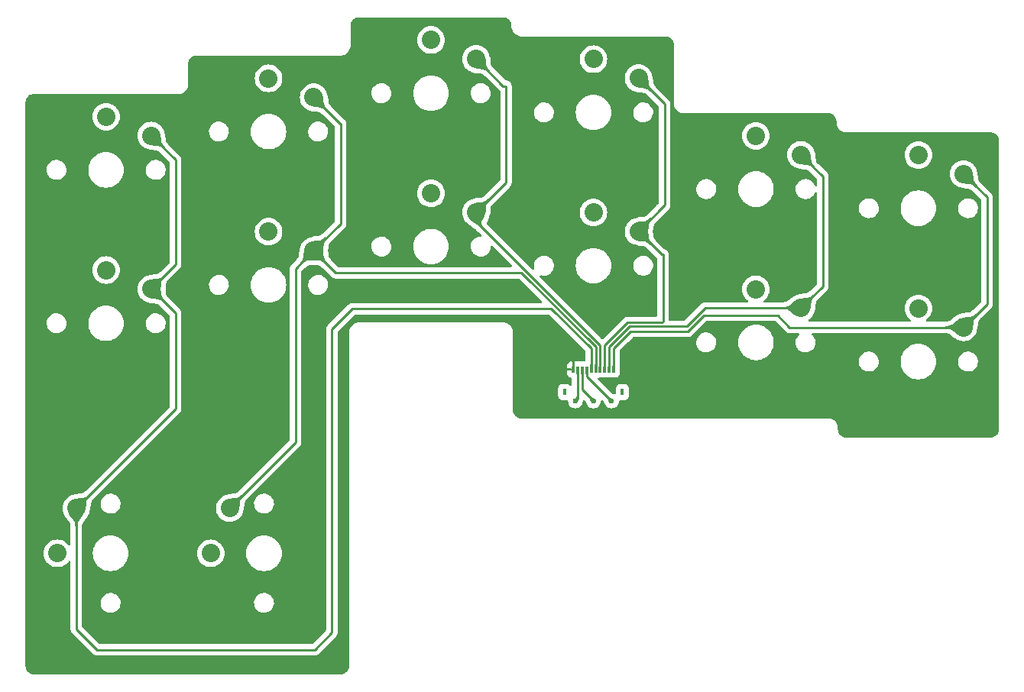
<source format=gtl>
G04 #@! TF.GenerationSoftware,KiCad,Pcbnew,7.0.8*
G04 #@! TF.CreationDate,2024-04-01T22:34:59+01:00*
G04 #@! TF.ProjectId,right,72696768-742e-46b6-9963-61645f706362,v1.0.0*
G04 #@! TF.SameCoordinates,Original*
G04 #@! TF.FileFunction,Copper,L1,Top*
G04 #@! TF.FilePolarity,Positive*
%FSLAX46Y46*%
G04 Gerber Fmt 4.6, Leading zero omitted, Abs format (unit mm)*
G04 Created by KiCad (PCBNEW 7.0.8) date 2024-04-01 22:34:59*
%MOMM*%
%LPD*%
G01*
G04 APERTURE LIST*
G04 #@! TA.AperFunction,ComponentPad*
%ADD10C,2.032000*%
G04 #@! TD*
G04 #@! TA.AperFunction,SMDPad,CuDef*
%ADD11R,0.300000X0.800000*%
G04 #@! TD*
G04 #@! TA.AperFunction,SMDPad,CuDef*
%ADD12R,0.400000X0.800000*%
G04 #@! TD*
G04 #@! TA.AperFunction,ComponentPad*
%ADD13C,0.600000*%
G04 #@! TD*
G04 #@! TA.AperFunction,ViaPad*
%ADD14C,0.800000*%
G04 #@! TD*
G04 #@! TA.AperFunction,Conductor*
%ADD15C,0.250000*%
G04 #@! TD*
G04 APERTURE END LIST*
D10*
X321000000Y-134450000D03*
X316000000Y-132350000D03*
X321000000Y-117450000D03*
X316000000Y-115350000D03*
X303000000Y-132325000D03*
X298000000Y-130225000D03*
X303000000Y-115325000D03*
X298000000Y-113225000D03*
X285000000Y-123825000D03*
X280000000Y-121725000D03*
X285000000Y-106825000D03*
X280000000Y-104725000D03*
X267000000Y-121700000D03*
X262000000Y-119600000D03*
X267000000Y-104700000D03*
X262000000Y-102600000D03*
X249000000Y-125950000D03*
X244000000Y-123850000D03*
X249000000Y-108950000D03*
X244000000Y-106850000D03*
X231000000Y-130200000D03*
X226000000Y-128100000D03*
X231000000Y-113200000D03*
X226000000Y-111100000D03*
X239700000Y-154500000D03*
X237600000Y-159500000D03*
X222700000Y-154500000D03*
X220600000Y-159500000D03*
D11*
X277750000Y-139125000D03*
X278250000Y-139125000D03*
X278750000Y-139125000D03*
X279250000Y-139125000D03*
X279750000Y-139125000D03*
X280250000Y-139125000D03*
X280750000Y-139125000D03*
X281250000Y-139125000D03*
X281750000Y-139125000D03*
X282250000Y-139125000D03*
D12*
X276800000Y-141625000D03*
X283200000Y-141625000D03*
D13*
X282000000Y-142625000D03*
X280000000Y-142625000D03*
X278000000Y-142625000D03*
D14*
X276500000Y-137000000D03*
X286700000Y-137100000D03*
D15*
X277750000Y-139125000D02*
X277750000Y-138250000D01*
X277750000Y-138250000D02*
X276500000Y-137000000D01*
X278250000Y-139125000D02*
X278250000Y-142375000D01*
X278250000Y-142375000D02*
X278000000Y-142625000D01*
X278750000Y-139125000D02*
X278750000Y-141375000D01*
X278750000Y-141375000D02*
X280000000Y-142625000D01*
X279250000Y-139125000D02*
X279250000Y-139875000D01*
X279250000Y-139875000D02*
X282000000Y-142625000D01*
X321000000Y-117450000D02*
X323600000Y-120050000D01*
X323600000Y-120050000D02*
X323600000Y-131850000D01*
X323600000Y-131850000D02*
X321000000Y-134450000D01*
X282250000Y-139125000D02*
X282250000Y-136750000D01*
X300418198Y-133118198D02*
X301750000Y-134450000D01*
X282250000Y-136750000D02*
X284100000Y-134900000D01*
X290436396Y-134900000D02*
X292218198Y-133118198D01*
X284100000Y-134900000D02*
X290436396Y-134900000D01*
X292218198Y-133118198D02*
X300418198Y-133118198D01*
X301750000Y-134450000D02*
X321000000Y-134450000D01*
X303000000Y-132325000D02*
X305400000Y-129925000D01*
X305400000Y-129925000D02*
X305400000Y-117725000D01*
X305400000Y-117725000D02*
X303000000Y-115325000D01*
X281750000Y-139125000D02*
X281750000Y-136586396D01*
X290350000Y-134350000D02*
X292375000Y-132325000D01*
X281750000Y-136586396D02*
X283986396Y-134350000D01*
X292375000Y-132325000D02*
X303000000Y-132325000D01*
X283986396Y-134350000D02*
X290350000Y-134350000D01*
X279750000Y-139125000D02*
X279750000Y-136786396D01*
X279750000Y-136786396D02*
X275331802Y-132368198D01*
X275300000Y-132400000D02*
X253300000Y-132400000D01*
X275331802Y-132368198D02*
X275300000Y-132400000D01*
X222700000Y-167900000D02*
X222700000Y-154500000D01*
X253300000Y-132400000D02*
X251000000Y-134700000D01*
X249100000Y-170200000D02*
X225000000Y-170200000D01*
X251000000Y-134700000D02*
X251000000Y-168300000D01*
X251000000Y-168300000D02*
X249100000Y-170200000D01*
X225000000Y-170200000D02*
X222700000Y-167900000D01*
X249000000Y-125950000D02*
X251450000Y-128400000D01*
X251450000Y-128400000D02*
X272000000Y-128400000D01*
X272000000Y-128400000D02*
X280250000Y-136650000D01*
X280250000Y-136650000D02*
X280250000Y-139125000D01*
X285000000Y-123825000D02*
X287575000Y-126400000D01*
X281250000Y-136450000D02*
X281250000Y-139125000D01*
X287575000Y-126400000D02*
X287700000Y-126400000D01*
X287700000Y-126400000D02*
X287700000Y-133800000D01*
X287600000Y-133900000D02*
X283800000Y-133900000D01*
X287700000Y-133800000D02*
X287600000Y-133900000D01*
X283800000Y-133900000D02*
X281250000Y-136450000D01*
X287900000Y-109725000D02*
X287900000Y-120900000D01*
X287525000Y-121300000D02*
X287525000Y-121275000D01*
X287525000Y-121275000D02*
X287900000Y-120900000D01*
X285000000Y-106825000D02*
X287900000Y-109725000D01*
X287525000Y-121300000D02*
X285000000Y-123825000D01*
X267000000Y-121700000D02*
X267000000Y-122716000D01*
X267000000Y-122716000D02*
X280750000Y-136466000D01*
X280750000Y-136466000D02*
X280750000Y-139125000D01*
X267000000Y-104700000D02*
X270000000Y-107700000D01*
X270000000Y-107700000D02*
X270300000Y-107700000D01*
X270300000Y-107700000D02*
X270300000Y-118400000D01*
X270300000Y-118400000D02*
X267000000Y-121700000D01*
X249000000Y-125950000D02*
X247000000Y-127950000D01*
X247000000Y-127950000D02*
X247000000Y-147200000D01*
X247000000Y-147200000D02*
X239700000Y-154500000D01*
X249000000Y-108950000D02*
X251950000Y-111900000D01*
X252000000Y-111900000D02*
X252000000Y-122950000D01*
X251950000Y-111900000D02*
X252000000Y-111900000D01*
X252000000Y-122950000D02*
X249000000Y-125950000D01*
X231000000Y-130200000D02*
X233700000Y-132900000D01*
X233700000Y-132900000D02*
X233700000Y-143500000D01*
X233700000Y-143500000D02*
X222700000Y-154500000D01*
X233700000Y-115900000D02*
X233700000Y-127300000D01*
X233700000Y-127300000D02*
X233700000Y-127500000D01*
X233700000Y-127500000D02*
X231000000Y-130200000D01*
X231000000Y-113200000D02*
X233700000Y-115900000D01*
G04 #@! TA.AperFunction,Conductor*
G36*
X270002695Y-100075735D02*
G01*
X270149728Y-100088599D01*
X270171013Y-100092352D01*
X270250805Y-100113732D01*
X270305720Y-100128446D01*
X270326028Y-100135838D01*
X270452418Y-100194775D01*
X270471136Y-100205582D01*
X270585370Y-100285569D01*
X270601928Y-100299463D01*
X270700536Y-100398071D01*
X270714430Y-100414629D01*
X270794417Y-100528863D01*
X270805224Y-100547581D01*
X270864160Y-100673968D01*
X270871553Y-100694280D01*
X270907647Y-100828986D01*
X270911400Y-100850271D01*
X270916268Y-100905906D01*
X270923335Y-100986688D01*
X270924264Y-100997299D01*
X270924500Y-101002705D01*
X270924500Y-101219094D01*
X270957179Y-101404423D01*
X271021542Y-101581259D01*
X271021545Y-101581266D01*
X271090762Y-101701153D01*
X271115637Y-101744238D01*
X271236602Y-101888398D01*
X271380762Y-102009363D01*
X271543738Y-102103457D01*
X271720577Y-102167821D01*
X271905906Y-102200500D01*
X271972520Y-102200500D01*
X287975469Y-102200500D01*
X287997294Y-102200500D01*
X288002695Y-102200735D01*
X288149728Y-102213599D01*
X288171013Y-102217352D01*
X288250805Y-102238732D01*
X288305720Y-102253446D01*
X288326028Y-102260838D01*
X288452418Y-102319775D01*
X288471135Y-102330581D01*
X288514260Y-102360778D01*
X288585370Y-102410569D01*
X288601928Y-102424463D01*
X288700536Y-102523071D01*
X288714430Y-102539629D01*
X288794417Y-102653863D01*
X288805224Y-102672581D01*
X288864160Y-102798968D01*
X288871553Y-102819280D01*
X288907647Y-102953986D01*
X288911400Y-102975271D01*
X288916268Y-103030906D01*
X288923335Y-103111688D01*
X288924264Y-103122299D01*
X288924500Y-103127705D01*
X288924500Y-109600469D01*
X288924500Y-109625000D01*
X288924500Y-109719094D01*
X288957179Y-109904423D01*
X289017437Y-110069982D01*
X289021542Y-110081259D01*
X289021545Y-110081266D01*
X289090762Y-110201153D01*
X289115637Y-110244238D01*
X289236602Y-110388398D01*
X289380762Y-110509363D01*
X289543738Y-110603457D01*
X289720577Y-110667821D01*
X289905906Y-110700500D01*
X289972520Y-110700500D01*
X305975469Y-110700500D01*
X305997294Y-110700500D01*
X306002695Y-110700735D01*
X306149728Y-110713599D01*
X306171013Y-110717352D01*
X306250805Y-110738732D01*
X306305720Y-110753446D01*
X306326028Y-110760838D01*
X306452418Y-110819775D01*
X306471135Y-110830581D01*
X306550061Y-110885846D01*
X306585370Y-110910569D01*
X306601928Y-110924463D01*
X306700536Y-111023071D01*
X306714430Y-111039629D01*
X306794417Y-111153863D01*
X306805224Y-111172581D01*
X306864160Y-111298968D01*
X306871553Y-111319280D01*
X306907647Y-111453986D01*
X306911400Y-111475271D01*
X306918443Y-111555771D01*
X306923335Y-111611688D01*
X306924264Y-111622299D01*
X306924500Y-111627705D01*
X306924500Y-111725469D01*
X306924500Y-111750000D01*
X306924500Y-111844094D01*
X306957179Y-112029423D01*
X307017437Y-112194982D01*
X307021542Y-112206259D01*
X307021545Y-112206266D01*
X307097117Y-112337160D01*
X307115637Y-112369238D01*
X307236602Y-112513398D01*
X307380762Y-112634363D01*
X307543738Y-112728457D01*
X307720577Y-112792821D01*
X307905906Y-112825500D01*
X307972520Y-112825500D01*
X323975469Y-112825500D01*
X323997294Y-112825500D01*
X324002695Y-112825735D01*
X324149728Y-112838599D01*
X324171013Y-112842352D01*
X324250805Y-112863732D01*
X324305720Y-112878446D01*
X324326028Y-112885838D01*
X324452418Y-112944775D01*
X324471135Y-112955581D01*
X324550061Y-113010846D01*
X324585370Y-113035569D01*
X324601928Y-113049463D01*
X324700536Y-113148071D01*
X324714430Y-113164629D01*
X324794417Y-113278863D01*
X324805224Y-113297581D01*
X324864160Y-113423968D01*
X324871553Y-113444280D01*
X324907647Y-113578986D01*
X324911400Y-113600271D01*
X324913100Y-113619697D01*
X324923335Y-113736688D01*
X324924264Y-113747299D01*
X324924500Y-113752705D01*
X324924500Y-145747294D01*
X324924264Y-145752700D01*
X324911400Y-145899728D01*
X324907647Y-145921013D01*
X324871553Y-146055719D01*
X324864160Y-146076031D01*
X324805224Y-146202418D01*
X324794417Y-146221136D01*
X324714430Y-146335370D01*
X324700536Y-146351928D01*
X324601928Y-146450536D01*
X324585370Y-146464430D01*
X324471136Y-146544417D01*
X324452418Y-146555224D01*
X324326031Y-146614160D01*
X324305719Y-146621553D01*
X324171013Y-146657647D01*
X324149728Y-146661400D01*
X324035977Y-146671352D01*
X324002695Y-146674264D01*
X323997294Y-146674500D01*
X308002706Y-146674500D01*
X307997304Y-146674264D01*
X307960648Y-146671057D01*
X307850271Y-146661400D01*
X307828986Y-146657647D01*
X307694280Y-146621553D01*
X307673968Y-146614160D01*
X307547581Y-146555224D01*
X307528863Y-146544417D01*
X307414629Y-146464430D01*
X307398071Y-146450536D01*
X307299463Y-146351928D01*
X307285569Y-146335370D01*
X307205582Y-146221136D01*
X307194775Y-146202418D01*
X307135839Y-146076031D01*
X307128446Y-146055719D01*
X307092352Y-145921013D01*
X307088599Y-145899727D01*
X307075736Y-145752700D01*
X307075500Y-145747294D01*
X307075500Y-145530908D01*
X307075500Y-145530906D01*
X307042821Y-145345577D01*
X306978457Y-145168738D01*
X306884363Y-145005762D01*
X306763398Y-144861602D01*
X306619238Y-144740637D01*
X306619235Y-144740635D01*
X306456266Y-144646545D01*
X306456263Y-144646544D01*
X306456262Y-144646543D01*
X306279423Y-144582179D01*
X306094094Y-144549500D01*
X272002706Y-144549500D01*
X271997304Y-144549264D01*
X271960648Y-144546057D01*
X271850271Y-144536400D01*
X271828986Y-144532647D01*
X271694280Y-144496553D01*
X271673968Y-144489160D01*
X271547581Y-144430224D01*
X271528863Y-144419417D01*
X271414629Y-144339430D01*
X271398071Y-144325536D01*
X271299463Y-144226928D01*
X271285569Y-144210370D01*
X271205582Y-144096136D01*
X271194775Y-144077418D01*
X271157465Y-143997408D01*
X271135838Y-143951028D01*
X271128446Y-143930719D01*
X271092352Y-143796013D01*
X271088599Y-143774727D01*
X271083732Y-143719094D01*
X271075735Y-143627695D01*
X271075500Y-143622294D01*
X271075500Y-134905908D01*
X271075500Y-134905906D01*
X271042821Y-134720577D01*
X270978457Y-134543738D01*
X270884363Y-134380762D01*
X270763398Y-134236602D01*
X270619238Y-134115637D01*
X270610602Y-134110651D01*
X270456266Y-134021545D01*
X270456263Y-134021544D01*
X270456262Y-134021543D01*
X270279423Y-133957179D01*
X270094094Y-133924500D01*
X270027480Y-133924500D01*
X254024531Y-133924500D01*
X254000000Y-133924500D01*
X253905906Y-133924500D01*
X253905905Y-133924500D01*
X253720576Y-133957179D01*
X253543740Y-134021542D01*
X253543733Y-134021545D01*
X253380764Y-134115635D01*
X253236602Y-134236602D01*
X253115635Y-134380764D01*
X253021545Y-134543733D01*
X253021542Y-134543740D01*
X252957179Y-134720576D01*
X252924500Y-134905905D01*
X252924500Y-171997294D01*
X252924264Y-172002700D01*
X252911400Y-172149728D01*
X252907647Y-172171013D01*
X252871553Y-172305719D01*
X252864160Y-172326031D01*
X252805224Y-172452418D01*
X252794417Y-172471136D01*
X252714430Y-172585370D01*
X252700536Y-172601928D01*
X252601928Y-172700536D01*
X252585370Y-172714430D01*
X252471136Y-172794417D01*
X252452418Y-172805224D01*
X252326031Y-172864160D01*
X252305719Y-172871553D01*
X252171013Y-172907647D01*
X252149728Y-172911400D01*
X252035977Y-172921352D01*
X252002695Y-172924264D01*
X251997294Y-172924500D01*
X218002706Y-172924500D01*
X217997304Y-172924264D01*
X217960648Y-172921057D01*
X217850271Y-172911400D01*
X217828986Y-172907647D01*
X217694280Y-172871553D01*
X217673968Y-172864160D01*
X217547581Y-172805224D01*
X217528863Y-172794417D01*
X217414629Y-172714430D01*
X217398071Y-172700536D01*
X217299463Y-172601928D01*
X217285569Y-172585370D01*
X217205582Y-172471136D01*
X217194775Y-172452418D01*
X217135839Y-172326031D01*
X217128446Y-172305719D01*
X217092352Y-172171013D01*
X217088599Y-172149727D01*
X217075736Y-172002700D01*
X217075500Y-171997294D01*
X217075500Y-159500000D01*
X219070786Y-159500000D01*
X219089612Y-159739219D01*
X219145630Y-159972553D01*
X219145630Y-159972554D01*
X219237457Y-160194245D01*
X219237459Y-160194248D01*
X219362837Y-160398846D01*
X219362841Y-160398851D01*
X219418715Y-160464271D01*
X219518682Y-160581318D01*
X219635481Y-160681073D01*
X219701148Y-160737158D01*
X219701153Y-160737162D01*
X219905751Y-160862540D01*
X219905754Y-160862542D01*
X220127446Y-160954369D01*
X220185779Y-160968373D01*
X220360778Y-161010387D01*
X220600000Y-161029214D01*
X220839222Y-161010387D01*
X221072553Y-160954369D01*
X221072554Y-160954369D01*
X221294245Y-160862542D01*
X221294246Y-160862541D01*
X221294249Y-160862540D01*
X221498849Y-160737160D01*
X221681318Y-160581318D01*
X221837160Y-160398849D01*
X221837162Y-160398844D01*
X221840022Y-160394910D01*
X221841023Y-160395637D01*
X221888578Y-160352609D01*
X221957507Y-160341182D01*
X222021671Y-160368836D01*
X222060699Y-160426789D01*
X222066500Y-160464271D01*
X222066500Y-167816366D01*
X222064761Y-167832113D01*
X222065032Y-167832139D01*
X222064298Y-167839905D01*
X222066500Y-167909957D01*
X222066500Y-167939859D01*
X222067384Y-167946856D01*
X222067842Y-167952679D01*
X222069326Y-167999889D01*
X222069327Y-167999891D01*
X222075022Y-168019495D01*
X222078967Y-168038542D01*
X222081526Y-168058797D01*
X222081527Y-168058800D01*
X222081528Y-168058803D01*
X222098914Y-168102716D01*
X222100806Y-168108244D01*
X222113981Y-168153592D01*
X222124372Y-168171162D01*
X222132932Y-168188635D01*
X222140447Y-168207617D01*
X222168209Y-168245827D01*
X222171416Y-168250710D01*
X222195458Y-168291362D01*
X222195462Y-168291366D01*
X222209889Y-168305793D01*
X222222527Y-168320589D01*
X222234528Y-168337107D01*
X222234530Y-168337109D01*
X222243948Y-168344900D01*
X222270931Y-168367222D01*
X222275231Y-168371135D01*
X223434277Y-169530181D01*
X224492910Y-170588814D01*
X224502816Y-170601178D01*
X224503026Y-170601005D01*
X224508001Y-170607019D01*
X224559094Y-170654999D01*
X224580225Y-170676129D01*
X224580230Y-170676134D01*
X224585802Y-170680456D01*
X224590242Y-170684249D01*
X224624678Y-170716586D01*
X224642567Y-170726420D01*
X224658833Y-170737104D01*
X224674959Y-170749613D01*
X224718298Y-170768367D01*
X224723545Y-170770937D01*
X224764940Y-170793695D01*
X224784718Y-170798773D01*
X224803119Y-170805073D01*
X224821855Y-170813181D01*
X224866362Y-170820229D01*
X224868503Y-170820569D01*
X224874212Y-170821751D01*
X224919970Y-170833500D01*
X224940384Y-170833500D01*
X224959783Y-170835027D01*
X224979943Y-170838220D01*
X225026966Y-170833775D01*
X225032804Y-170833500D01*
X249016366Y-170833500D01*
X249032113Y-170835238D01*
X249032139Y-170834968D01*
X249039905Y-170835701D01*
X249039909Y-170835702D01*
X249109958Y-170833500D01*
X249139856Y-170833500D01*
X249139857Y-170833500D01*
X249141222Y-170833327D01*
X249146862Y-170832614D01*
X249152685Y-170832156D01*
X249178708Y-170831338D01*
X249199890Y-170830673D01*
X249209681Y-170827827D01*
X249219481Y-170824980D01*
X249238538Y-170821032D01*
X249258797Y-170818474D01*
X249302721Y-170801082D01*
X249308221Y-170799199D01*
X249353593Y-170786018D01*
X249371165Y-170775625D01*
X249388632Y-170767068D01*
X249407617Y-170759552D01*
X249445826Y-170731790D01*
X249450704Y-170728585D01*
X249491362Y-170704542D01*
X249505802Y-170690100D01*
X249520592Y-170677470D01*
X249537107Y-170665472D01*
X249567222Y-170629067D01*
X249571126Y-170624776D01*
X251388817Y-168807086D01*
X251401178Y-168797185D01*
X251401004Y-168796975D01*
X251407013Y-168792002D01*
X251407018Y-168792000D01*
X251454984Y-168740920D01*
X251476135Y-168719770D01*
X251480461Y-168714192D01*
X251484250Y-168709755D01*
X251516586Y-168675321D01*
X251526419Y-168657432D01*
X251537102Y-168641169D01*
X251549614Y-168625041D01*
X251568371Y-168581691D01*
X251570941Y-168576447D01*
X251593693Y-168535064D01*
X251593693Y-168535063D01*
X251593695Y-168535060D01*
X251598774Y-168515273D01*
X251605070Y-168496885D01*
X251613181Y-168478145D01*
X251620569Y-168431497D01*
X251621751Y-168425786D01*
X251633500Y-168380030D01*
X251633500Y-168359615D01*
X251635027Y-168340214D01*
X251635519Y-168337107D01*
X251638220Y-168320057D01*
X251633775Y-168273033D01*
X251633500Y-168267195D01*
X251633500Y-135013766D01*
X251653185Y-134946727D01*
X251669819Y-134926085D01*
X253526085Y-133069819D01*
X253587408Y-133036334D01*
X253613766Y-133033500D01*
X275049838Y-133033500D01*
X275116877Y-133053185D01*
X275137519Y-133069819D01*
X279080181Y-137012481D01*
X279113666Y-137073804D01*
X279116500Y-137100162D01*
X279116500Y-138096500D01*
X279096815Y-138163539D01*
X279044011Y-138209294D01*
X278979248Y-138219790D01*
X278948644Y-138216500D01*
X278948638Y-138216500D01*
X278551362Y-138216500D01*
X278551355Y-138216500D01*
X278513252Y-138220596D01*
X278486748Y-138220596D01*
X278448644Y-138216500D01*
X278448638Y-138216500D01*
X278051362Y-138216500D01*
X278051345Y-138216500D01*
X277983088Y-138223840D01*
X277983024Y-138223249D01*
X277950488Y-138225285D01*
X277947838Y-138225000D01*
X277900000Y-138225000D01*
X277877697Y-138247302D01*
X277850312Y-138276718D01*
X277798312Y-138315646D01*
X277732848Y-138340064D01*
X277664575Y-138325213D01*
X277615169Y-138275809D01*
X277602954Y-138227954D01*
X277600000Y-138225000D01*
X277552155Y-138225000D01*
X277492627Y-138231401D01*
X277492620Y-138231403D01*
X277357913Y-138281645D01*
X277357906Y-138281649D01*
X277242812Y-138367809D01*
X277242809Y-138367812D01*
X277156649Y-138482906D01*
X277156645Y-138482913D01*
X277106403Y-138617620D01*
X277106401Y-138617627D01*
X277100000Y-138677155D01*
X277100000Y-138975000D01*
X277467500Y-138975000D01*
X277534539Y-138994685D01*
X277580294Y-139047489D01*
X277591500Y-139099000D01*
X277591500Y-139151000D01*
X277571815Y-139218039D01*
X277519011Y-139263794D01*
X277467500Y-139275000D01*
X277100000Y-139275000D01*
X277100000Y-139572844D01*
X277106401Y-139632372D01*
X277106403Y-139632379D01*
X277156645Y-139767086D01*
X277156649Y-139767093D01*
X277242809Y-139882187D01*
X277242812Y-139882190D01*
X277357906Y-139968350D01*
X277357913Y-139968354D01*
X277492620Y-140018596D01*
X277492627Y-140018598D01*
X277505756Y-140020010D01*
X277570307Y-140046748D01*
X277610155Y-140104141D01*
X277616500Y-140143299D01*
X277616500Y-140827466D01*
X277596815Y-140894505D01*
X277544011Y-140940260D01*
X277474853Y-140950204D01*
X277411297Y-140921179D01*
X277393234Y-140901777D01*
X277363262Y-140861741D01*
X277363263Y-140861741D01*
X277363261Y-140861739D01*
X277246204Y-140774111D01*
X277109203Y-140723011D01*
X277048654Y-140716500D01*
X277048638Y-140716500D01*
X276551362Y-140716500D01*
X276551345Y-140716500D01*
X276490797Y-140723011D01*
X276490795Y-140723011D01*
X276353795Y-140774111D01*
X276236739Y-140861739D01*
X276149111Y-140978795D01*
X276098011Y-141115795D01*
X276098011Y-141115797D01*
X276091500Y-141176345D01*
X276091500Y-142073654D01*
X276098011Y-142134202D01*
X276098011Y-142134204D01*
X276131299Y-142223450D01*
X276149111Y-142271204D01*
X276236739Y-142388261D01*
X276353796Y-142475889D01*
X276490799Y-142526989D01*
X276518050Y-142529918D01*
X276551345Y-142533499D01*
X276551362Y-142533500D01*
X277048638Y-142533500D01*
X277051872Y-142533152D01*
X277120632Y-142545549D01*
X277171775Y-142593154D01*
X277188361Y-142642556D01*
X277206781Y-142806042D01*
X277206782Y-142806046D01*
X277206783Y-142806048D01*
X277266957Y-142978015D01*
X277363889Y-143132281D01*
X277492719Y-143261111D01*
X277646985Y-143358043D01*
X277818953Y-143418217D01*
X277818958Y-143418218D01*
X277999996Y-143438616D01*
X278000000Y-143438616D01*
X278000004Y-143438616D01*
X278181041Y-143418218D01*
X278181044Y-143418217D01*
X278181047Y-143418217D01*
X278353015Y-143358043D01*
X278507281Y-143261111D01*
X278636111Y-143132281D01*
X278733043Y-142978015D01*
X278793217Y-142806047D01*
X278805042Y-142701082D01*
X278814457Y-142665735D01*
X278818378Y-142656673D01*
X278820928Y-142651470D01*
X278843695Y-142610060D01*
X278843698Y-142610047D01*
X278843817Y-142609749D01*
X278843980Y-142609538D01*
X278847455Y-142603220D01*
X278848473Y-142603779D01*
X278886791Y-142554659D01*
X278952727Y-142531547D01*
X279020692Y-142547752D01*
X279046795Y-142567700D01*
X279090784Y-142611688D01*
X279106072Y-142630279D01*
X279113440Y-142641260D01*
X279145655Y-142676984D01*
X279171580Y-142721960D01*
X279193026Y-142788451D01*
X279238855Y-142911579D01*
X279240545Y-142915902D01*
X279240545Y-142915899D01*
X279258234Y-142953994D01*
X279260523Y-142959629D01*
X279266957Y-142978016D01*
X279266958Y-142978017D01*
X279363889Y-143132281D01*
X279492719Y-143261111D01*
X279646985Y-143358043D01*
X279818953Y-143418217D01*
X279818958Y-143418218D01*
X279999996Y-143438616D01*
X280000000Y-143438616D01*
X280000004Y-143438616D01*
X280181041Y-143418218D01*
X280181044Y-143418217D01*
X280181047Y-143418217D01*
X280353015Y-143358043D01*
X280507281Y-143261111D01*
X280636111Y-143132281D01*
X280733043Y-142978015D01*
X280793217Y-142806047D01*
X280813616Y-142625000D01*
X280813615Y-142624998D01*
X280814201Y-142619804D01*
X280841267Y-142555390D01*
X280898862Y-142515835D01*
X280968699Y-142513697D01*
X281025102Y-142546006D01*
X281090785Y-142611689D01*
X281106071Y-142630278D01*
X281113439Y-142641258D01*
X281113440Y-142641261D01*
X281145655Y-142676984D01*
X281171580Y-142721960D01*
X281193026Y-142788451D01*
X281238855Y-142911579D01*
X281240545Y-142915902D01*
X281240545Y-142915899D01*
X281258234Y-142953994D01*
X281260523Y-142959629D01*
X281266957Y-142978016D01*
X281266958Y-142978017D01*
X281363889Y-143132281D01*
X281492719Y-143261111D01*
X281646985Y-143358043D01*
X281818953Y-143418217D01*
X281818958Y-143418218D01*
X281999996Y-143438616D01*
X282000000Y-143438616D01*
X282000004Y-143438616D01*
X282181041Y-143418218D01*
X282181044Y-143418217D01*
X282181047Y-143418217D01*
X282353015Y-143358043D01*
X282507281Y-143261111D01*
X282636111Y-143132281D01*
X282733043Y-142978015D01*
X282793217Y-142806047D01*
X282805043Y-142701093D01*
X282811638Y-142642557D01*
X282838704Y-142578143D01*
X282896299Y-142538588D01*
X282948125Y-142533152D01*
X282951362Y-142533500D01*
X283448638Y-142533500D01*
X283448654Y-142533499D01*
X283475692Y-142530591D01*
X283509201Y-142526989D01*
X283646204Y-142475889D01*
X283763261Y-142388261D01*
X283850889Y-142271204D01*
X283901989Y-142134201D01*
X283905591Y-142100692D01*
X283908499Y-142073654D01*
X283908500Y-142073637D01*
X283908500Y-141176362D01*
X283908499Y-141176345D01*
X283905157Y-141145270D01*
X283901989Y-141115799D01*
X283850889Y-140978796D01*
X283763261Y-140861739D01*
X283646204Y-140774111D01*
X283509203Y-140723011D01*
X283448654Y-140716500D01*
X283448638Y-140716500D01*
X282951362Y-140716500D01*
X282951345Y-140716500D01*
X282890797Y-140723011D01*
X282890795Y-140723011D01*
X282753795Y-140774111D01*
X282636739Y-140861739D01*
X282549111Y-140978795D01*
X282498011Y-141115795D01*
X282498011Y-141115797D01*
X282491500Y-141176345D01*
X282491500Y-141765653D01*
X282471815Y-141832692D01*
X282419011Y-141878447D01*
X282349853Y-141888391D01*
X282326547Y-141882695D01*
X282317450Y-141879512D01*
X282299052Y-141871344D01*
X282282590Y-141862370D01*
X282163450Y-141818026D01*
X282096961Y-141796580D01*
X282051983Y-141770654D01*
X282016261Y-141738441D01*
X281977652Y-141706374D01*
X281973433Y-141702528D01*
X280516086Y-140245181D01*
X280482601Y-140183858D01*
X280487585Y-140114166D01*
X280529457Y-140058233D01*
X280594921Y-140033816D01*
X280603767Y-140033500D01*
X280948638Y-140033500D01*
X280951120Y-140033233D01*
X280986745Y-140029404D01*
X281013255Y-140029404D01*
X281051343Y-140033498D01*
X281051362Y-140033500D01*
X281448638Y-140033500D01*
X281451120Y-140033233D01*
X281486745Y-140029404D01*
X281513255Y-140029404D01*
X281551343Y-140033498D01*
X281551362Y-140033500D01*
X281948638Y-140033500D01*
X281951120Y-140033233D01*
X281986745Y-140029404D01*
X282013255Y-140029404D01*
X282051343Y-140033498D01*
X282051362Y-140033500D01*
X282448638Y-140033500D01*
X282448654Y-140033499D01*
X282475692Y-140030591D01*
X282509201Y-140026989D01*
X282646204Y-139975889D01*
X282763261Y-139888261D01*
X282850889Y-139771204D01*
X282901989Y-139634201D01*
X282905591Y-139600692D01*
X282908499Y-139573654D01*
X282908500Y-139573637D01*
X282908500Y-138794676D01*
X282909989Y-138775520D01*
X282910402Y-138772878D01*
X282910466Y-138772137D01*
X282910948Y-138766648D01*
X282908570Y-138716996D01*
X282908500Y-138714032D01*
X282908500Y-138676369D01*
X282908500Y-138676362D01*
X282905314Y-138646738D01*
X282905033Y-138643117D01*
X282904325Y-138628308D01*
X282900357Y-138606881D01*
X282896152Y-138582915D01*
X282891837Y-138557031D01*
X282887435Y-138529294D01*
X282884898Y-138512553D01*
X282883500Y-138493980D01*
X282883500Y-138197355D01*
X309394843Y-138197355D01*
X309404852Y-138407459D01*
X309454442Y-138611871D01*
X309499082Y-138709619D01*
X309541820Y-138803204D01*
X309541824Y-138803210D01*
X309663826Y-138974539D01*
X309663831Y-138974544D01*
X309816063Y-139119697D01*
X309993014Y-139233416D01*
X310188288Y-139311593D01*
X310317084Y-139336416D01*
X310394828Y-139351400D01*
X310394829Y-139351400D01*
X310552461Y-139351400D01*
X310552468Y-139351400D01*
X310709389Y-139336416D01*
X310911211Y-139277156D01*
X311098170Y-139180771D01*
X311263510Y-139050747D01*
X311401255Y-138891781D01*
X311506426Y-138709619D01*
X311575222Y-138510846D01*
X311605157Y-138302645D01*
X311602649Y-138250001D01*
X314029981Y-138250001D01*
X314050033Y-138530364D01*
X314050034Y-138530371D01*
X314109779Y-138805011D01*
X314109781Y-138805018D01*
X314170768Y-138968532D01*
X314208008Y-139068376D01*
X314208010Y-139068380D01*
X314342711Y-139315067D01*
X314342716Y-139315075D01*
X314511152Y-139540080D01*
X314511168Y-139540098D01*
X314709901Y-139738831D01*
X314709919Y-139738847D01*
X314934924Y-139907283D01*
X314934932Y-139907288D01*
X315181619Y-140041989D01*
X315181623Y-140041991D01*
X315181625Y-140041992D01*
X315444982Y-140140219D01*
X315719637Y-140199967D01*
X315929825Y-140215000D01*
X316070175Y-140215000D01*
X316280363Y-140199967D01*
X316555018Y-140140219D01*
X316818375Y-140041992D01*
X317065073Y-139907285D01*
X317290088Y-139738841D01*
X317488841Y-139540088D01*
X317657285Y-139315073D01*
X317791992Y-139068375D01*
X317890219Y-138805018D01*
X317949967Y-138530363D01*
X317970019Y-138250000D01*
X317966254Y-138197355D01*
X320394843Y-138197355D01*
X320404852Y-138407459D01*
X320454442Y-138611871D01*
X320499082Y-138709619D01*
X320541820Y-138803204D01*
X320541824Y-138803210D01*
X320663826Y-138974539D01*
X320663831Y-138974544D01*
X320816063Y-139119697D01*
X320993014Y-139233416D01*
X321188288Y-139311593D01*
X321317084Y-139336416D01*
X321394828Y-139351400D01*
X321394829Y-139351400D01*
X321552461Y-139351400D01*
X321552468Y-139351400D01*
X321709389Y-139336416D01*
X321911211Y-139277156D01*
X322098170Y-139180771D01*
X322263510Y-139050747D01*
X322401255Y-138891781D01*
X322506426Y-138709619D01*
X322575222Y-138510846D01*
X322605157Y-138302645D01*
X322595148Y-138092541D01*
X322545558Y-137888129D01*
X322458179Y-137696795D01*
X322458175Y-137696789D01*
X322336173Y-137525460D01*
X322336167Y-137525454D01*
X322183939Y-137380305D01*
X322183937Y-137380303D01*
X322006986Y-137266584D01*
X322006984Y-137266583D01*
X321811721Y-137188410D01*
X321811714Y-137188407D01*
X321811712Y-137188407D01*
X321811709Y-137188406D01*
X321811708Y-137188406D01*
X321605172Y-137148600D01*
X321605171Y-137148600D01*
X321447532Y-137148600D01*
X321290611Y-137163584D01*
X321290607Y-137163585D01*
X321088791Y-137222843D01*
X320901831Y-137319228D01*
X320736490Y-137449252D01*
X320736489Y-137449253D01*
X320598749Y-137608214D01*
X320598740Y-137608225D01*
X320493574Y-137790379D01*
X320424779Y-137989148D01*
X320424778Y-137989153D01*
X320424778Y-137989154D01*
X320394843Y-138197355D01*
X317966254Y-138197355D01*
X317949967Y-137969637D01*
X317890219Y-137694982D01*
X317791992Y-137431625D01*
X317701872Y-137266583D01*
X317657285Y-137184927D01*
X317657283Y-137184924D01*
X317488847Y-136959919D01*
X317488831Y-136959901D01*
X317290098Y-136761168D01*
X317290080Y-136761152D01*
X317065075Y-136592716D01*
X317065067Y-136592711D01*
X316818380Y-136458010D01*
X316818376Y-136458008D01*
X316718532Y-136420768D01*
X316555018Y-136359781D01*
X316555014Y-136359780D01*
X316555011Y-136359779D01*
X316280371Y-136300034D01*
X316280364Y-136300033D01*
X316070175Y-136285000D01*
X315929825Y-136285000D01*
X315719635Y-136300033D01*
X315719628Y-136300034D01*
X315444988Y-136359779D01*
X315444983Y-136359780D01*
X315444982Y-136359781D01*
X315381309Y-136383529D01*
X315181623Y-136458008D01*
X315181619Y-136458010D01*
X314934932Y-136592711D01*
X314934924Y-136592716D01*
X314709919Y-136761152D01*
X314709901Y-136761168D01*
X314511168Y-136959901D01*
X314511152Y-136959919D01*
X314342716Y-137184924D01*
X314342715Y-137184927D01*
X314208010Y-137431619D01*
X314208008Y-137431623D01*
X314109779Y-137694988D01*
X314050034Y-137969628D01*
X314050033Y-137969635D01*
X314029981Y-138249998D01*
X314029981Y-138250001D01*
X311602649Y-138250001D01*
X311595148Y-138092541D01*
X311545558Y-137888129D01*
X311458179Y-137696795D01*
X311458175Y-137696789D01*
X311336173Y-137525460D01*
X311336167Y-137525454D01*
X311183939Y-137380305D01*
X311183937Y-137380303D01*
X311006986Y-137266584D01*
X311006984Y-137266583D01*
X310811721Y-137188410D01*
X310811714Y-137188407D01*
X310811712Y-137188407D01*
X310811709Y-137188406D01*
X310811708Y-137188406D01*
X310605172Y-137148600D01*
X310605171Y-137148600D01*
X310447532Y-137148600D01*
X310290611Y-137163584D01*
X310290607Y-137163585D01*
X310088791Y-137222843D01*
X309901831Y-137319228D01*
X309736490Y-137449252D01*
X309736489Y-137449253D01*
X309598749Y-137608214D01*
X309598740Y-137608225D01*
X309493574Y-137790379D01*
X309424779Y-137989148D01*
X309424778Y-137989153D01*
X309424778Y-137989154D01*
X309394843Y-138197355D01*
X282883500Y-138197355D01*
X282883500Y-137063766D01*
X282903185Y-136996727D01*
X282919819Y-136976085D01*
X283823550Y-136072355D01*
X291394843Y-136072355D01*
X291404852Y-136282459D01*
X291454442Y-136486871D01*
X291499082Y-136584619D01*
X291541820Y-136678204D01*
X291541824Y-136678210D01*
X291663826Y-136849539D01*
X291663831Y-136849544D01*
X291816063Y-136994697D01*
X291993014Y-137108416D01*
X292188288Y-137186593D01*
X292317084Y-137211416D01*
X292394828Y-137226400D01*
X292394829Y-137226400D01*
X292552461Y-137226400D01*
X292552468Y-137226400D01*
X292709389Y-137211416D01*
X292911211Y-137152156D01*
X293098170Y-137055771D01*
X293263510Y-136925747D01*
X293401255Y-136766781D01*
X293506426Y-136584619D01*
X293575222Y-136385846D01*
X293605157Y-136177645D01*
X293602649Y-136125001D01*
X296029981Y-136125001D01*
X296050033Y-136405364D01*
X296050034Y-136405371D01*
X296109779Y-136680011D01*
X296109781Y-136680018D01*
X296170768Y-136843532D01*
X296208008Y-136943376D01*
X296208010Y-136943380D01*
X296342711Y-137190067D01*
X296342715Y-137190073D01*
X296511152Y-137415080D01*
X296511168Y-137415098D01*
X296709901Y-137613831D01*
X296709919Y-137613847D01*
X296934924Y-137782283D01*
X296934932Y-137782288D01*
X297181619Y-137916989D01*
X297181623Y-137916991D01*
X297181625Y-137916992D01*
X297444982Y-138015219D01*
X297719637Y-138074967D01*
X297929825Y-138090000D01*
X298070175Y-138090000D01*
X298280363Y-138074967D01*
X298555018Y-138015219D01*
X298818375Y-137916992D01*
X299065073Y-137782285D01*
X299290088Y-137613841D01*
X299488841Y-137415088D01*
X299657285Y-137190073D01*
X299791992Y-136943375D01*
X299890219Y-136680018D01*
X299949967Y-136405363D01*
X299970019Y-136125000D01*
X299949967Y-135844637D01*
X299890219Y-135569982D01*
X299791992Y-135306625D01*
X299701872Y-135141583D01*
X299657285Y-135059927D01*
X299657283Y-135059924D01*
X299488847Y-134834919D01*
X299488831Y-134834901D01*
X299290098Y-134636168D01*
X299290080Y-134636152D01*
X299065075Y-134467716D01*
X299065067Y-134467711D01*
X298818380Y-134333010D01*
X298818376Y-134333008D01*
X298718532Y-134295768D01*
X298555018Y-134234781D01*
X298555014Y-134234780D01*
X298555011Y-134234779D01*
X298280371Y-134175034D01*
X298280364Y-134175033D01*
X298070175Y-134160000D01*
X297929825Y-134160000D01*
X297719635Y-134175033D01*
X297719628Y-134175034D01*
X297444988Y-134234779D01*
X297444983Y-134234780D01*
X297444982Y-134234781D01*
X297440100Y-134236602D01*
X297181623Y-134333008D01*
X297181619Y-134333010D01*
X296934932Y-134467711D01*
X296934924Y-134467716D01*
X296709919Y-134636152D01*
X296709901Y-134636168D01*
X296511168Y-134834901D01*
X296511152Y-134834919D01*
X296342716Y-135059924D01*
X296342715Y-135059927D01*
X296208010Y-135306619D01*
X296208008Y-135306623D01*
X296144972Y-135475630D01*
X296124443Y-135530673D01*
X296109779Y-135569988D01*
X296050034Y-135844628D01*
X296050033Y-135844635D01*
X296029981Y-136124998D01*
X296029981Y-136125001D01*
X293602649Y-136125001D01*
X293595148Y-135967541D01*
X293545558Y-135763129D01*
X293458179Y-135571795D01*
X293458175Y-135571789D01*
X293336173Y-135400460D01*
X293336167Y-135400454D01*
X293183939Y-135255305D01*
X293183937Y-135255303D01*
X293006986Y-135141584D01*
X293006984Y-135141583D01*
X292811721Y-135063410D01*
X292811714Y-135063407D01*
X292811712Y-135063407D01*
X292811709Y-135063406D01*
X292811708Y-135063406D01*
X292605172Y-135023600D01*
X292605171Y-135023600D01*
X292447532Y-135023600D01*
X292290611Y-135038584D01*
X292290607Y-135038585D01*
X292088791Y-135097843D01*
X291901831Y-135194228D01*
X291736490Y-135324252D01*
X291736489Y-135324253D01*
X291598749Y-135483214D01*
X291598740Y-135483225D01*
X291493574Y-135665379D01*
X291424779Y-135864148D01*
X291424778Y-135864153D01*
X291424778Y-135864154D01*
X291394843Y-136072355D01*
X283823550Y-136072355D01*
X284326086Y-135569819D01*
X284387409Y-135536334D01*
X284413767Y-135533500D01*
X290352762Y-135533500D01*
X290368509Y-135535238D01*
X290368535Y-135534968D01*
X290376301Y-135535701D01*
X290376305Y-135535702D01*
X290446354Y-135533500D01*
X290476252Y-135533500D01*
X290476253Y-135533500D01*
X290477618Y-135533327D01*
X290483258Y-135532614D01*
X290489081Y-135532156D01*
X290515787Y-135531317D01*
X290536286Y-135530673D01*
X290546077Y-135527827D01*
X290555877Y-135524980D01*
X290574934Y-135521032D01*
X290595193Y-135518474D01*
X290639117Y-135501082D01*
X290644617Y-135499199D01*
X290689989Y-135486018D01*
X290707561Y-135475625D01*
X290725028Y-135467068D01*
X290744013Y-135459552D01*
X290782222Y-135431790D01*
X290787100Y-135428585D01*
X290827758Y-135404542D01*
X290842198Y-135390100D01*
X290856988Y-135377470D01*
X290873503Y-135365472D01*
X290903618Y-135329067D01*
X290907522Y-135324776D01*
X292444283Y-133788017D01*
X292505606Y-133754532D01*
X292531964Y-133751698D01*
X300104432Y-133751698D01*
X300171471Y-133771383D01*
X300192113Y-133788017D01*
X301242910Y-134838814D01*
X301252816Y-134851178D01*
X301253026Y-134851005D01*
X301258001Y-134857019D01*
X301309094Y-134904999D01*
X301326636Y-134922540D01*
X301330230Y-134926134D01*
X301335802Y-134930456D01*
X301340242Y-134934249D01*
X301374678Y-134966586D01*
X301392567Y-134976420D01*
X301408831Y-134987103D01*
X301424959Y-134999613D01*
X301468298Y-135018367D01*
X301473545Y-135020937D01*
X301514940Y-135043695D01*
X301534718Y-135048773D01*
X301553121Y-135055074D01*
X301571852Y-135063180D01*
X301571853Y-135063180D01*
X301571855Y-135063181D01*
X301599250Y-135067519D01*
X301618497Y-135070568D01*
X301624213Y-135071751D01*
X301669970Y-135083500D01*
X301690390Y-135083500D01*
X301709789Y-135085027D01*
X301729941Y-135088218D01*
X301729942Y-135088219D01*
X301729942Y-135088218D01*
X301729943Y-135088219D01*
X301763955Y-135085004D01*
X301776959Y-135083775D01*
X301782796Y-135083500D01*
X302684358Y-135083500D01*
X302751397Y-135103185D01*
X302797152Y-135155989D01*
X302807096Y-135225147D01*
X302778071Y-135288703D01*
X302761013Y-135304967D01*
X302745477Y-135317184D01*
X302736487Y-135324255D01*
X302598749Y-135483214D01*
X302598740Y-135483225D01*
X302493574Y-135665379D01*
X302424779Y-135864148D01*
X302424778Y-135864153D01*
X302424778Y-135864154D01*
X302394843Y-136072355D01*
X302404852Y-136282459D01*
X302454442Y-136486871D01*
X302499082Y-136584619D01*
X302541820Y-136678204D01*
X302541824Y-136678210D01*
X302663826Y-136849539D01*
X302663831Y-136849544D01*
X302816063Y-136994697D01*
X302993014Y-137108416D01*
X303188288Y-137186593D01*
X303317084Y-137211416D01*
X303394828Y-137226400D01*
X303394829Y-137226400D01*
X303552461Y-137226400D01*
X303552468Y-137226400D01*
X303709389Y-137211416D01*
X303911211Y-137152156D01*
X304098170Y-137055771D01*
X304263510Y-136925747D01*
X304401255Y-136766781D01*
X304506426Y-136584619D01*
X304575222Y-136385846D01*
X304605157Y-136177645D01*
X304595148Y-135967541D01*
X304545558Y-135763129D01*
X304458179Y-135571795D01*
X304458175Y-135571789D01*
X304336173Y-135400460D01*
X304336167Y-135400454D01*
X304299479Y-135365472D01*
X304227921Y-135297242D01*
X304192987Y-135236734D01*
X304196312Y-135166944D01*
X304236840Y-135110030D01*
X304301705Y-135084062D01*
X304313492Y-135083500D01*
X318908405Y-135083500D01*
X318931673Y-135085703D01*
X318934188Y-135086183D01*
X318934190Y-135086183D01*
X318934197Y-135086185D01*
X319259943Y-135124594D01*
X319298302Y-135135583D01*
X319420556Y-135193229D01*
X319446669Y-135209809D01*
X319588235Y-135326827D01*
X319618360Y-135351728D01*
X319896977Y-135578139D01*
X319896975Y-135578138D01*
X319916243Y-135592357D01*
X319937932Y-135606853D01*
X319937937Y-135606856D01*
X319937946Y-135606862D01*
X319958361Y-135619173D01*
X319958368Y-135619177D01*
X319958380Y-135619184D01*
X320083956Y-135687162D01*
X320229955Y-135766196D01*
X320232835Y-135767857D01*
X320305751Y-135812540D01*
X320344588Y-135828626D01*
X320350380Y-135831384D01*
X320361155Y-135837218D01*
X320372948Y-135843215D01*
X320380003Y-135846576D01*
X320455764Y-135875575D01*
X320455782Y-135875577D01*
X320457434Y-135876008D01*
X320465553Y-135878732D01*
X320527447Y-135904369D01*
X320527448Y-135904369D01*
X320527450Y-135904370D01*
X320592727Y-135920041D01*
X320760778Y-135960387D01*
X321000000Y-135979214D01*
X321239222Y-135960387D01*
X321472553Y-135904369D01*
X321472554Y-135904369D01*
X321694245Y-135812542D01*
X321694246Y-135812541D01*
X321694249Y-135812540D01*
X321898849Y-135687160D01*
X322081318Y-135531318D01*
X322237160Y-135348849D01*
X322362540Y-135144249D01*
X322424795Y-134993950D01*
X322434530Y-134972838D01*
X322436140Y-134967425D01*
X322438279Y-134961395D01*
X322454369Y-134922553D01*
X322474339Y-134839366D01*
X322475198Y-134836174D01*
X322563279Y-134540187D01*
X322569024Y-134516979D01*
X322574108Y-134491392D01*
X322577672Y-134467743D01*
X322614584Y-134110651D01*
X322635636Y-133888890D01*
X322642376Y-133858708D01*
X322688062Y-133731498D01*
X322707413Y-133696607D01*
X322882078Y-133475246D01*
X322910592Y-133439109D01*
X322911695Y-133437637D01*
X322916739Y-133430917D01*
X322928225Y-133417677D01*
X323988815Y-132357087D01*
X324001180Y-132347183D01*
X324001006Y-132346973D01*
X324007012Y-132342003D01*
X324007018Y-132342000D01*
X324054999Y-132290904D01*
X324076134Y-132269770D01*
X324080463Y-132264187D01*
X324084242Y-132259763D01*
X324116586Y-132225321D01*
X324126423Y-132207424D01*
X324137097Y-132191174D01*
X324149613Y-132175041D01*
X324168372Y-132131689D01*
X324170933Y-132126462D01*
X324193695Y-132085060D01*
X324198774Y-132065274D01*
X324205072Y-132046882D01*
X324213181Y-132028145D01*
X324220569Y-131981497D01*
X324221751Y-131975786D01*
X324233500Y-131930030D01*
X324233500Y-131909615D01*
X324235027Y-131890214D01*
X324235368Y-131888062D01*
X324238220Y-131870057D01*
X324233775Y-131823033D01*
X324233500Y-131817195D01*
X324233500Y-120133631D01*
X324235238Y-120117881D01*
X324234968Y-120117856D01*
X324235701Y-120110094D01*
X324235702Y-120110091D01*
X324233500Y-120040041D01*
X324233500Y-120010144D01*
X324232614Y-120003136D01*
X324232156Y-119997314D01*
X324230673Y-119950110D01*
X324230672Y-119950108D01*
X324224977Y-119930508D01*
X324221032Y-119911457D01*
X324218474Y-119891203D01*
X324201084Y-119847284D01*
X324199193Y-119841757D01*
X324186018Y-119796408D01*
X324186018Y-119796407D01*
X324175624Y-119778832D01*
X324167064Y-119761356D01*
X324159554Y-119742388D01*
X324159554Y-119742387D01*
X324159553Y-119742385D01*
X324159552Y-119742383D01*
X324131789Y-119704171D01*
X324128587Y-119699297D01*
X324104542Y-119658637D01*
X324090106Y-119644201D01*
X324077469Y-119629406D01*
X324065471Y-119612892D01*
X324029084Y-119582790D01*
X324024762Y-119578857D01*
X322926936Y-118481031D01*
X322912041Y-118463022D01*
X322910596Y-118460894D01*
X322707415Y-118203389D01*
X322688059Y-118168491D01*
X322679352Y-118144248D01*
X322642378Y-118041295D01*
X322635636Y-118011107D01*
X322614584Y-117789347D01*
X322577672Y-117432255D01*
X322574108Y-117408606D01*
X322569024Y-117383019D01*
X322563279Y-117359811D01*
X322475191Y-117063801D01*
X322474339Y-117060630D01*
X322454369Y-116977447D01*
X322438282Y-116938611D01*
X322436145Y-116932588D01*
X322432645Y-116920825D01*
X322432643Y-116920817D01*
X322428549Y-116908253D01*
X322425943Y-116900904D01*
X322425942Y-116900902D01*
X322425939Y-116900893D01*
X322392861Y-116826787D01*
X322392858Y-116826783D01*
X322391984Y-116825294D01*
X322388169Y-116817626D01*
X322380949Y-116800196D01*
X322362540Y-116755751D01*
X322352370Y-116739155D01*
X322237162Y-116551153D01*
X322237158Y-116551148D01*
X322146489Y-116444988D01*
X322081318Y-116368682D01*
X321941013Y-116248851D01*
X321898851Y-116212841D01*
X321898846Y-116212837D01*
X321694248Y-116087459D01*
X321694245Y-116087457D01*
X321472553Y-115995630D01*
X321239218Y-115939612D01*
X321239219Y-115939612D01*
X321000000Y-115920786D01*
X320760780Y-115939612D01*
X320527446Y-115995630D01*
X320527445Y-115995630D01*
X320305754Y-116087457D01*
X320305751Y-116087459D01*
X320101153Y-116212837D01*
X320101148Y-116212841D01*
X319918682Y-116368682D01*
X319762841Y-116551148D01*
X319762837Y-116551153D01*
X319637459Y-116755751D01*
X319637457Y-116755754D01*
X319545630Y-116977445D01*
X319545630Y-116977446D01*
X319489612Y-117210780D01*
X319470786Y-117450000D01*
X319489612Y-117689219D01*
X319545630Y-117922553D01*
X319545630Y-117922554D01*
X319637457Y-118144245D01*
X319637459Y-118144248D01*
X319762837Y-118348846D01*
X319762841Y-118348851D01*
X319823657Y-118420057D01*
X319918682Y-118531318D01*
X319973509Y-118578144D01*
X320101148Y-118687158D01*
X320101153Y-118687162D01*
X320305751Y-118812540D01*
X320305753Y-118812541D01*
X320383219Y-118844628D01*
X320456040Y-118874791D01*
X320477161Y-118884530D01*
X320482586Y-118886144D01*
X320488609Y-118888282D01*
X320527447Y-118904369D01*
X320610615Y-118924335D01*
X320613818Y-118925196D01*
X320909811Y-119013279D01*
X320933019Y-119019024D01*
X320958606Y-119024108D01*
X320977931Y-119027020D01*
X320982241Y-119027670D01*
X320982247Y-119027670D01*
X320982255Y-119027672D01*
X321257220Y-119056094D01*
X321339346Y-119064584D01*
X321368143Y-119067317D01*
X321561103Y-119085636D01*
X321591285Y-119092376D01*
X321718498Y-119138063D01*
X321753392Y-119157418D01*
X321820076Y-119210033D01*
X322010894Y-119360595D01*
X322019089Y-119366745D01*
X322032331Y-119378235D01*
X322930181Y-120276085D01*
X322963666Y-120337408D01*
X322966500Y-120363766D01*
X322966500Y-131536232D01*
X322946815Y-131603271D01*
X322930181Y-131623913D01*
X322031031Y-132523062D01*
X322013030Y-132537952D01*
X322010897Y-132539400D01*
X321753387Y-132742583D01*
X321718490Y-132761938D01*
X321591295Y-132807618D01*
X321561103Y-132814361D01*
X321339347Y-132835414D01*
X320982237Y-132872328D01*
X320965079Y-132874914D01*
X320958567Y-132875896D01*
X320958566Y-132875896D01*
X320933001Y-132880978D01*
X320933002Y-132880977D01*
X320909805Y-132886721D01*
X320909806Y-132886721D01*
X320613798Y-132974807D01*
X320610588Y-132975670D01*
X320527447Y-132995630D01*
X320488621Y-133011711D01*
X320482578Y-133013856D01*
X320470709Y-133017388D01*
X320457938Y-133021555D01*
X320450501Y-133024199D01*
X320450503Y-133024199D01*
X320450497Y-133024201D01*
X320386469Y-133052811D01*
X320370516Y-133059940D01*
X320370350Y-133059568D01*
X320362415Y-133063317D01*
X320355343Y-133065925D01*
X320350350Y-133068628D01*
X320344574Y-133071378D01*
X320332413Y-133076415D01*
X320305749Y-133087460D01*
X320305741Y-133087464D01*
X320232855Y-133132129D01*
X320229976Y-133133788D01*
X319958421Y-133280791D01*
X319958420Y-133280791D01*
X319958410Y-133280796D01*
X319958410Y-133280797D01*
X319938015Y-133293092D01*
X319938011Y-133293095D01*
X319938012Y-133293094D01*
X319916311Y-133307590D01*
X319916312Y-133307589D01*
X319897011Y-133321830D01*
X319897010Y-133321830D01*
X319618359Y-133548270D01*
X319446666Y-133690189D01*
X319420549Y-133706770D01*
X319298306Y-133764411D01*
X319259943Y-133775401D01*
X318934191Y-133813815D01*
X318924062Y-133815259D01*
X318906561Y-133816500D01*
X316964271Y-133816500D01*
X316897232Y-133796815D01*
X316851477Y-133744011D01*
X316841533Y-133674853D01*
X316870558Y-133611297D01*
X316895192Y-133590410D01*
X316894910Y-133590022D01*
X316898844Y-133587162D01*
X316898849Y-133587160D01*
X317081318Y-133431318D01*
X317237160Y-133248849D01*
X317362540Y-133044249D01*
X317362542Y-133044245D01*
X317454369Y-132822554D01*
X317454369Y-132822553D01*
X317468921Y-132761938D01*
X317510387Y-132589222D01*
X317529214Y-132350000D01*
X317510387Y-132110778D01*
X317462092Y-131909615D01*
X317454369Y-131877446D01*
X317454369Y-131877445D01*
X317362542Y-131655754D01*
X317362540Y-131655751D01*
X317237162Y-131451153D01*
X317237158Y-131451148D01*
X317181073Y-131385481D01*
X317081318Y-131268682D01*
X316949139Y-131155791D01*
X316898851Y-131112841D01*
X316898846Y-131112837D01*
X316694248Y-130987459D01*
X316694245Y-130987457D01*
X316472553Y-130895630D01*
X316239218Y-130839612D01*
X316239219Y-130839612D01*
X316000000Y-130820786D01*
X315760780Y-130839612D01*
X315527446Y-130895630D01*
X315527445Y-130895630D01*
X315305754Y-130987457D01*
X315305751Y-130987459D01*
X315101153Y-131112837D01*
X315101148Y-131112841D01*
X314918682Y-131268682D01*
X314762841Y-131451148D01*
X314762837Y-131451153D01*
X314637459Y-131655751D01*
X314637457Y-131655754D01*
X314545630Y-131877445D01*
X314545630Y-131877446D01*
X314489612Y-132110780D01*
X314470786Y-132350000D01*
X314489612Y-132589219D01*
X314545630Y-132822553D01*
X314545630Y-132822554D01*
X314637457Y-133044245D01*
X314637459Y-133044248D01*
X314762837Y-133248846D01*
X314762841Y-133248851D01*
X314818469Y-133313983D01*
X314918682Y-133431318D01*
X315035481Y-133531073D01*
X315101148Y-133587158D01*
X315105090Y-133590022D01*
X315104362Y-133591023D01*
X315147391Y-133638578D01*
X315158818Y-133707507D01*
X315131164Y-133771671D01*
X315073211Y-133810699D01*
X315035729Y-133816500D01*
X303923475Y-133816500D01*
X303856436Y-133796815D01*
X303810681Y-133744011D01*
X303800737Y-133674853D01*
X303829762Y-133611297D01*
X303858685Y-133586773D01*
X303868764Y-133580595D01*
X303898849Y-133562160D01*
X304081318Y-133406318D01*
X304237160Y-133223849D01*
X304362540Y-133019249D01*
X304424795Y-132868950D01*
X304434530Y-132847838D01*
X304436140Y-132842425D01*
X304438279Y-132836395D01*
X304454369Y-132797553D01*
X304474339Y-132714366D01*
X304475198Y-132711174D01*
X304563279Y-132415187D01*
X304569024Y-132391979D01*
X304574108Y-132366392D01*
X304577672Y-132342743D01*
X304609483Y-132035000D01*
X304614584Y-131985652D01*
X304620576Y-131922527D01*
X304635636Y-131763890D01*
X304642376Y-131733708D01*
X304688062Y-131606498D01*
X304707413Y-131571607D01*
X304910594Y-131314106D01*
X304916739Y-131305917D01*
X304928225Y-131292677D01*
X305788815Y-130432087D01*
X305801180Y-130422183D01*
X305801006Y-130421973D01*
X305807012Y-130417003D01*
X305807018Y-130417000D01*
X305854999Y-130365904D01*
X305876135Y-130344769D01*
X305880458Y-130339195D01*
X305884257Y-130334747D01*
X305916585Y-130300322D01*
X305926420Y-130282432D01*
X305937098Y-130266174D01*
X305949614Y-130250040D01*
X305968374Y-130206686D01*
X305970935Y-130201458D01*
X305993695Y-130160060D01*
X305998774Y-130140274D01*
X306005072Y-130121882D01*
X306013181Y-130103145D01*
X306020569Y-130056497D01*
X306021751Y-130050786D01*
X306033500Y-130005030D01*
X306033500Y-129984615D01*
X306035027Y-129965214D01*
X306038220Y-129945057D01*
X306033775Y-129898033D01*
X306033500Y-129892195D01*
X306033500Y-121197355D01*
X309394843Y-121197355D01*
X309404852Y-121407459D01*
X309454442Y-121611871D01*
X309483419Y-121675321D01*
X309541820Y-121803204D01*
X309541824Y-121803210D01*
X309663826Y-121974539D01*
X309663831Y-121974544D01*
X309816063Y-122119697D01*
X309993014Y-122233416D01*
X310188288Y-122311593D01*
X310338673Y-122340577D01*
X310394828Y-122351400D01*
X310394829Y-122351400D01*
X310552461Y-122351400D01*
X310552468Y-122351400D01*
X310709389Y-122336416D01*
X310911211Y-122277156D01*
X311098170Y-122180771D01*
X311263510Y-122050747D01*
X311401255Y-121891781D01*
X311506426Y-121709619D01*
X311575222Y-121510846D01*
X311605157Y-121302645D01*
X311602649Y-121250001D01*
X314029981Y-121250001D01*
X314050033Y-121530364D01*
X314050034Y-121530371D01*
X314109779Y-121805011D01*
X314109781Y-121805018D01*
X314169160Y-121964219D01*
X314208008Y-122068376D01*
X314208010Y-122068380D01*
X314342711Y-122315067D01*
X314342716Y-122315075D01*
X314511152Y-122540080D01*
X314511168Y-122540098D01*
X314709901Y-122738831D01*
X314709919Y-122738847D01*
X314934924Y-122907283D01*
X314934932Y-122907288D01*
X315181619Y-123041989D01*
X315181623Y-123041991D01*
X315181625Y-123041992D01*
X315444982Y-123140219D01*
X315719637Y-123199967D01*
X315929825Y-123215000D01*
X316070175Y-123215000D01*
X316280363Y-123199967D01*
X316555018Y-123140219D01*
X316818375Y-123041992D01*
X317065073Y-122907285D01*
X317290088Y-122738841D01*
X317488841Y-122540088D01*
X317657285Y-122315073D01*
X317791992Y-122068375D01*
X317890219Y-121805018D01*
X317949967Y-121530363D01*
X317970019Y-121250000D01*
X317966254Y-121197355D01*
X320394843Y-121197355D01*
X320404852Y-121407459D01*
X320454442Y-121611871D01*
X320483419Y-121675321D01*
X320541820Y-121803204D01*
X320541824Y-121803210D01*
X320663826Y-121974539D01*
X320663831Y-121974544D01*
X320816063Y-122119697D01*
X320993014Y-122233416D01*
X321188288Y-122311593D01*
X321338673Y-122340577D01*
X321394828Y-122351400D01*
X321394829Y-122351400D01*
X321552461Y-122351400D01*
X321552468Y-122351400D01*
X321709389Y-122336416D01*
X321911211Y-122277156D01*
X322098170Y-122180771D01*
X322263510Y-122050747D01*
X322401255Y-121891781D01*
X322506426Y-121709619D01*
X322575222Y-121510846D01*
X322605157Y-121302645D01*
X322595148Y-121092541D01*
X322545558Y-120888129D01*
X322458179Y-120696795D01*
X322458175Y-120696789D01*
X322336173Y-120525460D01*
X322336167Y-120525454D01*
X322183939Y-120380305D01*
X322183937Y-120380303D01*
X322006986Y-120266584D01*
X321997879Y-120262938D01*
X321811721Y-120188410D01*
X321811714Y-120188407D01*
X321811712Y-120188407D01*
X321811709Y-120188406D01*
X321811708Y-120188406D01*
X321605172Y-120148600D01*
X321605171Y-120148600D01*
X321447532Y-120148600D01*
X321290611Y-120163584D01*
X321290607Y-120163585D01*
X321088791Y-120222843D01*
X320901831Y-120319228D01*
X320736490Y-120449252D01*
X320736489Y-120449253D01*
X320598749Y-120608214D01*
X320598740Y-120608225D01*
X320493574Y-120790379D01*
X320424779Y-120989148D01*
X320424778Y-120989153D01*
X320424778Y-120989154D01*
X320394843Y-121197355D01*
X317966254Y-121197355D01*
X317949967Y-120969637D01*
X317890219Y-120694982D01*
X317791992Y-120431625D01*
X317754223Y-120362457D01*
X317657285Y-120184927D01*
X317657283Y-120184924D01*
X317488847Y-119959919D01*
X317488831Y-119959901D01*
X317290098Y-119761168D01*
X317290080Y-119761152D01*
X317065075Y-119592716D01*
X317065067Y-119592711D01*
X316818380Y-119458010D01*
X316818376Y-119458008D01*
X316718532Y-119420768D01*
X316555018Y-119359781D01*
X316555014Y-119359780D01*
X316555011Y-119359779D01*
X316280371Y-119300034D01*
X316280364Y-119300033D01*
X316070175Y-119285000D01*
X315929825Y-119285000D01*
X315719635Y-119300033D01*
X315719628Y-119300034D01*
X315444988Y-119359779D01*
X315444983Y-119359780D01*
X315444982Y-119359781D01*
X315442304Y-119360780D01*
X315181623Y-119458008D01*
X315181619Y-119458010D01*
X314934932Y-119592711D01*
X314934924Y-119592716D01*
X314709919Y-119761152D01*
X314709901Y-119761168D01*
X314511168Y-119959901D01*
X314511152Y-119959919D01*
X314342716Y-120184924D01*
X314342715Y-120184927D01*
X314208010Y-120431619D01*
X314208008Y-120431623D01*
X314173009Y-120525460D01*
X314114878Y-120681318D01*
X314109779Y-120694988D01*
X314050034Y-120969628D01*
X314050033Y-120969635D01*
X314029981Y-121249998D01*
X314029981Y-121250001D01*
X311602649Y-121250001D01*
X311595148Y-121092541D01*
X311545558Y-120888129D01*
X311458179Y-120696795D01*
X311458175Y-120696789D01*
X311336173Y-120525460D01*
X311336167Y-120525454D01*
X311183939Y-120380305D01*
X311183937Y-120380303D01*
X311006986Y-120266584D01*
X310997879Y-120262938D01*
X310811721Y-120188410D01*
X310811714Y-120188407D01*
X310811712Y-120188407D01*
X310811709Y-120188406D01*
X310811708Y-120188406D01*
X310605172Y-120148600D01*
X310605171Y-120148600D01*
X310447532Y-120148600D01*
X310290611Y-120163584D01*
X310290607Y-120163585D01*
X310088791Y-120222843D01*
X309901831Y-120319228D01*
X309736490Y-120449252D01*
X309736489Y-120449253D01*
X309598749Y-120608214D01*
X309598740Y-120608225D01*
X309493574Y-120790379D01*
X309424779Y-120989148D01*
X309424778Y-120989153D01*
X309424778Y-120989154D01*
X309394843Y-121197355D01*
X306033500Y-121197355D01*
X306033500Y-117808632D01*
X306035239Y-117792880D01*
X306034968Y-117792855D01*
X306035700Y-117785099D01*
X306035702Y-117785092D01*
X306033500Y-117715028D01*
X306033500Y-117685144D01*
X306032614Y-117678141D01*
X306032157Y-117672322D01*
X306030674Y-117625113D01*
X306030674Y-117625111D01*
X306024974Y-117605492D01*
X306021031Y-117586446D01*
X306018474Y-117566204D01*
X306018474Y-117566203D01*
X306001081Y-117522274D01*
X305999204Y-117516792D01*
X305986019Y-117471407D01*
X305975620Y-117453824D01*
X305967066Y-117436363D01*
X305959552Y-117417383D01*
X305931793Y-117379176D01*
X305928586Y-117374294D01*
X305904544Y-117333641D01*
X305904543Y-117333640D01*
X305904542Y-117333638D01*
X305890108Y-117319204D01*
X305877471Y-117304409D01*
X305865472Y-117287893D01*
X305865470Y-117287890D01*
X305829073Y-117257781D01*
X305824751Y-117253847D01*
X304926936Y-116356032D01*
X304912035Y-116338014D01*
X304910598Y-116335899D01*
X304910595Y-116335893D01*
X304707414Y-116078388D01*
X304688059Y-116043491D01*
X304679352Y-116019248D01*
X304642378Y-115916295D01*
X304635636Y-115886107D01*
X304614584Y-115664347D01*
X304582090Y-115350000D01*
X314470786Y-115350000D01*
X314489612Y-115589219D01*
X314545630Y-115822553D01*
X314545630Y-115822554D01*
X314637457Y-116044245D01*
X314637459Y-116044248D01*
X314762837Y-116248846D01*
X314762841Y-116248851D01*
X314833482Y-116331561D01*
X314918682Y-116431318D01*
X315035481Y-116531073D01*
X315101148Y-116587158D01*
X315101153Y-116587162D01*
X315305751Y-116712540D01*
X315305754Y-116712542D01*
X315527446Y-116804369D01*
X315582666Y-116817626D01*
X315760778Y-116860387D01*
X316000000Y-116879214D01*
X316239222Y-116860387D01*
X316472553Y-116804369D01*
X316472554Y-116804369D01*
X316694245Y-116712542D01*
X316694246Y-116712541D01*
X316694249Y-116712540D01*
X316898849Y-116587160D01*
X317081318Y-116431318D01*
X317237160Y-116248849D01*
X317362540Y-116044249D01*
X317362854Y-116043491D01*
X317454369Y-115822554D01*
X317454369Y-115822553D01*
X317466714Y-115771132D01*
X317510387Y-115589222D01*
X317529214Y-115350000D01*
X317510387Y-115110778D01*
X317468332Y-114935606D01*
X317454369Y-114877446D01*
X317454369Y-114877445D01*
X317362542Y-114655754D01*
X317362540Y-114655751D01*
X317237162Y-114451153D01*
X317237158Y-114451148D01*
X317181073Y-114385481D01*
X317081318Y-114268682D01*
X316981561Y-114183482D01*
X316898851Y-114112841D01*
X316898846Y-114112837D01*
X316694248Y-113987459D01*
X316694245Y-113987457D01*
X316472553Y-113895630D01*
X316239218Y-113839612D01*
X316239219Y-113839612D01*
X316000000Y-113820786D01*
X315760780Y-113839612D01*
X315527446Y-113895630D01*
X315527445Y-113895630D01*
X315305754Y-113987457D01*
X315305751Y-113987459D01*
X315101153Y-114112837D01*
X315101148Y-114112841D01*
X314918682Y-114268682D01*
X314762841Y-114451148D01*
X314762837Y-114451153D01*
X314637459Y-114655751D01*
X314637457Y-114655754D01*
X314545630Y-114877445D01*
X314545630Y-114877446D01*
X314489612Y-115110780D01*
X314470786Y-115350000D01*
X304582090Y-115350000D01*
X304577672Y-115307255D01*
X304574108Y-115283606D01*
X304569024Y-115258019D01*
X304563279Y-115234811D01*
X304475191Y-114938801D01*
X304474339Y-114935630D01*
X304454369Y-114852447D01*
X304438282Y-114813611D01*
X304436145Y-114807588D01*
X304432645Y-114795825D01*
X304432643Y-114795817D01*
X304428549Y-114783253D01*
X304425943Y-114775904D01*
X304425942Y-114775902D01*
X304425939Y-114775893D01*
X304392861Y-114701787D01*
X304392858Y-114701783D01*
X304391984Y-114700294D01*
X304388169Y-114692626D01*
X304380949Y-114675196D01*
X304362540Y-114630751D01*
X304358888Y-114624791D01*
X304237162Y-114426153D01*
X304237158Y-114426148D01*
X304181073Y-114360481D01*
X304081318Y-114243682D01*
X303941013Y-114123851D01*
X303898851Y-114087841D01*
X303898846Y-114087837D01*
X303694248Y-113962459D01*
X303694245Y-113962457D01*
X303472553Y-113870630D01*
X303239218Y-113814612D01*
X303239219Y-113814612D01*
X303000000Y-113795786D01*
X302760780Y-113814612D01*
X302527446Y-113870630D01*
X302527445Y-113870630D01*
X302305754Y-113962457D01*
X302305751Y-113962459D01*
X302101153Y-114087837D01*
X302101148Y-114087841D01*
X301918682Y-114243682D01*
X301762841Y-114426148D01*
X301762837Y-114426153D01*
X301637459Y-114630751D01*
X301637457Y-114630754D01*
X301545630Y-114852445D01*
X301545630Y-114852446D01*
X301489612Y-115085780D01*
X301470786Y-115325000D01*
X301489612Y-115564219D01*
X301545630Y-115797553D01*
X301545630Y-115797554D01*
X301637457Y-116019245D01*
X301637459Y-116019248D01*
X301762837Y-116223846D01*
X301762841Y-116223851D01*
X301833482Y-116306561D01*
X301918682Y-116406318D01*
X302035481Y-116506073D01*
X302101148Y-116562158D01*
X302101153Y-116562162D01*
X302305751Y-116687540D01*
X302456040Y-116749791D01*
X302477161Y-116759530D01*
X302482586Y-116761144D01*
X302488609Y-116763282D01*
X302527447Y-116779369D01*
X302610615Y-116799335D01*
X302613818Y-116800196D01*
X302909811Y-116888279D01*
X302933019Y-116894024D01*
X302958606Y-116899108D01*
X302977931Y-116902020D01*
X302982241Y-116902670D01*
X302982247Y-116902670D01*
X302982255Y-116902672D01*
X303257220Y-116931094D01*
X303339346Y-116939584D01*
X303368143Y-116942317D01*
X303561103Y-116960636D01*
X303591285Y-116967376D01*
X303718498Y-117013063D01*
X303753392Y-117032418D01*
X303789117Y-117060606D01*
X304010894Y-117235595D01*
X304019089Y-117241745D01*
X304032331Y-117253235D01*
X304730181Y-117951085D01*
X304763666Y-118012408D01*
X304766500Y-118038766D01*
X304766500Y-118676906D01*
X304746815Y-118743945D01*
X304694011Y-118789700D01*
X304624853Y-118799644D01*
X304561297Y-118770619D01*
X304529706Y-118728419D01*
X304458179Y-118571795D01*
X304458175Y-118571789D01*
X304336173Y-118400460D01*
X304336167Y-118400454D01*
X304183939Y-118255305D01*
X304183937Y-118255303D01*
X304006986Y-118141584D01*
X304006984Y-118141583D01*
X303811721Y-118063410D01*
X303811714Y-118063407D01*
X303811712Y-118063407D01*
X303811709Y-118063406D01*
X303811708Y-118063406D01*
X303605172Y-118023600D01*
X303605171Y-118023600D01*
X303447532Y-118023600D01*
X303290611Y-118038584D01*
X303290607Y-118038585D01*
X303088791Y-118097843D01*
X302901831Y-118194228D01*
X302736490Y-118324252D01*
X302736489Y-118324253D01*
X302598749Y-118483214D01*
X302598740Y-118483225D01*
X302493574Y-118665379D01*
X302424779Y-118864148D01*
X302424778Y-118864153D01*
X302424778Y-118864154D01*
X302394843Y-119072355D01*
X302404852Y-119282459D01*
X302454442Y-119486871D01*
X302497396Y-119580927D01*
X302541820Y-119678204D01*
X302541824Y-119678210D01*
X302663826Y-119849539D01*
X302663831Y-119849544D01*
X302816063Y-119994697D01*
X302993014Y-120108416D01*
X303188288Y-120186593D01*
X303343193Y-120216448D01*
X303394828Y-120226400D01*
X303394829Y-120226400D01*
X303552461Y-120226400D01*
X303552468Y-120226400D01*
X303709389Y-120211416D01*
X303911211Y-120152156D01*
X304098170Y-120055771D01*
X304263510Y-119925747D01*
X304401255Y-119766781D01*
X304506426Y-119584619D01*
X304525320Y-119530027D01*
X304565848Y-119473114D01*
X304630713Y-119447145D01*
X304699320Y-119460368D01*
X304749887Y-119508584D01*
X304766500Y-119570584D01*
X304766500Y-129611233D01*
X304746815Y-129678272D01*
X304730181Y-129698914D01*
X304031032Y-130398062D01*
X304013031Y-130412952D01*
X304010898Y-130414400D01*
X303753387Y-130617583D01*
X303718490Y-130636938D01*
X303591295Y-130682618D01*
X303561103Y-130689361D01*
X303339347Y-130710414D01*
X302982237Y-130747328D01*
X302965079Y-130749914D01*
X302958567Y-130750896D01*
X302958566Y-130750896D01*
X302933001Y-130755978D01*
X302933002Y-130755977D01*
X302909805Y-130761721D01*
X302909806Y-130761721D01*
X302844884Y-130781040D01*
X302613798Y-130849807D01*
X302610588Y-130850670D01*
X302527447Y-130870630D01*
X302488621Y-130886711D01*
X302482578Y-130888856D01*
X302470709Y-130892388D01*
X302457938Y-130896555D01*
X302450501Y-130899199D01*
X302450503Y-130899199D01*
X302450497Y-130899201D01*
X302386469Y-130927811D01*
X302370516Y-130934940D01*
X302370350Y-130934568D01*
X302362415Y-130938317D01*
X302355343Y-130940925D01*
X302350350Y-130943628D01*
X302344574Y-130946378D01*
X302332413Y-130951415D01*
X302305749Y-130962460D01*
X302305741Y-130962464D01*
X302232855Y-131007129D01*
X302229976Y-131008788D01*
X301958421Y-131155791D01*
X301958420Y-131155791D01*
X301958410Y-131155796D01*
X301958410Y-131155797D01*
X301938015Y-131168092D01*
X301938011Y-131168095D01*
X301938012Y-131168094D01*
X301916311Y-131182590D01*
X301916312Y-131182589D01*
X301897011Y-131196830D01*
X301897010Y-131196830D01*
X301618359Y-131423270D01*
X301446666Y-131565189D01*
X301420549Y-131581770D01*
X301298306Y-131639411D01*
X301259943Y-131650401D01*
X300934191Y-131688815D01*
X300924062Y-131690259D01*
X300906561Y-131691500D01*
X298964271Y-131691500D01*
X298897232Y-131671815D01*
X298851477Y-131619011D01*
X298841533Y-131549853D01*
X298870558Y-131486297D01*
X298895192Y-131465410D01*
X298894910Y-131465022D01*
X298898844Y-131462162D01*
X298898849Y-131462160D01*
X299081318Y-131306318D01*
X299237160Y-131123849D01*
X299362540Y-130919249D01*
X299372323Y-130895631D01*
X299454369Y-130697554D01*
X299454369Y-130697553D01*
X299470562Y-130630105D01*
X299510387Y-130464222D01*
X299529214Y-130225000D01*
X299510387Y-129985778D01*
X299454369Y-129752447D01*
X299454369Y-129752446D01*
X299454369Y-129752445D01*
X299362542Y-129530754D01*
X299362540Y-129530751D01*
X299237162Y-129326153D01*
X299237158Y-129326148D01*
X299125137Y-129194988D01*
X299081318Y-129143682D01*
X298957836Y-129038219D01*
X298898851Y-128987841D01*
X298898846Y-128987837D01*
X298694248Y-128862459D01*
X298694245Y-128862457D01*
X298472553Y-128770630D01*
X298239218Y-128714612D01*
X298239219Y-128714612D01*
X298000000Y-128695786D01*
X297760780Y-128714612D01*
X297527446Y-128770630D01*
X297527445Y-128770630D01*
X297305754Y-128862457D01*
X297305751Y-128862459D01*
X297101153Y-128987837D01*
X297101148Y-128987841D01*
X296918682Y-129143682D01*
X296762841Y-129326148D01*
X296762837Y-129326153D01*
X296637459Y-129530751D01*
X296637457Y-129530754D01*
X296545630Y-129752445D01*
X296545630Y-129752446D01*
X296489612Y-129985780D01*
X296470786Y-130225000D01*
X296489612Y-130464219D01*
X296545630Y-130697553D01*
X296545630Y-130697554D01*
X296637457Y-130919245D01*
X296637459Y-130919248D01*
X296762837Y-131123846D01*
X296762841Y-131123851D01*
X296800628Y-131168094D01*
X296918682Y-131306318D01*
X297035481Y-131406073D01*
X297101148Y-131462158D01*
X297105090Y-131465022D01*
X297104362Y-131466023D01*
X297147391Y-131513578D01*
X297158818Y-131582507D01*
X297131164Y-131646671D01*
X297073211Y-131685699D01*
X297035729Y-131691500D01*
X292458629Y-131691500D01*
X292442886Y-131689761D01*
X292442861Y-131690033D01*
X292435093Y-131689298D01*
X292365060Y-131691500D01*
X292335142Y-131691500D01*
X292328136Y-131692384D01*
X292322318Y-131692842D01*
X292275111Y-131694326D01*
X292275108Y-131694327D01*
X292255505Y-131700022D01*
X292236459Y-131703966D01*
X292216203Y-131706526D01*
X292216201Y-131706526D01*
X292172292Y-131723910D01*
X292166768Y-131725801D01*
X292121404Y-131738982D01*
X292121403Y-131738983D01*
X292103824Y-131749378D01*
X292086364Y-131757932D01*
X292067384Y-131765447D01*
X292067381Y-131765449D01*
X292029182Y-131793201D01*
X292024300Y-131796409D01*
X291983638Y-131820456D01*
X291969196Y-131834898D01*
X291954408Y-131847527D01*
X291937897Y-131859523D01*
X291937892Y-131859528D01*
X291907790Y-131895914D01*
X291903857Y-131900236D01*
X291003982Y-132800113D01*
X290123914Y-133680181D01*
X290062591Y-133713666D01*
X290036233Y-133716500D01*
X288457500Y-133716500D01*
X288390461Y-133696815D01*
X288344706Y-133644011D01*
X288333500Y-133592500D01*
X288333500Y-126471605D01*
X288335696Y-126448374D01*
X288337275Y-126440094D01*
X288333621Y-126382018D01*
X288333500Y-126378146D01*
X288333500Y-126360144D01*
X288333499Y-126360137D01*
X288331240Y-126342256D01*
X288330879Y-126338441D01*
X288327225Y-126280350D01*
X288324621Y-126272339D01*
X288319528Y-126249551D01*
X288318474Y-126241203D01*
X288297053Y-126187102D01*
X288295748Y-126183475D01*
X288277764Y-126128125D01*
X288273250Y-126121012D01*
X288262652Y-126100213D01*
X288262533Y-126099913D01*
X288259552Y-126092383D01*
X288225371Y-126045337D01*
X288223182Y-126042117D01*
X288192003Y-125992987D01*
X288192000Y-125992982D01*
X288191997Y-125992979D01*
X288185852Y-125987208D01*
X288170421Y-125969705D01*
X288168972Y-125967711D01*
X288165472Y-125962893D01*
X288161516Y-125959620D01*
X288120654Y-125925816D01*
X288117731Y-125923239D01*
X288075324Y-125883416D01*
X288075319Y-125883412D01*
X288067933Y-125879352D01*
X288048633Y-125866235D01*
X288042143Y-125860866D01*
X288042144Y-125860866D01*
X287989508Y-125836098D01*
X287986037Y-125834329D01*
X287935063Y-125806306D01*
X287935060Y-125806305D01*
X287926892Y-125804207D01*
X287904944Y-125796305D01*
X287897320Y-125792717D01*
X287897316Y-125792716D01*
X287893142Y-125791920D01*
X287890167Y-125790393D01*
X287889898Y-125790306D01*
X287889912Y-125790262D01*
X287830980Y-125760019D01*
X287828702Y-125757798D01*
X286926936Y-124856032D01*
X286912035Y-124838014D01*
X286910598Y-124835899D01*
X286910595Y-124835893D01*
X286707414Y-124578388D01*
X286688059Y-124543491D01*
X286681131Y-124524201D01*
X286642378Y-124416295D01*
X286635636Y-124386107D01*
X286614584Y-124164347D01*
X286580823Y-123837739D01*
X286580823Y-123812258D01*
X286614584Y-123485651D01*
X286635636Y-123263890D01*
X286642376Y-123233708D01*
X286688062Y-123106498D01*
X286707413Y-123071607D01*
X286910594Y-122814106D01*
X286916739Y-122805917D01*
X286928225Y-122792677D01*
X287913815Y-121807087D01*
X287926180Y-121797183D01*
X287926006Y-121796973D01*
X287932012Y-121792003D01*
X287932018Y-121792000D01*
X287979999Y-121740904D01*
X288001134Y-121719770D01*
X288005463Y-121714187D01*
X288009242Y-121709763D01*
X288041586Y-121675321D01*
X288051420Y-121657430D01*
X288062102Y-121641168D01*
X288074613Y-121625041D01*
X288074613Y-121625039D01*
X288079399Y-121618871D01*
X288079895Y-121619256D01*
X288091115Y-121604787D01*
X288288817Y-121407086D01*
X288301181Y-121397182D01*
X288301007Y-121396972D01*
X288307011Y-121392003D01*
X288307018Y-121392000D01*
X288354984Y-121340920D01*
X288376135Y-121319770D01*
X288380461Y-121314192D01*
X288384250Y-121309755D01*
X288416586Y-121275321D01*
X288426419Y-121257432D01*
X288437102Y-121241169D01*
X288449614Y-121225041D01*
X288468371Y-121181691D01*
X288470941Y-121176447D01*
X288493693Y-121135064D01*
X288493693Y-121135063D01*
X288493695Y-121135060D01*
X288498774Y-121115273D01*
X288505070Y-121096885D01*
X288513181Y-121078145D01*
X288520569Y-121031497D01*
X288521751Y-121025786D01*
X288533500Y-120980030D01*
X288533500Y-120959615D01*
X288535027Y-120940214D01*
X288536040Y-120933820D01*
X288538220Y-120920057D01*
X288533775Y-120873033D01*
X288533500Y-120867195D01*
X288533500Y-119072355D01*
X291394843Y-119072355D01*
X291404852Y-119282459D01*
X291454442Y-119486871D01*
X291497396Y-119580927D01*
X291541820Y-119678204D01*
X291541824Y-119678210D01*
X291663826Y-119849539D01*
X291663831Y-119849544D01*
X291816063Y-119994697D01*
X291993014Y-120108416D01*
X292188288Y-120186593D01*
X292343193Y-120216448D01*
X292394828Y-120226400D01*
X292394829Y-120226400D01*
X292552461Y-120226400D01*
X292552468Y-120226400D01*
X292709389Y-120211416D01*
X292911211Y-120152156D01*
X293098170Y-120055771D01*
X293263510Y-119925747D01*
X293401255Y-119766781D01*
X293506426Y-119584619D01*
X293575222Y-119385846D01*
X293605157Y-119177645D01*
X293602649Y-119125001D01*
X296029981Y-119125001D01*
X296050033Y-119405364D01*
X296050034Y-119405371D01*
X296109779Y-119680011D01*
X296109781Y-119680018D01*
X296143505Y-119770435D01*
X296208008Y-119943376D01*
X296208010Y-119943380D01*
X296342711Y-120190067D01*
X296342715Y-120190073D01*
X296511152Y-120415080D01*
X296511168Y-120415098D01*
X296709901Y-120613831D01*
X296709919Y-120613847D01*
X296934924Y-120782283D01*
X296934932Y-120782288D01*
X297181619Y-120916989D01*
X297181623Y-120916991D01*
X297181625Y-120916992D01*
X297444982Y-121015219D01*
X297719637Y-121074967D01*
X297929825Y-121090000D01*
X298070175Y-121090000D01*
X298280363Y-121074967D01*
X298555018Y-121015219D01*
X298818375Y-120916992D01*
X299065073Y-120782285D01*
X299290088Y-120613841D01*
X299488841Y-120415088D01*
X299657285Y-120190073D01*
X299791992Y-119943375D01*
X299890219Y-119680018D01*
X299949967Y-119405363D01*
X299970019Y-119125000D01*
X299949967Y-118844637D01*
X299890219Y-118569982D01*
X299791992Y-118306625D01*
X299754223Y-118237457D01*
X299657285Y-118059927D01*
X299657283Y-118059924D01*
X299488847Y-117834919D01*
X299488831Y-117834901D01*
X299290098Y-117636168D01*
X299290080Y-117636152D01*
X299065075Y-117467716D01*
X299065067Y-117467711D01*
X298818380Y-117333010D01*
X298818376Y-117333008D01*
X298697409Y-117287890D01*
X298555018Y-117234781D01*
X298555014Y-117234780D01*
X298555011Y-117234779D01*
X298280371Y-117175034D01*
X298280364Y-117175033D01*
X298070175Y-117160000D01*
X297929825Y-117160000D01*
X297719635Y-117175033D01*
X297719628Y-117175034D01*
X297444988Y-117234779D01*
X297444983Y-117234780D01*
X297444982Y-117234781D01*
X297442800Y-117235595D01*
X297181623Y-117333008D01*
X297181619Y-117333010D01*
X296934932Y-117467711D01*
X296934924Y-117467716D01*
X296709919Y-117636152D01*
X296709901Y-117636168D01*
X296511168Y-117834901D01*
X296511152Y-117834919D01*
X296342716Y-118059924D01*
X296342715Y-118059927D01*
X296208010Y-118306619D01*
X296208008Y-118306623D01*
X296173009Y-118400460D01*
X296126271Y-118525772D01*
X296109779Y-118569988D01*
X296050034Y-118844628D01*
X296050033Y-118844635D01*
X296029981Y-119124998D01*
X296029981Y-119125001D01*
X293602649Y-119125001D01*
X293595148Y-118967541D01*
X293545558Y-118763129D01*
X293458179Y-118571795D01*
X293458175Y-118571789D01*
X293336173Y-118400460D01*
X293336167Y-118400454D01*
X293183939Y-118255305D01*
X293183937Y-118255303D01*
X293006986Y-118141584D01*
X293006984Y-118141583D01*
X292811721Y-118063410D01*
X292811714Y-118063407D01*
X292811712Y-118063407D01*
X292811709Y-118063406D01*
X292811708Y-118063406D01*
X292605172Y-118023600D01*
X292605171Y-118023600D01*
X292447532Y-118023600D01*
X292290611Y-118038584D01*
X292290607Y-118038585D01*
X292088791Y-118097843D01*
X291901831Y-118194228D01*
X291736490Y-118324252D01*
X291736489Y-118324253D01*
X291598749Y-118483214D01*
X291598740Y-118483225D01*
X291493574Y-118665379D01*
X291424779Y-118864148D01*
X291424778Y-118864153D01*
X291424778Y-118864154D01*
X291394843Y-119072355D01*
X288533500Y-119072355D01*
X288533500Y-113225000D01*
X296470786Y-113225000D01*
X296489612Y-113464219D01*
X296545630Y-113697553D01*
X296545630Y-113697554D01*
X296637457Y-113919245D01*
X296637459Y-113919248D01*
X296762837Y-114123846D01*
X296762841Y-114123851D01*
X296833482Y-114206561D01*
X296918682Y-114306318D01*
X297035481Y-114406073D01*
X297101148Y-114462158D01*
X297101153Y-114462162D01*
X297305751Y-114587540D01*
X297305754Y-114587542D01*
X297527446Y-114679369D01*
X297582666Y-114692626D01*
X297760778Y-114735387D01*
X298000000Y-114754214D01*
X298239222Y-114735387D01*
X298472553Y-114679369D01*
X298472554Y-114679369D01*
X298694245Y-114587542D01*
X298694246Y-114587541D01*
X298694249Y-114587540D01*
X298898849Y-114462160D01*
X299081318Y-114306318D01*
X299237160Y-114123849D01*
X299362540Y-113919249D01*
X299372323Y-113895631D01*
X299454369Y-113697554D01*
X299454369Y-113697553D01*
X299460371Y-113672553D01*
X299510387Y-113464222D01*
X299529214Y-113225000D01*
X299510387Y-112985778D01*
X299454369Y-112752447D01*
X299454369Y-112752446D01*
X299454369Y-112752445D01*
X299362542Y-112530754D01*
X299362540Y-112530751D01*
X299237162Y-112326153D01*
X299237158Y-112326148D01*
X299161367Y-112237408D01*
X299081318Y-112143682D01*
X298942890Y-112025454D01*
X298898851Y-111987841D01*
X298898846Y-111987837D01*
X298694248Y-111862459D01*
X298694245Y-111862457D01*
X298472553Y-111770630D01*
X298239218Y-111714612D01*
X298239219Y-111714612D01*
X298000000Y-111695786D01*
X297760780Y-111714612D01*
X297527446Y-111770630D01*
X297527445Y-111770630D01*
X297305754Y-111862457D01*
X297305751Y-111862459D01*
X297101153Y-111987837D01*
X297101148Y-111987841D01*
X296918682Y-112143682D01*
X296762841Y-112326148D01*
X296762837Y-112326153D01*
X296637459Y-112530751D01*
X296637457Y-112530754D01*
X296545630Y-112752445D01*
X296545630Y-112752446D01*
X296489612Y-112985780D01*
X296470786Y-113225000D01*
X288533500Y-113225000D01*
X288533500Y-109808626D01*
X288535238Y-109792881D01*
X288534967Y-109792856D01*
X288535701Y-109785093D01*
X288533500Y-109715059D01*
X288533500Y-109685150D01*
X288533500Y-109685144D01*
X288532615Y-109678140D01*
X288532156Y-109672311D01*
X288530673Y-109625109D01*
X288524979Y-109605514D01*
X288521032Y-109586457D01*
X288518474Y-109566203D01*
X288501084Y-109522284D01*
X288499193Y-109516757D01*
X288486018Y-109471408D01*
X288486018Y-109471407D01*
X288475624Y-109453832D01*
X288467064Y-109436356D01*
X288459554Y-109417388D01*
X288459554Y-109417387D01*
X288459553Y-109417385D01*
X288459552Y-109417383D01*
X288431789Y-109379171D01*
X288428587Y-109374297D01*
X288405296Y-109334912D01*
X288404544Y-109333640D01*
X288404539Y-109333634D01*
X288390106Y-109319201D01*
X288377469Y-109304406D01*
X288365471Y-109287892D01*
X288329084Y-109257790D01*
X288324762Y-109253857D01*
X286926936Y-107856031D01*
X286912041Y-107838022D01*
X286910596Y-107835894D01*
X286707415Y-107578389D01*
X286688059Y-107543491D01*
X286687237Y-107541203D01*
X286642378Y-107416295D01*
X286635636Y-107386107D01*
X286614584Y-107164347D01*
X286577672Y-106807255D01*
X286574108Y-106783606D01*
X286569024Y-106758019D01*
X286563279Y-106734811D01*
X286475191Y-106438801D01*
X286474339Y-106435630D01*
X286454369Y-106352447D01*
X286438282Y-106313611D01*
X286436145Y-106307588D01*
X286432645Y-106295825D01*
X286432643Y-106295817D01*
X286428549Y-106283253D01*
X286425943Y-106275904D01*
X286425942Y-106275902D01*
X286425939Y-106275893D01*
X286392861Y-106201787D01*
X286392858Y-106201783D01*
X286391984Y-106200294D01*
X286388169Y-106192626D01*
X286380949Y-106175196D01*
X286362540Y-106130751D01*
X286358888Y-106124791D01*
X286237162Y-105926153D01*
X286237158Y-105926148D01*
X286181073Y-105860481D01*
X286081318Y-105743682D01*
X285941013Y-105623851D01*
X285898851Y-105587841D01*
X285898846Y-105587837D01*
X285694248Y-105462459D01*
X285694245Y-105462457D01*
X285472553Y-105370630D01*
X285239218Y-105314612D01*
X285239219Y-105314612D01*
X285000000Y-105295786D01*
X284760780Y-105314612D01*
X284527446Y-105370630D01*
X284527445Y-105370630D01*
X284305754Y-105462457D01*
X284305751Y-105462459D01*
X284101153Y-105587837D01*
X284101148Y-105587841D01*
X283918682Y-105743682D01*
X283762841Y-105926148D01*
X283762837Y-105926153D01*
X283637459Y-106130751D01*
X283637457Y-106130754D01*
X283545630Y-106352445D01*
X283545630Y-106352446D01*
X283489612Y-106585780D01*
X283470786Y-106825000D01*
X283489612Y-107064219D01*
X283545630Y-107297553D01*
X283545630Y-107297554D01*
X283637457Y-107519245D01*
X283637459Y-107519248D01*
X283762837Y-107723846D01*
X283762841Y-107723851D01*
X283810304Y-107779423D01*
X283918682Y-107906318D01*
X284035481Y-108006073D01*
X284101148Y-108062158D01*
X284101153Y-108062162D01*
X284305751Y-108187540D01*
X284305753Y-108187541D01*
X284366107Y-108212540D01*
X284456040Y-108249791D01*
X284477161Y-108259530D01*
X284482586Y-108261144D01*
X284488609Y-108263282D01*
X284527447Y-108279369D01*
X284610615Y-108299335D01*
X284613818Y-108300196D01*
X284909811Y-108388279D01*
X284933019Y-108394024D01*
X284958606Y-108399108D01*
X284977931Y-108402020D01*
X284982241Y-108402670D01*
X284982247Y-108402670D01*
X284982255Y-108402672D01*
X285257220Y-108431094D01*
X285339346Y-108439584D01*
X285368143Y-108442317D01*
X285561103Y-108460636D01*
X285591285Y-108467376D01*
X285718498Y-108513063D01*
X285753392Y-108532418D01*
X285820076Y-108585033D01*
X286010894Y-108735595D01*
X286019089Y-108741745D01*
X286032331Y-108753235D01*
X287230181Y-109951085D01*
X287263666Y-110012408D01*
X287266500Y-110038766D01*
X287266500Y-120586231D01*
X287246815Y-120653270D01*
X287230181Y-120673912D01*
X287136178Y-120767915D01*
X287123820Y-120777815D01*
X287123994Y-120778025D01*
X287117985Y-120782996D01*
X287070015Y-120834079D01*
X287048872Y-120855222D01*
X287048857Y-120855239D01*
X287044531Y-120860814D01*
X287040747Y-120865244D01*
X287008419Y-120899671D01*
X287008412Y-120899681D01*
X286998580Y-120917566D01*
X286987904Y-120933820D01*
X286975386Y-120949959D01*
X286975384Y-120949961D01*
X286970610Y-120956118D01*
X286970115Y-120955734D01*
X286958883Y-120970210D01*
X286031031Y-121898062D01*
X286013030Y-121912952D01*
X286010897Y-121914400D01*
X285753387Y-122117583D01*
X285718490Y-122136938D01*
X285591295Y-122182618D01*
X285561103Y-122189361D01*
X285339347Y-122210414D01*
X284982237Y-122247328D01*
X284965079Y-122249914D01*
X284958567Y-122250896D01*
X284958566Y-122250896D01*
X284933001Y-122255978D01*
X284933002Y-122255977D01*
X284909805Y-122261721D01*
X284909806Y-122261721D01*
X284844884Y-122281040D01*
X284613798Y-122349807D01*
X284610588Y-122350670D01*
X284527447Y-122370630D01*
X284488621Y-122386711D01*
X284482578Y-122388856D01*
X284470709Y-122392388D01*
X284457938Y-122396555D01*
X284450501Y-122399199D01*
X284450502Y-122399199D01*
X284450499Y-122399200D01*
X284450497Y-122399201D01*
X284413642Y-122415669D01*
X284376782Y-122432140D01*
X284375298Y-122433012D01*
X284367624Y-122436831D01*
X284305750Y-122462459D01*
X284101153Y-122587837D01*
X284101148Y-122587841D01*
X283918682Y-122743682D01*
X283762841Y-122926148D01*
X283762837Y-122926153D01*
X283637459Y-123130751D01*
X283637457Y-123130754D01*
X283545630Y-123352445D01*
X283545630Y-123352446D01*
X283489612Y-123585780D01*
X283470786Y-123825000D01*
X283489612Y-124064219D01*
X283545630Y-124297553D01*
X283545630Y-124297554D01*
X283637457Y-124519245D01*
X283637459Y-124519248D01*
X283762837Y-124723846D01*
X283762841Y-124723851D01*
X283833482Y-124806561D01*
X283918682Y-124906318D01*
X284035481Y-125006073D01*
X284101148Y-125062158D01*
X284101153Y-125062162D01*
X284305751Y-125187540D01*
X284305753Y-125187541D01*
X284365950Y-125212475D01*
X284456040Y-125249791D01*
X284477161Y-125259530D01*
X284482586Y-125261144D01*
X284488609Y-125263282D01*
X284527447Y-125279369D01*
X284610615Y-125299335D01*
X284613818Y-125300196D01*
X284909811Y-125388279D01*
X284933019Y-125394024D01*
X284958606Y-125399108D01*
X284977931Y-125402020D01*
X284982241Y-125402670D01*
X284982247Y-125402670D01*
X284982255Y-125402672D01*
X285257220Y-125431094D01*
X285339346Y-125439584D01*
X285368143Y-125442317D01*
X285561103Y-125460636D01*
X285591285Y-125467376D01*
X285718498Y-125513063D01*
X285753392Y-125532418D01*
X285852543Y-125610651D01*
X286009862Y-125734781D01*
X286010893Y-125735594D01*
X286019077Y-125741736D01*
X286032329Y-125753233D01*
X287030181Y-126751085D01*
X287063666Y-126812408D01*
X287066500Y-126838766D01*
X287066500Y-133142500D01*
X287046815Y-133209539D01*
X286994011Y-133255294D01*
X286942500Y-133266500D01*
X283883632Y-133266500D01*
X283867880Y-133264760D01*
X283867855Y-133265032D01*
X283860093Y-133264298D01*
X283860092Y-133264298D01*
X283790029Y-133266500D01*
X283760144Y-133266500D01*
X283760141Y-133266500D01*
X283760129Y-133266501D01*
X283753137Y-133267384D01*
X283747320Y-133267841D01*
X283700111Y-133269325D01*
X283700109Y-133269326D01*
X283680496Y-133275023D01*
X283661459Y-133278965D01*
X283641208Y-133281524D01*
X283641202Y-133281526D01*
X283597299Y-133298907D01*
X283591775Y-133300798D01*
X283546406Y-133313981D01*
X283546401Y-133313983D01*
X283528827Y-133324376D01*
X283511362Y-133332932D01*
X283492387Y-133340445D01*
X283492385Y-133340446D01*
X283454176Y-133368206D01*
X283449294Y-133371412D01*
X283408635Y-133395458D01*
X283394200Y-133409894D01*
X283379412Y-133422525D01*
X283362894Y-133434526D01*
X283362888Y-133434532D01*
X283332780Y-133470925D01*
X283328849Y-133475246D01*
X281079681Y-135724414D01*
X281018358Y-135757899D01*
X280948666Y-135752915D01*
X280904319Y-135724414D01*
X274075650Y-128895745D01*
X274042165Y-128834422D01*
X274047149Y-128764730D01*
X274089021Y-128708797D01*
X274154485Y-128684380D01*
X274186798Y-128686305D01*
X274188284Y-128686591D01*
X274188288Y-128686593D01*
X274355615Y-128718842D01*
X274394828Y-128726400D01*
X274394829Y-128726400D01*
X274552461Y-128726400D01*
X274552468Y-128726400D01*
X274709389Y-128711416D01*
X274911211Y-128652156D01*
X275098170Y-128555771D01*
X275263510Y-128425747D01*
X275401255Y-128266781D01*
X275506426Y-128084619D01*
X275575222Y-127885846D01*
X275605157Y-127677645D01*
X275602649Y-127625001D01*
X278029981Y-127625001D01*
X278050033Y-127905364D01*
X278050034Y-127905371D01*
X278109779Y-128180011D01*
X278109781Y-128180018D01*
X278150579Y-128289402D01*
X278208008Y-128443376D01*
X278208010Y-128443380D01*
X278342711Y-128690067D01*
X278342715Y-128690073D01*
X278511152Y-128915080D01*
X278511168Y-128915098D01*
X278709901Y-129113831D01*
X278709919Y-129113847D01*
X278934924Y-129282283D01*
X278934932Y-129282288D01*
X279181619Y-129416989D01*
X279181623Y-129416991D01*
X279181625Y-129416992D01*
X279444982Y-129515219D01*
X279719637Y-129574967D01*
X279929825Y-129590000D01*
X280070175Y-129590000D01*
X280280363Y-129574967D01*
X280555018Y-129515219D01*
X280818375Y-129416992D01*
X281065073Y-129282285D01*
X281290088Y-129113841D01*
X281488841Y-128915088D01*
X281657285Y-128690073D01*
X281791992Y-128443375D01*
X281890219Y-128180018D01*
X281949967Y-127905363D01*
X281970019Y-127625000D01*
X281969385Y-127616142D01*
X281966254Y-127572357D01*
X284394843Y-127572357D01*
X284395209Y-127580030D01*
X284404852Y-127782459D01*
X284454442Y-127986871D01*
X284495555Y-128076896D01*
X284541820Y-128178204D01*
X284541824Y-128178210D01*
X284663826Y-128349539D01*
X284663831Y-128349544D01*
X284816063Y-128494697D01*
X284993014Y-128608416D01*
X285188288Y-128686593D01*
X285343193Y-128716448D01*
X285394828Y-128726400D01*
X285394829Y-128726400D01*
X285552461Y-128726400D01*
X285552468Y-128726400D01*
X285709389Y-128711416D01*
X285911211Y-128652156D01*
X286098170Y-128555771D01*
X286263510Y-128425747D01*
X286401255Y-128266781D01*
X286506426Y-128084619D01*
X286575222Y-127885846D01*
X286605157Y-127677645D01*
X286595148Y-127467541D01*
X286545558Y-127263129D01*
X286458179Y-127071795D01*
X286458175Y-127071789D01*
X286336173Y-126900460D01*
X286336167Y-126900454D01*
X286220410Y-126790080D01*
X286183937Y-126755303D01*
X286006986Y-126641584D01*
X286006984Y-126641583D01*
X285811721Y-126563410D01*
X285811714Y-126563407D01*
X285811712Y-126563407D01*
X285811709Y-126563406D01*
X285811708Y-126563406D01*
X285605172Y-126523600D01*
X285605171Y-126523600D01*
X285447532Y-126523600D01*
X285290611Y-126538584D01*
X285290607Y-126538585D01*
X285088791Y-126597843D01*
X284901831Y-126694228D01*
X284736490Y-126824252D01*
X284736489Y-126824253D01*
X284598749Y-126983214D01*
X284598740Y-126983225D01*
X284493574Y-127165379D01*
X284424779Y-127364148D01*
X284424778Y-127364153D01*
X284424778Y-127364154D01*
X284395961Y-127564584D01*
X284394843Y-127572357D01*
X281966254Y-127572357D01*
X281965698Y-127564584D01*
X281949967Y-127344637D01*
X281890219Y-127069982D01*
X281791992Y-126806625D01*
X281754223Y-126737457D01*
X281657285Y-126559927D01*
X281657283Y-126559924D01*
X281488847Y-126334919D01*
X281488831Y-126334901D01*
X281290098Y-126136168D01*
X281290080Y-126136152D01*
X281065075Y-125967716D01*
X281065067Y-125967711D01*
X280818380Y-125833010D01*
X280818376Y-125833008D01*
X280718532Y-125795768D01*
X280555018Y-125734781D01*
X280555014Y-125734780D01*
X280555011Y-125734779D01*
X280280371Y-125675034D01*
X280280364Y-125675033D01*
X280070175Y-125660000D01*
X279929825Y-125660000D01*
X279719635Y-125675033D01*
X279719628Y-125675034D01*
X279444988Y-125734779D01*
X279444983Y-125734780D01*
X279444982Y-125734781D01*
X279395510Y-125753233D01*
X279181623Y-125833008D01*
X279181619Y-125833010D01*
X278934932Y-125967711D01*
X278934924Y-125967716D01*
X278709919Y-126136152D01*
X278709901Y-126136168D01*
X278511168Y-126334901D01*
X278511152Y-126334919D01*
X278342716Y-126559924D01*
X278342715Y-126559927D01*
X278208010Y-126806619D01*
X278208008Y-126806623D01*
X278109779Y-127069988D01*
X278050034Y-127344628D01*
X278050033Y-127344635D01*
X278029981Y-127624998D01*
X278029981Y-127625001D01*
X275602649Y-127625001D01*
X275595148Y-127467541D01*
X275545558Y-127263129D01*
X275458179Y-127071795D01*
X275458175Y-127071789D01*
X275336173Y-126900460D01*
X275336167Y-126900454D01*
X275220410Y-126790080D01*
X275183937Y-126755303D01*
X275006986Y-126641584D01*
X275006984Y-126641583D01*
X274811721Y-126563410D01*
X274811714Y-126563407D01*
X274811712Y-126563407D01*
X274811709Y-126563406D01*
X274811708Y-126563406D01*
X274605172Y-126523600D01*
X274605171Y-126523600D01*
X274447532Y-126523600D01*
X274290611Y-126538584D01*
X274290607Y-126538585D01*
X274088791Y-126597843D01*
X273901831Y-126694228D01*
X273736490Y-126824252D01*
X273736489Y-126824253D01*
X273598749Y-126983214D01*
X273598740Y-126983225D01*
X273493574Y-127165379D01*
X273424779Y-127364148D01*
X273424778Y-127364153D01*
X273424778Y-127364154D01*
X273395961Y-127564584D01*
X273394843Y-127572357D01*
X273395209Y-127580030D01*
X273404852Y-127782459D01*
X273442452Y-127937446D01*
X273439127Y-128007236D01*
X273398599Y-128064151D01*
X273333734Y-128090119D01*
X273265127Y-128076896D01*
X273234266Y-128054361D01*
X268220520Y-123040615D01*
X268203556Y-123019457D01*
X268160732Y-122952092D01*
X268141379Y-122884956D01*
X268155672Y-122827768D01*
X268227122Y-122692164D01*
X268403443Y-122340581D01*
X268403445Y-122340577D01*
X268403445Y-122340578D01*
X268417326Y-122307240D01*
X268427437Y-122277156D01*
X268429878Y-122269894D01*
X268438955Y-122234919D01*
X268445044Y-122202117D01*
X268452402Y-122177300D01*
X268454369Y-122172553D01*
X268474339Y-122089366D01*
X268475198Y-122086174D01*
X268480493Y-122068380D01*
X268563279Y-121790187D01*
X268569024Y-121766979D01*
X268574108Y-121741392D01*
X268576578Y-121725000D01*
X278470786Y-121725000D01*
X278489612Y-121964219D01*
X278545630Y-122197553D01*
X278545630Y-122197554D01*
X278637457Y-122419245D01*
X278637459Y-122419248D01*
X278762837Y-122623846D01*
X278762841Y-122623851D01*
X278817284Y-122687595D01*
X278918682Y-122806318D01*
X279035481Y-122906073D01*
X279101148Y-122962158D01*
X279101153Y-122962162D01*
X279305751Y-123087540D01*
X279305754Y-123087542D01*
X279527446Y-123179369D01*
X279551168Y-123185064D01*
X279760778Y-123235387D01*
X280000000Y-123254214D01*
X280239222Y-123235387D01*
X280472553Y-123179369D01*
X280472554Y-123179369D01*
X280694245Y-123087542D01*
X280694246Y-123087541D01*
X280694249Y-123087540D01*
X280856154Y-122988323D01*
X280898846Y-122962162D01*
X280898846Y-122962161D01*
X280898849Y-122962160D01*
X281081318Y-122806318D01*
X281237160Y-122623849D01*
X281362540Y-122419249D01*
X281372323Y-122395631D01*
X281454369Y-122197554D01*
X281454369Y-122197553D01*
X281458398Y-122180771D01*
X281510387Y-121964222D01*
X281529214Y-121725000D01*
X281510387Y-121485778D01*
X281454369Y-121252447D01*
X281454369Y-121252446D01*
X281454369Y-121252445D01*
X281362542Y-121030754D01*
X281362540Y-121030751D01*
X281237162Y-120826153D01*
X281237158Y-120826148D01*
X281125137Y-120694988D01*
X281081318Y-120643682D01*
X280942890Y-120525454D01*
X280898851Y-120487841D01*
X280898846Y-120487837D01*
X280694248Y-120362459D01*
X280694245Y-120362457D01*
X280472553Y-120270630D01*
X280239218Y-120214612D01*
X280239219Y-120214612D01*
X280000000Y-120195786D01*
X279760780Y-120214612D01*
X279527446Y-120270630D01*
X279527445Y-120270630D01*
X279305754Y-120362457D01*
X279305751Y-120362459D01*
X279101153Y-120487837D01*
X279101148Y-120487841D01*
X278918682Y-120643682D01*
X278762841Y-120826148D01*
X278762837Y-120826153D01*
X278637459Y-121030751D01*
X278637457Y-121030754D01*
X278545630Y-121252445D01*
X278545630Y-121252446D01*
X278489612Y-121485780D01*
X278470786Y-121725000D01*
X268576578Y-121725000D01*
X268577670Y-121717759D01*
X268578038Y-121714205D01*
X268614584Y-121360651D01*
X268635636Y-121138890D01*
X268642376Y-121108708D01*
X268688062Y-120981498D01*
X268707413Y-120946607D01*
X268910594Y-120689106D01*
X268916739Y-120680917D01*
X268928225Y-120667677D01*
X270688816Y-118907086D01*
X270701178Y-118897185D01*
X270701004Y-118896975D01*
X270707013Y-118892002D01*
X270707018Y-118892000D01*
X270754983Y-118840921D01*
X270776135Y-118819770D01*
X270780461Y-118814192D01*
X270784250Y-118809755D01*
X270816586Y-118775321D01*
X270826419Y-118757432D01*
X270837102Y-118741169D01*
X270849614Y-118725041D01*
X270868371Y-118681691D01*
X270870941Y-118676447D01*
X270893693Y-118635064D01*
X270893693Y-118635063D01*
X270893695Y-118635060D01*
X270898774Y-118615273D01*
X270905070Y-118596885D01*
X270913181Y-118578145D01*
X270920569Y-118531497D01*
X270921751Y-118525786D01*
X270933500Y-118480030D01*
X270933500Y-118459615D01*
X270935027Y-118440214D01*
X270938220Y-118420057D01*
X270933775Y-118373033D01*
X270933500Y-118367195D01*
X270933500Y-110572355D01*
X273394843Y-110572355D01*
X273404852Y-110782459D01*
X273454442Y-110986871D01*
X273474478Y-111030743D01*
X273541820Y-111178204D01*
X273541824Y-111178210D01*
X273663826Y-111349539D01*
X273663831Y-111349544D01*
X273816063Y-111494697D01*
X273993014Y-111608416D01*
X274188288Y-111686593D01*
X274343193Y-111716448D01*
X274394828Y-111726400D01*
X274394829Y-111726400D01*
X274552461Y-111726400D01*
X274552468Y-111726400D01*
X274709389Y-111711416D01*
X274911211Y-111652156D01*
X275098170Y-111555771D01*
X275263510Y-111425747D01*
X275401255Y-111266781D01*
X275506426Y-111084619D01*
X275575222Y-110885846D01*
X275605157Y-110677645D01*
X275602649Y-110625001D01*
X278029981Y-110625001D01*
X278050033Y-110905364D01*
X278050034Y-110905371D01*
X278109779Y-111180011D01*
X278109781Y-111180018D01*
X278154147Y-111298968D01*
X278208008Y-111443376D01*
X278208010Y-111443380D01*
X278342711Y-111690067D01*
X278342715Y-111690073D01*
X278511152Y-111915080D01*
X278511168Y-111915098D01*
X278709901Y-112113831D01*
X278709919Y-112113847D01*
X278934924Y-112282283D01*
X278934932Y-112282288D01*
X279181619Y-112416989D01*
X279181623Y-112416991D01*
X279181625Y-112416992D01*
X279444982Y-112515219D01*
X279719637Y-112574967D01*
X279929825Y-112590000D01*
X280070175Y-112590000D01*
X280280363Y-112574967D01*
X280555018Y-112515219D01*
X280818375Y-112416992D01*
X281065073Y-112282285D01*
X281290088Y-112113841D01*
X281488841Y-111915088D01*
X281657285Y-111690073D01*
X281791992Y-111443375D01*
X281890219Y-111180018D01*
X281949967Y-110905363D01*
X281970019Y-110625000D01*
X281966254Y-110572355D01*
X284394843Y-110572355D01*
X284404852Y-110782459D01*
X284454442Y-110986871D01*
X284474478Y-111030743D01*
X284541820Y-111178204D01*
X284541824Y-111178210D01*
X284663826Y-111349539D01*
X284663831Y-111349544D01*
X284816063Y-111494697D01*
X284993014Y-111608416D01*
X285188288Y-111686593D01*
X285343193Y-111716448D01*
X285394828Y-111726400D01*
X285394829Y-111726400D01*
X285552461Y-111726400D01*
X285552468Y-111726400D01*
X285709389Y-111711416D01*
X285911211Y-111652156D01*
X286098170Y-111555771D01*
X286263510Y-111425747D01*
X286401255Y-111266781D01*
X286506426Y-111084619D01*
X286575222Y-110885846D01*
X286605157Y-110677645D01*
X286595148Y-110467541D01*
X286545558Y-110263129D01*
X286458179Y-110071795D01*
X286458175Y-110071789D01*
X286336173Y-109900460D01*
X286336167Y-109900454D01*
X286256249Y-109824252D01*
X286183937Y-109755303D01*
X286006986Y-109641584D01*
X285965837Y-109625110D01*
X285811721Y-109563410D01*
X285811714Y-109563407D01*
X285811712Y-109563407D01*
X285811709Y-109563406D01*
X285811708Y-109563406D01*
X285605172Y-109523600D01*
X285605171Y-109523600D01*
X285447532Y-109523600D01*
X285290611Y-109538584D01*
X285290607Y-109538585D01*
X285088791Y-109597843D01*
X284901831Y-109694228D01*
X284736490Y-109824252D01*
X284736489Y-109824253D01*
X284598749Y-109983214D01*
X284598740Y-109983225D01*
X284493574Y-110165379D01*
X284424779Y-110364148D01*
X284424778Y-110364153D01*
X284424778Y-110364154D01*
X284394843Y-110572355D01*
X281966254Y-110572355D01*
X281949967Y-110344637D01*
X281890219Y-110069982D01*
X281791992Y-109806625D01*
X281754223Y-109737457D01*
X281657285Y-109559927D01*
X281657283Y-109559924D01*
X281488847Y-109334919D01*
X281488831Y-109334901D01*
X281290098Y-109136168D01*
X281290080Y-109136152D01*
X281065075Y-108967716D01*
X281065067Y-108967711D01*
X280818380Y-108833010D01*
X280818376Y-108833008D01*
X280718532Y-108795768D01*
X280555018Y-108734781D01*
X280555014Y-108734780D01*
X280555011Y-108734779D01*
X280280371Y-108675034D01*
X280280364Y-108675033D01*
X280070175Y-108660000D01*
X279929825Y-108660000D01*
X279719635Y-108675033D01*
X279719628Y-108675034D01*
X279444988Y-108734779D01*
X279444983Y-108734780D01*
X279444982Y-108734781D01*
X279442800Y-108735595D01*
X279181623Y-108833008D01*
X279181619Y-108833010D01*
X278934932Y-108967711D01*
X278934924Y-108967716D01*
X278709919Y-109136152D01*
X278709901Y-109136168D01*
X278511168Y-109334901D01*
X278511152Y-109334919D01*
X278342716Y-109559924D01*
X278342715Y-109559927D01*
X278208010Y-109806619D01*
X278208008Y-109806623D01*
X278109779Y-110069988D01*
X278050034Y-110344628D01*
X278050033Y-110344635D01*
X278029981Y-110624998D01*
X278029981Y-110625001D01*
X275602649Y-110625001D01*
X275595148Y-110467541D01*
X275545558Y-110263129D01*
X275458179Y-110071795D01*
X275458175Y-110071789D01*
X275336173Y-109900460D01*
X275336167Y-109900454D01*
X275256249Y-109824252D01*
X275183937Y-109755303D01*
X275006986Y-109641584D01*
X274965837Y-109625110D01*
X274811721Y-109563410D01*
X274811714Y-109563407D01*
X274811712Y-109563407D01*
X274811709Y-109563406D01*
X274811708Y-109563406D01*
X274605172Y-109523600D01*
X274605171Y-109523600D01*
X274447532Y-109523600D01*
X274290611Y-109538584D01*
X274290607Y-109538585D01*
X274088791Y-109597843D01*
X273901831Y-109694228D01*
X273736490Y-109824252D01*
X273736489Y-109824253D01*
X273598749Y-109983214D01*
X273598740Y-109983225D01*
X273493574Y-110165379D01*
X273424779Y-110364148D01*
X273424778Y-110364153D01*
X273424778Y-110364154D01*
X273394843Y-110572355D01*
X270933500Y-110572355D01*
X270933500Y-107771605D01*
X270935696Y-107748374D01*
X270937275Y-107740094D01*
X270933621Y-107682018D01*
X270933500Y-107678146D01*
X270933500Y-107660144D01*
X270933499Y-107660137D01*
X270931240Y-107642256D01*
X270930879Y-107638441D01*
X270927225Y-107580350D01*
X270924621Y-107572339D01*
X270919528Y-107549551D01*
X270918474Y-107541203D01*
X270897053Y-107487102D01*
X270895748Y-107483475D01*
X270877764Y-107428125D01*
X270873250Y-107421012D01*
X270862652Y-107400213D01*
X270862013Y-107398600D01*
X270859552Y-107392383D01*
X270825371Y-107345337D01*
X270823182Y-107342117D01*
X270792003Y-107292987D01*
X270792000Y-107292982D01*
X270791997Y-107292979D01*
X270785852Y-107287208D01*
X270770421Y-107269705D01*
X270765472Y-107262893D01*
X270720654Y-107225816D01*
X270717731Y-107223239D01*
X270675324Y-107183416D01*
X270675319Y-107183412D01*
X270667933Y-107179352D01*
X270648633Y-107166235D01*
X270642143Y-107160866D01*
X270642144Y-107160866D01*
X270589508Y-107136098D01*
X270586037Y-107134329D01*
X270535063Y-107106306D01*
X270535060Y-107106305D01*
X270526892Y-107104207D01*
X270504944Y-107096305D01*
X270497320Y-107092717D01*
X270497312Y-107092715D01*
X270440191Y-107081819D01*
X270436391Y-107080969D01*
X270380034Y-107066500D01*
X270380030Y-107066500D01*
X270371605Y-107066500D01*
X270348374Y-107064304D01*
X270340096Y-107062725D01*
X270340090Y-107062724D01*
X270319327Y-107064031D01*
X270251184Y-107048594D01*
X270223861Y-107027957D01*
X268926936Y-105731032D01*
X268912035Y-105713014D01*
X268910598Y-105710899D01*
X268910595Y-105710893D01*
X268707414Y-105453388D01*
X268688059Y-105418491D01*
X268679352Y-105394248D01*
X268642378Y-105291295D01*
X268635636Y-105261107D01*
X268614584Y-105039347D01*
X268582090Y-104725000D01*
X278470786Y-104725000D01*
X278489612Y-104964219D01*
X278545630Y-105197553D01*
X278545630Y-105197554D01*
X278637457Y-105419245D01*
X278637459Y-105419248D01*
X278762837Y-105623846D01*
X278762841Y-105623851D01*
X278833482Y-105706561D01*
X278918682Y-105806318D01*
X279035481Y-105906073D01*
X279101148Y-105962158D01*
X279101153Y-105962162D01*
X279305751Y-106087540D01*
X279305754Y-106087542D01*
X279527446Y-106179369D01*
X279582666Y-106192626D01*
X279760778Y-106235387D01*
X280000000Y-106254214D01*
X280239222Y-106235387D01*
X280472553Y-106179369D01*
X280472554Y-106179369D01*
X280694245Y-106087542D01*
X280694246Y-106087541D01*
X280694249Y-106087540D01*
X280898849Y-105962160D01*
X281081318Y-105806318D01*
X281237160Y-105623849D01*
X281362540Y-105419249D01*
X281372323Y-105395631D01*
X281454369Y-105197554D01*
X281454369Y-105197553D01*
X281460371Y-105172553D01*
X281510387Y-104964222D01*
X281529214Y-104725000D01*
X281510387Y-104485778D01*
X281454369Y-104252447D01*
X281454369Y-104252446D01*
X281454369Y-104252445D01*
X281362542Y-104030754D01*
X281362540Y-104030751D01*
X281237162Y-103826153D01*
X281237158Y-103826148D01*
X281134769Y-103706266D01*
X281081318Y-103643682D01*
X280947537Y-103529423D01*
X280898851Y-103487841D01*
X280898846Y-103487837D01*
X280694248Y-103362459D01*
X280694245Y-103362457D01*
X280472553Y-103270630D01*
X280239218Y-103214612D01*
X280239219Y-103214612D01*
X280000000Y-103195786D01*
X279760780Y-103214612D01*
X279527446Y-103270630D01*
X279527445Y-103270630D01*
X279305754Y-103362457D01*
X279305751Y-103362459D01*
X279101153Y-103487837D01*
X279101148Y-103487841D01*
X278918682Y-103643682D01*
X278762841Y-103826148D01*
X278762837Y-103826153D01*
X278637459Y-104030751D01*
X278637457Y-104030754D01*
X278545630Y-104252445D01*
X278545630Y-104252446D01*
X278489612Y-104485780D01*
X278470786Y-104725000D01*
X268582090Y-104725000D01*
X268577672Y-104682255D01*
X268574108Y-104658606D01*
X268569024Y-104633019D01*
X268563279Y-104609811D01*
X268475191Y-104313801D01*
X268474339Y-104310630D01*
X268454369Y-104227447D01*
X268438282Y-104188611D01*
X268436145Y-104182588D01*
X268432645Y-104170825D01*
X268432643Y-104170817D01*
X268428549Y-104158253D01*
X268425943Y-104150904D01*
X268425942Y-104150902D01*
X268425939Y-104150893D01*
X268392861Y-104076787D01*
X268392858Y-104076783D01*
X268391984Y-104075294D01*
X268388169Y-104067626D01*
X268381133Y-104050640D01*
X268362540Y-104005751D01*
X268362539Y-104005749D01*
X268237162Y-103801153D01*
X268237158Y-103801148D01*
X268156115Y-103706259D01*
X268081318Y-103618682D01*
X267941013Y-103498851D01*
X267898851Y-103462841D01*
X267898846Y-103462837D01*
X267694248Y-103337459D01*
X267694245Y-103337457D01*
X267472553Y-103245630D01*
X267239218Y-103189612D01*
X267239219Y-103189612D01*
X267000000Y-103170786D01*
X266760780Y-103189612D01*
X266527446Y-103245630D01*
X266527445Y-103245630D01*
X266305754Y-103337457D01*
X266305751Y-103337459D01*
X266101153Y-103462837D01*
X266101148Y-103462841D01*
X265918682Y-103618682D01*
X265762841Y-103801148D01*
X265762837Y-103801153D01*
X265637459Y-104005751D01*
X265637457Y-104005754D01*
X265545630Y-104227445D01*
X265545630Y-104227446D01*
X265489612Y-104460780D01*
X265470786Y-104700000D01*
X265489612Y-104939219D01*
X265545630Y-105172553D01*
X265545630Y-105172554D01*
X265637457Y-105394245D01*
X265637459Y-105394248D01*
X265762837Y-105598846D01*
X265762841Y-105598851D01*
X265833482Y-105681561D01*
X265918682Y-105781318D01*
X266035481Y-105881073D01*
X266101148Y-105937158D01*
X266101153Y-105937162D01*
X266305751Y-106062540D01*
X266456040Y-106124791D01*
X266477161Y-106134530D01*
X266482586Y-106136144D01*
X266488609Y-106138282D01*
X266527447Y-106154369D01*
X266610615Y-106174335D01*
X266613818Y-106175196D01*
X266909811Y-106263279D01*
X266933019Y-106269024D01*
X266958606Y-106274108D01*
X266977931Y-106277020D01*
X266982241Y-106277670D01*
X266982247Y-106277670D01*
X266982255Y-106277672D01*
X267257220Y-106306094D01*
X267339346Y-106314584D01*
X267368143Y-106317317D01*
X267561103Y-106335636D01*
X267591285Y-106342376D01*
X267718498Y-106388063D01*
X267753393Y-106407418D01*
X268010894Y-106610595D01*
X268019089Y-106616745D01*
X268032331Y-106628235D01*
X269492910Y-108088814D01*
X269502816Y-108101178D01*
X269503026Y-108101005D01*
X269508001Y-108107019D01*
X269559095Y-108155000D01*
X269580224Y-108176129D01*
X269580228Y-108176132D01*
X269580231Y-108176135D01*
X269585805Y-108180458D01*
X269590244Y-108184249D01*
X269624679Y-108216586D01*
X269624681Y-108216587D01*
X269627383Y-108219124D01*
X269662778Y-108279364D01*
X269666500Y-108309517D01*
X269666500Y-118086232D01*
X269646815Y-118153271D01*
X269630181Y-118173913D01*
X268031031Y-119773062D01*
X268013034Y-119787949D01*
X268010900Y-119789398D01*
X267753387Y-119992583D01*
X267718490Y-120011938D01*
X267591295Y-120057618D01*
X267561103Y-120064361D01*
X267339347Y-120085414D01*
X266982237Y-120122328D01*
X266965079Y-120124914D01*
X266958567Y-120125896D01*
X266958566Y-120125896D01*
X266933001Y-120130978D01*
X266933002Y-120130977D01*
X266909805Y-120136721D01*
X266909806Y-120136721D01*
X266844884Y-120156040D01*
X266613798Y-120224807D01*
X266610588Y-120225670D01*
X266527447Y-120245630D01*
X266488621Y-120261711D01*
X266482578Y-120263856D01*
X266470709Y-120267388D01*
X266457938Y-120271555D01*
X266450501Y-120274199D01*
X266450502Y-120274199D01*
X266450499Y-120274200D01*
X266450497Y-120274201D01*
X266446281Y-120276085D01*
X266376782Y-120307140D01*
X266375298Y-120308012D01*
X266367624Y-120311831D01*
X266305750Y-120337459D01*
X266101153Y-120462837D01*
X266101148Y-120462841D01*
X265918682Y-120618682D01*
X265762841Y-120801148D01*
X265762837Y-120801153D01*
X265637459Y-121005751D01*
X265637457Y-121005754D01*
X265545630Y-121227445D01*
X265545630Y-121227446D01*
X265489612Y-121460780D01*
X265470786Y-121700000D01*
X265489612Y-121939219D01*
X265545630Y-122172553D01*
X265545630Y-122172554D01*
X265637457Y-122394245D01*
X265637459Y-122394248D01*
X265762837Y-122598846D01*
X265762840Y-122598850D01*
X265918681Y-122781318D01*
X265924255Y-122786078D01*
X265927769Y-122789079D01*
X265940144Y-122801726D01*
X265940204Y-122801670D01*
X265943249Y-122804896D01*
X266233684Y-123071604D01*
X266249391Y-123086028D01*
X266258863Y-123094307D01*
X266269039Y-123102772D01*
X266279040Y-123110680D01*
X266532372Y-123300951D01*
X266541505Y-123307440D01*
X266543319Y-123308729D01*
X266757372Y-123452973D01*
X266760026Y-123454865D01*
X266966880Y-123610778D01*
X266971183Y-123614021D01*
X266975837Y-123617899D01*
X267262859Y-123881863D01*
X267301103Y-123914106D01*
X267300894Y-123914353D01*
X267310389Y-123922293D01*
X267575015Y-124186919D01*
X267608500Y-124248242D01*
X267603516Y-124317934D01*
X267561644Y-124373867D01*
X267496180Y-124398284D01*
X267487334Y-124398600D01*
X267447532Y-124398600D01*
X267290611Y-124413584D01*
X267290607Y-124413585D01*
X267088791Y-124472843D01*
X266901831Y-124569228D01*
X266736490Y-124699252D01*
X266736489Y-124699253D01*
X266598749Y-124858214D01*
X266598740Y-124858225D01*
X266493574Y-125040379D01*
X266424779Y-125239148D01*
X266424778Y-125239153D01*
X266424778Y-125239154D01*
X266394843Y-125447355D01*
X266404852Y-125657459D01*
X266454442Y-125861871D01*
X266486577Y-125932237D01*
X266541820Y-126053204D01*
X266541824Y-126053210D01*
X266663826Y-126224539D01*
X266663831Y-126224544D01*
X266816063Y-126369697D01*
X266993014Y-126483416D01*
X267188288Y-126561593D01*
X267343193Y-126591448D01*
X267394828Y-126601400D01*
X267394829Y-126601400D01*
X267552461Y-126601400D01*
X267552468Y-126601400D01*
X267709389Y-126586416D01*
X267911211Y-126527156D01*
X268098170Y-126430771D01*
X268263510Y-126300747D01*
X268401255Y-126141781D01*
X268506426Y-125959619D01*
X268575222Y-125760846D01*
X268605157Y-125552645D01*
X268603633Y-125520659D01*
X268620105Y-125452760D01*
X268670672Y-125404544D01*
X268739279Y-125391320D01*
X268804144Y-125417288D01*
X268815174Y-125427078D01*
X270942915Y-127554819D01*
X270976400Y-127616142D01*
X270971416Y-127685834D01*
X270929544Y-127741767D01*
X270864080Y-127766184D01*
X270855234Y-127766500D01*
X251763767Y-127766500D01*
X251696728Y-127746815D01*
X251676086Y-127730181D01*
X250926936Y-126981031D01*
X250912041Y-126963022D01*
X250910596Y-126960894D01*
X250707415Y-126703389D01*
X250688059Y-126668491D01*
X250678395Y-126641583D01*
X250642378Y-126541295D01*
X250635636Y-126511107D01*
X250614584Y-126289347D01*
X250580823Y-125962739D01*
X250580823Y-125937258D01*
X250614584Y-125610651D01*
X250630086Y-125447355D01*
X255394843Y-125447355D01*
X255404852Y-125657459D01*
X255454442Y-125861871D01*
X255486577Y-125932237D01*
X255541820Y-126053204D01*
X255541824Y-126053210D01*
X255663826Y-126224539D01*
X255663831Y-126224544D01*
X255816063Y-126369697D01*
X255993014Y-126483416D01*
X256188288Y-126561593D01*
X256343193Y-126591448D01*
X256394828Y-126601400D01*
X256394829Y-126601400D01*
X256552461Y-126601400D01*
X256552468Y-126601400D01*
X256709389Y-126586416D01*
X256911211Y-126527156D01*
X257098170Y-126430771D01*
X257263510Y-126300747D01*
X257401255Y-126141781D01*
X257506426Y-125959619D01*
X257575222Y-125760846D01*
X257605157Y-125552645D01*
X257602649Y-125500001D01*
X260029981Y-125500001D01*
X260050033Y-125780364D01*
X260050034Y-125780371D01*
X260109779Y-126055011D01*
X260109781Y-126055018D01*
X260157687Y-126183458D01*
X260208008Y-126318376D01*
X260208010Y-126318380D01*
X260342711Y-126565067D01*
X260342715Y-126565073D01*
X260511152Y-126790080D01*
X260511168Y-126790098D01*
X260709901Y-126988831D01*
X260709919Y-126988847D01*
X260934924Y-127157283D01*
X260934932Y-127157288D01*
X261181619Y-127291989D01*
X261181623Y-127291991D01*
X261181625Y-127291992D01*
X261444982Y-127390219D01*
X261719637Y-127449967D01*
X261929825Y-127465000D01*
X262070175Y-127465000D01*
X262280363Y-127449967D01*
X262555018Y-127390219D01*
X262818375Y-127291992D01*
X263065073Y-127157285D01*
X263290088Y-126988841D01*
X263488841Y-126790088D01*
X263657285Y-126565073D01*
X263791992Y-126318375D01*
X263890219Y-126055018D01*
X263949967Y-125780363D01*
X263970019Y-125500000D01*
X263949967Y-125219637D01*
X263890219Y-124944982D01*
X263791992Y-124681625D01*
X263730619Y-124569229D01*
X263657288Y-124434932D01*
X263657283Y-124434924D01*
X263488847Y-124209919D01*
X263488831Y-124209901D01*
X263290098Y-124011168D01*
X263290080Y-124011152D01*
X263065075Y-123842716D01*
X263065067Y-123842711D01*
X262818380Y-123708010D01*
X262818376Y-123708008D01*
X262718532Y-123670768D01*
X262555018Y-123609781D01*
X262555014Y-123609780D01*
X262555011Y-123609779D01*
X262280371Y-123550034D01*
X262280364Y-123550033D01*
X262070175Y-123535000D01*
X261929825Y-123535000D01*
X261719635Y-123550033D01*
X261719628Y-123550034D01*
X261444988Y-123609779D01*
X261444983Y-123609780D01*
X261444982Y-123609781D01*
X261423217Y-123617899D01*
X261181623Y-123708008D01*
X261181619Y-123708010D01*
X260934932Y-123842711D01*
X260934924Y-123842716D01*
X260709919Y-124011152D01*
X260709901Y-124011168D01*
X260511168Y-124209901D01*
X260511152Y-124209919D01*
X260342716Y-124434924D01*
X260342711Y-124434932D01*
X260208010Y-124681619D01*
X260208008Y-124681623D01*
X260173009Y-124775460D01*
X260114878Y-124931318D01*
X260109779Y-124944988D01*
X260050034Y-125219628D01*
X260050033Y-125219635D01*
X260029981Y-125499998D01*
X260029981Y-125500001D01*
X257602649Y-125500001D01*
X257595148Y-125342541D01*
X257545558Y-125138129D01*
X257458179Y-124946795D01*
X257458175Y-124946789D01*
X257336173Y-124775460D01*
X257336167Y-124775454D01*
X257183939Y-124630305D01*
X257183937Y-124630303D01*
X257006986Y-124516584D01*
X256997879Y-124512938D01*
X256811721Y-124438410D01*
X256811714Y-124438407D01*
X256811712Y-124438407D01*
X256811709Y-124438406D01*
X256811708Y-124438406D01*
X256605172Y-124398600D01*
X256605171Y-124398600D01*
X256447532Y-124398600D01*
X256290611Y-124413584D01*
X256290607Y-124413585D01*
X256088791Y-124472843D01*
X255901831Y-124569228D01*
X255736490Y-124699252D01*
X255736489Y-124699253D01*
X255598749Y-124858214D01*
X255598740Y-124858225D01*
X255493574Y-125040379D01*
X255424779Y-125239148D01*
X255424778Y-125239153D01*
X255424778Y-125239154D01*
X255394843Y-125447355D01*
X250630086Y-125447355D01*
X250635636Y-125388890D01*
X250642376Y-125358708D01*
X250688062Y-125231498D01*
X250707413Y-125196607D01*
X250910594Y-124939106D01*
X250916739Y-124930917D01*
X250928225Y-124917677D01*
X252388815Y-123457087D01*
X252401180Y-123447183D01*
X252401006Y-123446973D01*
X252407012Y-123442003D01*
X252407018Y-123442000D01*
X252454999Y-123390904D01*
X252476135Y-123369769D01*
X252480458Y-123364195D01*
X252484257Y-123359747D01*
X252491114Y-123352445D01*
X252516586Y-123325321D01*
X252526420Y-123307429D01*
X252537103Y-123291167D01*
X252549614Y-123275041D01*
X252568371Y-123231691D01*
X252570941Y-123226447D01*
X252593693Y-123185064D01*
X252593693Y-123185063D01*
X252593695Y-123185060D01*
X252598774Y-123165273D01*
X252605070Y-123146885D01*
X252613181Y-123128145D01*
X252620569Y-123081497D01*
X252621751Y-123075786D01*
X252633500Y-123030030D01*
X252633500Y-123009615D01*
X252635027Y-122990214D01*
X252638220Y-122970057D01*
X252633775Y-122923033D01*
X252633500Y-122917195D01*
X252633500Y-119600000D01*
X260470786Y-119600000D01*
X260489612Y-119839219D01*
X260545630Y-120072553D01*
X260545630Y-120072554D01*
X260637457Y-120294245D01*
X260637459Y-120294248D01*
X260762837Y-120498846D01*
X260762841Y-120498851D01*
X260833482Y-120581561D01*
X260918682Y-120681318D01*
X261020075Y-120767915D01*
X261101148Y-120837158D01*
X261101153Y-120837162D01*
X261305751Y-120962540D01*
X261305754Y-120962542D01*
X261527446Y-121054369D01*
X261585779Y-121068373D01*
X261760778Y-121110387D01*
X262000000Y-121129214D01*
X262239222Y-121110387D01*
X262472553Y-121054369D01*
X262472554Y-121054369D01*
X262694245Y-120962542D01*
X262694246Y-120962541D01*
X262694249Y-120962540D01*
X262856488Y-120863119D01*
X262898846Y-120837162D01*
X262898846Y-120837161D01*
X262898849Y-120837160D01*
X263081318Y-120681318D01*
X263237160Y-120498849D01*
X263362540Y-120294249D01*
X263372323Y-120270631D01*
X263454369Y-120072554D01*
X263454369Y-120072553D01*
X263468921Y-120011938D01*
X263510387Y-119839222D01*
X263529214Y-119600000D01*
X263510387Y-119360778D01*
X263466420Y-119177642D01*
X263454369Y-119127446D01*
X263454369Y-119127445D01*
X263362542Y-118905754D01*
X263362540Y-118905751D01*
X263237162Y-118701153D01*
X263237158Y-118701148D01*
X263155752Y-118605834D01*
X263081318Y-118518682D01*
X262907378Y-118370124D01*
X262898851Y-118362841D01*
X262898846Y-118362837D01*
X262694248Y-118237459D01*
X262694245Y-118237457D01*
X262472553Y-118145630D01*
X262239218Y-118089612D01*
X262239219Y-118089612D01*
X262000000Y-118070786D01*
X261760780Y-118089612D01*
X261527446Y-118145630D01*
X261527445Y-118145630D01*
X261305754Y-118237457D01*
X261305751Y-118237459D01*
X261101153Y-118362837D01*
X261101148Y-118362841D01*
X260918682Y-118518682D01*
X260762841Y-118701148D01*
X260762837Y-118701153D01*
X260637459Y-118905751D01*
X260637457Y-118905754D01*
X260545630Y-119127445D01*
X260545630Y-119127446D01*
X260489612Y-119360780D01*
X260470786Y-119600000D01*
X252633500Y-119600000D01*
X252633500Y-111971605D01*
X252635696Y-111948374D01*
X252637275Y-111940094D01*
X252633621Y-111882018D01*
X252633500Y-111878146D01*
X252633500Y-111860144D01*
X252633499Y-111860137D01*
X252631240Y-111842256D01*
X252630879Y-111838441D01*
X252627225Y-111780350D01*
X252624621Y-111772339D01*
X252619528Y-111749551D01*
X252619033Y-111745630D01*
X252618474Y-111741203D01*
X252597053Y-111687102D01*
X252595748Y-111683475D01*
X252577764Y-111628125D01*
X252573250Y-111621012D01*
X252562652Y-111600213D01*
X252562533Y-111599913D01*
X252559552Y-111592383D01*
X252525371Y-111545337D01*
X252523182Y-111542117D01*
X252492003Y-111492987D01*
X252492000Y-111492982D01*
X252491997Y-111492979D01*
X252485852Y-111487208D01*
X252470421Y-111469705D01*
X252465472Y-111462893D01*
X252461869Y-111459912D01*
X252420654Y-111425816D01*
X252417731Y-111423239D01*
X252375324Y-111383416D01*
X252375319Y-111383412D01*
X252367933Y-111379352D01*
X252348633Y-111366235D01*
X252342143Y-111360866D01*
X252342140Y-111360864D01*
X252294911Y-111338640D01*
X252260027Y-111314123D01*
X250926936Y-109981032D01*
X250912035Y-109963014D01*
X250910598Y-109960899D01*
X250910595Y-109960893D01*
X250707414Y-109703388D01*
X250688059Y-109668491D01*
X250679352Y-109644248D01*
X250642378Y-109541295D01*
X250635636Y-109511107D01*
X250614584Y-109289347D01*
X250577672Y-108932255D01*
X250574108Y-108908606D01*
X250569024Y-108883019D01*
X250563279Y-108859811D01*
X250475191Y-108563801D01*
X250474339Y-108560630D01*
X250454369Y-108477447D01*
X250441904Y-108447355D01*
X255394843Y-108447355D01*
X255404852Y-108657459D01*
X255454442Y-108861871D01*
X255494689Y-108950000D01*
X255541820Y-109053204D01*
X255541824Y-109053210D01*
X255663826Y-109224539D01*
X255663831Y-109224544D01*
X255816063Y-109369697D01*
X255993014Y-109483416D01*
X256188288Y-109561593D01*
X256343193Y-109591448D01*
X256394828Y-109601400D01*
X256394829Y-109601400D01*
X256552461Y-109601400D01*
X256552468Y-109601400D01*
X256709389Y-109586416D01*
X256911211Y-109527156D01*
X257098170Y-109430771D01*
X257263510Y-109300747D01*
X257401255Y-109141781D01*
X257506426Y-108959619D01*
X257575222Y-108760846D01*
X257605157Y-108552645D01*
X257602649Y-108500001D01*
X260029981Y-108500001D01*
X260050033Y-108780364D01*
X260050034Y-108780371D01*
X260109779Y-109055011D01*
X260109781Y-109055018D01*
X260161723Y-109194280D01*
X260208008Y-109318376D01*
X260208010Y-109318380D01*
X260342711Y-109565067D01*
X260342715Y-109565073D01*
X260511152Y-109790080D01*
X260511168Y-109790098D01*
X260709901Y-109988831D01*
X260709919Y-109988847D01*
X260934924Y-110157283D01*
X260934932Y-110157288D01*
X261181619Y-110291989D01*
X261181623Y-110291991D01*
X261181625Y-110291992D01*
X261444982Y-110390219D01*
X261719637Y-110449967D01*
X261929825Y-110465000D01*
X262070175Y-110465000D01*
X262280363Y-110449967D01*
X262555018Y-110390219D01*
X262818375Y-110291992D01*
X263065073Y-110157285D01*
X263290088Y-109988841D01*
X263488841Y-109790088D01*
X263657285Y-109565073D01*
X263791992Y-109318375D01*
X263890219Y-109055018D01*
X263949967Y-108780363D01*
X263970019Y-108500000D01*
X263966254Y-108447355D01*
X266394843Y-108447355D01*
X266404852Y-108657459D01*
X266454442Y-108861871D01*
X266494689Y-108950000D01*
X266541820Y-109053204D01*
X266541824Y-109053210D01*
X266663826Y-109224539D01*
X266663831Y-109224544D01*
X266816063Y-109369697D01*
X266993014Y-109483416D01*
X267188288Y-109561593D01*
X267343193Y-109591448D01*
X267394828Y-109601400D01*
X267394829Y-109601400D01*
X267552461Y-109601400D01*
X267552468Y-109601400D01*
X267709389Y-109586416D01*
X267911211Y-109527156D01*
X268098170Y-109430771D01*
X268263510Y-109300747D01*
X268401255Y-109141781D01*
X268506426Y-108959619D01*
X268575222Y-108760846D01*
X268605157Y-108552645D01*
X268595148Y-108342541D01*
X268545558Y-108138129D01*
X268458179Y-107946795D01*
X268458175Y-107946789D01*
X268336173Y-107775460D01*
X268336167Y-107775454D01*
X268234113Y-107678146D01*
X268183937Y-107630303D01*
X268006986Y-107516584D01*
X267954649Y-107495631D01*
X267811721Y-107438410D01*
X267811714Y-107438407D01*
X267811712Y-107438407D01*
X267811709Y-107438406D01*
X267811708Y-107438406D01*
X267605172Y-107398600D01*
X267605171Y-107398600D01*
X267447532Y-107398600D01*
X267290611Y-107413584D01*
X267290607Y-107413585D01*
X267088791Y-107472843D01*
X266901831Y-107569228D01*
X266736490Y-107699252D01*
X266736489Y-107699253D01*
X266598749Y-107858214D01*
X266598740Y-107858225D01*
X266493574Y-108040379D01*
X266424779Y-108239148D01*
X266424778Y-108239153D01*
X266424778Y-108239154D01*
X266394843Y-108447355D01*
X263966254Y-108447355D01*
X263949967Y-108219637D01*
X263890219Y-107944982D01*
X263791992Y-107681625D01*
X263790092Y-107678146D01*
X263657288Y-107434932D01*
X263657283Y-107434924D01*
X263488847Y-107209919D01*
X263488831Y-107209901D01*
X263290098Y-107011168D01*
X263290080Y-107011152D01*
X263065075Y-106842716D01*
X263065067Y-106842711D01*
X262818380Y-106708010D01*
X262818376Y-106708008D01*
X262718532Y-106670768D01*
X262555018Y-106609781D01*
X262555014Y-106609780D01*
X262555011Y-106609779D01*
X262280371Y-106550034D01*
X262280364Y-106550033D01*
X262070175Y-106535000D01*
X261929825Y-106535000D01*
X261719635Y-106550033D01*
X261719628Y-106550034D01*
X261444988Y-106609779D01*
X261444983Y-106609780D01*
X261444982Y-106609781D01*
X261442304Y-106610780D01*
X261181623Y-106708008D01*
X261181619Y-106708010D01*
X260934932Y-106842711D01*
X260934924Y-106842716D01*
X260709919Y-107011152D01*
X260709901Y-107011168D01*
X260511168Y-107209901D01*
X260511152Y-107209919D01*
X260342716Y-107434924D01*
X260342711Y-107434932D01*
X260208010Y-107681619D01*
X260208008Y-107681623D01*
X260173009Y-107775460D01*
X260114878Y-107931318D01*
X260109779Y-107944988D01*
X260050034Y-108219628D01*
X260050033Y-108219635D01*
X260029981Y-108499998D01*
X260029981Y-108500001D01*
X257602649Y-108500001D01*
X257595148Y-108342541D01*
X257545558Y-108138129D01*
X257458179Y-107946795D01*
X257458175Y-107946789D01*
X257336173Y-107775460D01*
X257336167Y-107775454D01*
X257234113Y-107678146D01*
X257183937Y-107630303D01*
X257006986Y-107516584D01*
X256954649Y-107495631D01*
X256811721Y-107438410D01*
X256811714Y-107438407D01*
X256811712Y-107438407D01*
X256811709Y-107438406D01*
X256811708Y-107438406D01*
X256605172Y-107398600D01*
X256605171Y-107398600D01*
X256447532Y-107398600D01*
X256290611Y-107413584D01*
X256290607Y-107413585D01*
X256088791Y-107472843D01*
X255901831Y-107569228D01*
X255736490Y-107699252D01*
X255736489Y-107699253D01*
X255598749Y-107858214D01*
X255598740Y-107858225D01*
X255493574Y-108040379D01*
X255424779Y-108239148D01*
X255424778Y-108239153D01*
X255424778Y-108239154D01*
X255394843Y-108447355D01*
X250441904Y-108447355D01*
X250438282Y-108438611D01*
X250436145Y-108432588D01*
X250432645Y-108420825D01*
X250432643Y-108420817D01*
X250428549Y-108408253D01*
X250425943Y-108400904D01*
X250425942Y-108400902D01*
X250425939Y-108400893D01*
X250392861Y-108326787D01*
X250392858Y-108326783D01*
X250391984Y-108325294D01*
X250388169Y-108317626D01*
X250381133Y-108300640D01*
X250362540Y-108255751D01*
X250352370Y-108239155D01*
X250237162Y-108051153D01*
X250237158Y-108051148D01*
X250146489Y-107944988D01*
X250081318Y-107868682D01*
X249941013Y-107748851D01*
X249898851Y-107712841D01*
X249898846Y-107712837D01*
X249694248Y-107587459D01*
X249694245Y-107587457D01*
X249472553Y-107495630D01*
X249239218Y-107439612D01*
X249239219Y-107439612D01*
X249000000Y-107420786D01*
X248760780Y-107439612D01*
X248527446Y-107495630D01*
X248527445Y-107495630D01*
X248305754Y-107587457D01*
X248305751Y-107587459D01*
X248101153Y-107712837D01*
X248101148Y-107712841D01*
X247918682Y-107868682D01*
X247762841Y-108051148D01*
X247762837Y-108051153D01*
X247637459Y-108255751D01*
X247637457Y-108255754D01*
X247545630Y-108477445D01*
X247545630Y-108477446D01*
X247489612Y-108710780D01*
X247470786Y-108950000D01*
X247489612Y-109189219D01*
X247545630Y-109422553D01*
X247545630Y-109422554D01*
X247637457Y-109644245D01*
X247637459Y-109644248D01*
X247762837Y-109848846D01*
X247762841Y-109848851D01*
X247810304Y-109904423D01*
X247918682Y-110031318D01*
X248035481Y-110131073D01*
X248101148Y-110187158D01*
X248101153Y-110187162D01*
X248305751Y-110312540D01*
X248305753Y-110312541D01*
X248383219Y-110344628D01*
X248456040Y-110374791D01*
X248477161Y-110384530D01*
X248482586Y-110386144D01*
X248488609Y-110388282D01*
X248527447Y-110404369D01*
X248610615Y-110424335D01*
X248613818Y-110425196D01*
X248909811Y-110513279D01*
X248933019Y-110519024D01*
X248958606Y-110524108D01*
X248977931Y-110527020D01*
X248982241Y-110527670D01*
X248982247Y-110527670D01*
X248982255Y-110527672D01*
X249257220Y-110556094D01*
X249339346Y-110564584D01*
X249368143Y-110567317D01*
X249561103Y-110585636D01*
X249591285Y-110592376D01*
X249718498Y-110638063D01*
X249753392Y-110657418D01*
X249824595Y-110713599D01*
X250009862Y-110859781D01*
X250010893Y-110860594D01*
X250019077Y-110866736D01*
X250032329Y-110878233D01*
X251330181Y-112176085D01*
X251363666Y-112237408D01*
X251366500Y-112263766D01*
X251366500Y-122636232D01*
X251346815Y-122703271D01*
X251330181Y-122723913D01*
X250031031Y-124023062D01*
X250013034Y-124037949D01*
X250010900Y-124039398D01*
X249753387Y-124242583D01*
X249718490Y-124261938D01*
X249591295Y-124307618D01*
X249561103Y-124314361D01*
X249339347Y-124335414D01*
X248982237Y-124372328D01*
X248965079Y-124374914D01*
X248958567Y-124375896D01*
X248958566Y-124375896D01*
X248933001Y-124380978D01*
X248933002Y-124380977D01*
X248909805Y-124386721D01*
X248909806Y-124386721D01*
X248613798Y-124474807D01*
X248610588Y-124475670D01*
X248527447Y-124495630D01*
X248488621Y-124511711D01*
X248482578Y-124513856D01*
X248470709Y-124517388D01*
X248457938Y-124521555D01*
X248450501Y-124524199D01*
X248450502Y-124524199D01*
X248450499Y-124524200D01*
X248450497Y-124524201D01*
X248413642Y-124540669D01*
X248376782Y-124557140D01*
X248375298Y-124558012D01*
X248367624Y-124561831D01*
X248305750Y-124587459D01*
X248101153Y-124712837D01*
X248101148Y-124712841D01*
X247918682Y-124868682D01*
X247762841Y-125051148D01*
X247762837Y-125051153D01*
X247637459Y-125255750D01*
X247575224Y-125406001D01*
X247565470Y-125427154D01*
X247565469Y-125427156D01*
X247563852Y-125432590D01*
X247561710Y-125438626D01*
X247545630Y-125477449D01*
X247525670Y-125560587D01*
X247524807Y-125563798D01*
X247436722Y-125859799D01*
X247430977Y-125883003D01*
X247430978Y-125883002D01*
X247425896Y-125908568D01*
X247422328Y-125932237D01*
X247390391Y-126241202D01*
X247385414Y-126289347D01*
X247364361Y-126511103D01*
X247357618Y-126541295D01*
X247311938Y-126668490D01*
X247292583Y-126703387D01*
X247089401Y-126960897D01*
X247080619Y-126972596D01*
X247074867Y-126979227D01*
X246611179Y-127442914D01*
X246598820Y-127452818D01*
X246598993Y-127453027D01*
X246592983Y-127457999D01*
X246592982Y-127457999D01*
X246592982Y-127458000D01*
X246584347Y-127467195D01*
X246545015Y-127509079D01*
X246523872Y-127530222D01*
X246523857Y-127530239D01*
X246519531Y-127535814D01*
X246515747Y-127540244D01*
X246483419Y-127574671D01*
X246483412Y-127574681D01*
X246473579Y-127592567D01*
X246462903Y-127608820D01*
X246450386Y-127624957D01*
X246450385Y-127624959D01*
X246431625Y-127668310D01*
X246429055Y-127673556D01*
X246406303Y-127714941D01*
X246406303Y-127714942D01*
X246401225Y-127734720D01*
X246394925Y-127753122D01*
X246386818Y-127771857D01*
X246379431Y-127818495D01*
X246378246Y-127824216D01*
X246366500Y-127869965D01*
X246366500Y-127890384D01*
X246364973Y-127909783D01*
X246361780Y-127929941D01*
X246361780Y-127929942D01*
X246366225Y-127976966D01*
X246366500Y-127982804D01*
X246366500Y-146886232D01*
X246346815Y-146953271D01*
X246330181Y-146973913D01*
X240731031Y-152573062D01*
X240713034Y-152587949D01*
X240710900Y-152589398D01*
X240453387Y-152792583D01*
X240418490Y-152811938D01*
X240291295Y-152857618D01*
X240261103Y-152864361D01*
X240039347Y-152885414D01*
X239682237Y-152922328D01*
X239665079Y-152924914D01*
X239658567Y-152925896D01*
X239658566Y-152925896D01*
X239633001Y-152930978D01*
X239633002Y-152930977D01*
X239609805Y-152936721D01*
X239609806Y-152936721D01*
X239604140Y-152938407D01*
X239313798Y-153024807D01*
X239310588Y-153025670D01*
X239227447Y-153045630D01*
X239188621Y-153061711D01*
X239182578Y-153063856D01*
X239170709Y-153067388D01*
X239157938Y-153071555D01*
X239150501Y-153074199D01*
X239150502Y-153074199D01*
X239150499Y-153074200D01*
X239150497Y-153074201D01*
X239113642Y-153090669D01*
X239076782Y-153107140D01*
X239075298Y-153108012D01*
X239067624Y-153111831D01*
X239005750Y-153137459D01*
X238801153Y-153262837D01*
X238801148Y-153262841D01*
X238618682Y-153418682D01*
X238462841Y-153601148D01*
X238462837Y-153601153D01*
X238337459Y-153805751D01*
X238337457Y-153805754D01*
X238245630Y-154027445D01*
X238245630Y-154027446D01*
X238189612Y-154260780D01*
X238170786Y-154500000D01*
X238189612Y-154739219D01*
X238245630Y-154972553D01*
X238245630Y-154972554D01*
X238337457Y-155194245D01*
X238337459Y-155194248D01*
X238462837Y-155398846D01*
X238462841Y-155398851D01*
X238533482Y-155481561D01*
X238618682Y-155581318D01*
X238735481Y-155681073D01*
X238801148Y-155737158D01*
X238801153Y-155737162D01*
X239005751Y-155862540D01*
X239005754Y-155862542D01*
X239227446Y-155954369D01*
X239285779Y-155968373D01*
X239460778Y-156010387D01*
X239700000Y-156029214D01*
X239939222Y-156010387D01*
X240172553Y-155954369D01*
X240172554Y-155954369D01*
X240394245Y-155862542D01*
X240394246Y-155862541D01*
X240394249Y-155862540D01*
X240598849Y-155737160D01*
X240781318Y-155581318D01*
X240937160Y-155398849D01*
X241062540Y-155194249D01*
X241124795Y-155043950D01*
X241134530Y-155022838D01*
X241136140Y-155017425D01*
X241138279Y-155011395D01*
X241154369Y-154972553D01*
X241174339Y-154889366D01*
X241175198Y-154886174D01*
X241263279Y-154590187D01*
X241269024Y-154566979D01*
X241274108Y-154541392D01*
X241277672Y-154517743D01*
X241314584Y-154160651D01*
X241334832Y-153947355D01*
X242394843Y-153947355D01*
X242404852Y-154157459D01*
X242454442Y-154361871D01*
X242499082Y-154459619D01*
X242541820Y-154553204D01*
X242541824Y-154553210D01*
X242663826Y-154724539D01*
X242663831Y-154724544D01*
X242816063Y-154869697D01*
X242993014Y-154983416D01*
X243188288Y-155061593D01*
X243317084Y-155086416D01*
X243394828Y-155101400D01*
X243394829Y-155101400D01*
X243552461Y-155101400D01*
X243552468Y-155101400D01*
X243709389Y-155086416D01*
X243911211Y-155027156D01*
X244098170Y-154930771D01*
X244263510Y-154800747D01*
X244401255Y-154641781D01*
X244506426Y-154459619D01*
X244575222Y-154260846D01*
X244605157Y-154052645D01*
X244595148Y-153842541D01*
X244545558Y-153638129D01*
X244458179Y-153446795D01*
X244395109Y-153358225D01*
X244336173Y-153275460D01*
X244336167Y-153275454D01*
X244183939Y-153130305D01*
X244183937Y-153130303D01*
X244006986Y-153016584D01*
X244006984Y-153016583D01*
X243811721Y-152938410D01*
X243811714Y-152938407D01*
X243811712Y-152938407D01*
X243811709Y-152938406D01*
X243811708Y-152938406D01*
X243605172Y-152898600D01*
X243605171Y-152898600D01*
X243447532Y-152898600D01*
X243290611Y-152913584D01*
X243290607Y-152913585D01*
X243088791Y-152972843D01*
X242901831Y-153069228D01*
X242736490Y-153199252D01*
X242736489Y-153199253D01*
X242598749Y-153358214D01*
X242598740Y-153358225D01*
X242493574Y-153540379D01*
X242424779Y-153739148D01*
X242424778Y-153739153D01*
X242424778Y-153739154D01*
X242394843Y-153947355D01*
X241334832Y-153947355D01*
X241335636Y-153938890D01*
X241342376Y-153908708D01*
X241388062Y-153781498D01*
X241407413Y-153746607D01*
X241610594Y-153489106D01*
X241616738Y-153480918D01*
X241628225Y-153467677D01*
X247388817Y-147707086D01*
X247401178Y-147697185D01*
X247401004Y-147696975D01*
X247407013Y-147692002D01*
X247407018Y-147692000D01*
X247454983Y-147640921D01*
X247476135Y-147619770D01*
X247480461Y-147614192D01*
X247484250Y-147609755D01*
X247516586Y-147575321D01*
X247526419Y-147557432D01*
X247537102Y-147541169D01*
X247549614Y-147525041D01*
X247568371Y-147481691D01*
X247570941Y-147476447D01*
X247593693Y-147435064D01*
X247593693Y-147435063D01*
X247593695Y-147435060D01*
X247598774Y-147415273D01*
X247605070Y-147396885D01*
X247613181Y-147378145D01*
X247620569Y-147331497D01*
X247621751Y-147325786D01*
X247633500Y-147280030D01*
X247633500Y-147259615D01*
X247635027Y-147240214D01*
X247638220Y-147220057D01*
X247633775Y-147173033D01*
X247633500Y-147167195D01*
X247633500Y-129697355D01*
X248394843Y-129697355D01*
X248404852Y-129907459D01*
X248454442Y-130111871D01*
X248499082Y-130209619D01*
X248541820Y-130303204D01*
X248541824Y-130303210D01*
X248663826Y-130474539D01*
X248663831Y-130474544D01*
X248816063Y-130619697D01*
X248993014Y-130733416D01*
X249188288Y-130811593D01*
X249343193Y-130841448D01*
X249394828Y-130851400D01*
X249394829Y-130851400D01*
X249552461Y-130851400D01*
X249552468Y-130851400D01*
X249709389Y-130836416D01*
X249911211Y-130777156D01*
X250098170Y-130680771D01*
X250263510Y-130550747D01*
X250401255Y-130391781D01*
X250506426Y-130209619D01*
X250575222Y-130010846D01*
X250605157Y-129802645D01*
X250595148Y-129592541D01*
X250545558Y-129388129D01*
X250458179Y-129196795D01*
X250458175Y-129196789D01*
X250336173Y-129025460D01*
X250336167Y-129025454D01*
X250183939Y-128880305D01*
X250183937Y-128880303D01*
X250006986Y-128766584D01*
X250006984Y-128766583D01*
X249811721Y-128688410D01*
X249811714Y-128688407D01*
X249811712Y-128688407D01*
X249811709Y-128688406D01*
X249811708Y-128688406D01*
X249605172Y-128648600D01*
X249605171Y-128648600D01*
X249447532Y-128648600D01*
X249290611Y-128663584D01*
X249290607Y-128663585D01*
X249088791Y-128722843D01*
X248901831Y-128819228D01*
X248736490Y-128949252D01*
X248736489Y-128949253D01*
X248598749Y-129108214D01*
X248598740Y-129108225D01*
X248493574Y-129290379D01*
X248424779Y-129489148D01*
X248424778Y-129489153D01*
X248424778Y-129489154D01*
X248394843Y-129697355D01*
X247633500Y-129697355D01*
X247633500Y-128263765D01*
X247653185Y-128196726D01*
X247669815Y-128176088D01*
X247968972Y-127876930D01*
X247986997Y-127862026D01*
X247989094Y-127860601D01*
X247989107Y-127860594D01*
X248246609Y-127657412D01*
X248281500Y-127638060D01*
X248408701Y-127592377D01*
X248438885Y-127585637D01*
X248660651Y-127564584D01*
X248987258Y-127530823D01*
X249012740Y-127530823D01*
X249339347Y-127564584D01*
X249561103Y-127585636D01*
X249591285Y-127592376D01*
X249718498Y-127638063D01*
X249753392Y-127657418D01*
X249779660Y-127678144D01*
X250010894Y-127860595D01*
X250019089Y-127866745D01*
X250032331Y-127878235D01*
X250942910Y-128788814D01*
X250952816Y-128801178D01*
X250953026Y-128801005D01*
X250958001Y-128807019D01*
X251009094Y-128854999D01*
X251030225Y-128876129D01*
X251030230Y-128876134D01*
X251035606Y-128880304D01*
X251035802Y-128880456D01*
X251040242Y-128884249D01*
X251074678Y-128916586D01*
X251092567Y-128926420D01*
X251108831Y-128937103D01*
X251124959Y-128949613D01*
X251155525Y-128962840D01*
X251168298Y-128968367D01*
X251173545Y-128970937D01*
X251214940Y-128993695D01*
X251234718Y-128998773D01*
X251253119Y-129005073D01*
X251271855Y-129013181D01*
X251316362Y-129020229D01*
X251318503Y-129020569D01*
X251324212Y-129021751D01*
X251369970Y-129033500D01*
X251390384Y-129033500D01*
X251409783Y-129035027D01*
X251429943Y-129038220D01*
X251476966Y-129033775D01*
X251482804Y-129033500D01*
X271686234Y-129033500D01*
X271753273Y-129053185D01*
X271773915Y-129069819D01*
X274258915Y-131554819D01*
X274292400Y-131616142D01*
X274287416Y-131685834D01*
X274245544Y-131741767D01*
X274180080Y-131766184D01*
X274171234Y-131766500D01*
X253383634Y-131766500D01*
X253367886Y-131764761D01*
X253367861Y-131765032D01*
X253360094Y-131764298D01*
X253360091Y-131764298D01*
X253290042Y-131766500D01*
X253260137Y-131766500D01*
X253253143Y-131767384D01*
X253247320Y-131767842D01*
X253200111Y-131769326D01*
X253200108Y-131769327D01*
X253180505Y-131775022D01*
X253161459Y-131778966D01*
X253141203Y-131781526D01*
X253141201Y-131781526D01*
X253141199Y-131781527D01*
X253097282Y-131798914D01*
X253091756Y-131800806D01*
X253046406Y-131813982D01*
X253028833Y-131824374D01*
X253011370Y-131832929D01*
X252992385Y-131840446D01*
X252992383Y-131840447D01*
X252954179Y-131868204D01*
X252949296Y-131871412D01*
X252908637Y-131895458D01*
X252894196Y-131909898D01*
X252879408Y-131922527D01*
X252862897Y-131934523D01*
X252862892Y-131934528D01*
X252832790Y-131970914D01*
X252828858Y-131975236D01*
X250611179Y-134192914D01*
X250598820Y-134202818D01*
X250598993Y-134203027D01*
X250592983Y-134207999D01*
X250545016Y-134259078D01*
X250523872Y-134280222D01*
X250523857Y-134280239D01*
X250519531Y-134285814D01*
X250515747Y-134290244D01*
X250483419Y-134324671D01*
X250483412Y-134324681D01*
X250473579Y-134342567D01*
X250462903Y-134358820D01*
X250450386Y-134374957D01*
X250450385Y-134374959D01*
X250431625Y-134418310D01*
X250429055Y-134423556D01*
X250406303Y-134464941D01*
X250406303Y-134464942D01*
X250401225Y-134484720D01*
X250394925Y-134503122D01*
X250386818Y-134521857D01*
X250379431Y-134568495D01*
X250378246Y-134574216D01*
X250366500Y-134619965D01*
X250366500Y-134640384D01*
X250364973Y-134659783D01*
X250361780Y-134679941D01*
X250361780Y-134679942D01*
X250366225Y-134726966D01*
X250366500Y-134732804D01*
X250366500Y-167986233D01*
X250346815Y-168053272D01*
X250330181Y-168073914D01*
X248873914Y-169530181D01*
X248812591Y-169563666D01*
X248786233Y-169566500D01*
X225313767Y-169566500D01*
X225246728Y-169546815D01*
X225226086Y-169530181D01*
X223369819Y-167673914D01*
X223336334Y-167612591D01*
X223333500Y-167586233D01*
X223333500Y-164947355D01*
X225394843Y-164947355D01*
X225404852Y-165157459D01*
X225454442Y-165361871D01*
X225499082Y-165459619D01*
X225541820Y-165553204D01*
X225541824Y-165553210D01*
X225663826Y-165724539D01*
X225663831Y-165724544D01*
X225816063Y-165869697D01*
X225993014Y-165983416D01*
X226188288Y-166061593D01*
X226317084Y-166086416D01*
X226394828Y-166101400D01*
X226394829Y-166101400D01*
X226552461Y-166101400D01*
X226552468Y-166101400D01*
X226709389Y-166086416D01*
X226911211Y-166027156D01*
X227098170Y-165930771D01*
X227263510Y-165800747D01*
X227401255Y-165641781D01*
X227506426Y-165459619D01*
X227575222Y-165260846D01*
X227605157Y-165052645D01*
X227600141Y-164947355D01*
X242394843Y-164947355D01*
X242404852Y-165157459D01*
X242454442Y-165361871D01*
X242499082Y-165459619D01*
X242541820Y-165553204D01*
X242541824Y-165553210D01*
X242663826Y-165724539D01*
X242663831Y-165724544D01*
X242816063Y-165869697D01*
X242993014Y-165983416D01*
X243188288Y-166061593D01*
X243317084Y-166086416D01*
X243394828Y-166101400D01*
X243394829Y-166101400D01*
X243552461Y-166101400D01*
X243552468Y-166101400D01*
X243709389Y-166086416D01*
X243911211Y-166027156D01*
X244098170Y-165930771D01*
X244263510Y-165800747D01*
X244401255Y-165641781D01*
X244506426Y-165459619D01*
X244575222Y-165260846D01*
X244605157Y-165052645D01*
X244595148Y-164842541D01*
X244545558Y-164638129D01*
X244458179Y-164446795D01*
X244395109Y-164358225D01*
X244336173Y-164275460D01*
X244336167Y-164275454D01*
X244183939Y-164130305D01*
X244183937Y-164130303D01*
X244006986Y-164016584D01*
X244006984Y-164016583D01*
X243811721Y-163938410D01*
X243811714Y-163938407D01*
X243811712Y-163938407D01*
X243811709Y-163938406D01*
X243811708Y-163938406D01*
X243605172Y-163898600D01*
X243605171Y-163898600D01*
X243447532Y-163898600D01*
X243290611Y-163913584D01*
X243290607Y-163913585D01*
X243088791Y-163972843D01*
X242901831Y-164069228D01*
X242736490Y-164199252D01*
X242736489Y-164199253D01*
X242598749Y-164358214D01*
X242598740Y-164358225D01*
X242493574Y-164540379D01*
X242424779Y-164739148D01*
X242424778Y-164739153D01*
X242424778Y-164739154D01*
X242394843Y-164947355D01*
X227600141Y-164947355D01*
X227595148Y-164842541D01*
X227545558Y-164638129D01*
X227458179Y-164446795D01*
X227395109Y-164358225D01*
X227336173Y-164275460D01*
X227336167Y-164275454D01*
X227183939Y-164130305D01*
X227183937Y-164130303D01*
X227006986Y-164016584D01*
X227006984Y-164016583D01*
X226811721Y-163938410D01*
X226811714Y-163938407D01*
X226811712Y-163938407D01*
X226811709Y-163938406D01*
X226811708Y-163938406D01*
X226605172Y-163898600D01*
X226605171Y-163898600D01*
X226447532Y-163898600D01*
X226290611Y-163913584D01*
X226290607Y-163913585D01*
X226088791Y-163972843D01*
X225901831Y-164069228D01*
X225736490Y-164199252D01*
X225736489Y-164199253D01*
X225598749Y-164358214D01*
X225598740Y-164358225D01*
X225493574Y-164540379D01*
X225424779Y-164739148D01*
X225424778Y-164739153D01*
X225424778Y-164739154D01*
X225394843Y-164947355D01*
X223333500Y-164947355D01*
X223333500Y-159500001D01*
X224529981Y-159500001D01*
X224550033Y-159780364D01*
X224550034Y-159780371D01*
X224609779Y-160055011D01*
X224609781Y-160055018D01*
X224670768Y-160218532D01*
X224708008Y-160318376D01*
X224708010Y-160318380D01*
X224842711Y-160565067D01*
X224842716Y-160565075D01*
X225011152Y-160790080D01*
X225011168Y-160790098D01*
X225209901Y-160988831D01*
X225209919Y-160988847D01*
X225434924Y-161157283D01*
X225434932Y-161157288D01*
X225681619Y-161291989D01*
X225681623Y-161291991D01*
X225681625Y-161291992D01*
X225944982Y-161390219D01*
X226219637Y-161449967D01*
X226429825Y-161465000D01*
X226570175Y-161465000D01*
X226780363Y-161449967D01*
X227055018Y-161390219D01*
X227318375Y-161291992D01*
X227565073Y-161157285D01*
X227790088Y-160988841D01*
X227988841Y-160790088D01*
X228157285Y-160565073D01*
X228291992Y-160318375D01*
X228390219Y-160055018D01*
X228449967Y-159780363D01*
X228470019Y-159500000D01*
X236070786Y-159500000D01*
X236089612Y-159739219D01*
X236145630Y-159972553D01*
X236145630Y-159972554D01*
X236237457Y-160194245D01*
X236237459Y-160194248D01*
X236362837Y-160398846D01*
X236362841Y-160398851D01*
X236418715Y-160464271D01*
X236518682Y-160581318D01*
X236635481Y-160681073D01*
X236701148Y-160737158D01*
X236701153Y-160737162D01*
X236905751Y-160862540D01*
X236905754Y-160862542D01*
X237127446Y-160954369D01*
X237185779Y-160968373D01*
X237360778Y-161010387D01*
X237600000Y-161029214D01*
X237839222Y-161010387D01*
X238072553Y-160954369D01*
X238072554Y-160954369D01*
X238294245Y-160862542D01*
X238294246Y-160862541D01*
X238294249Y-160862540D01*
X238498849Y-160737160D01*
X238681318Y-160581318D01*
X238837160Y-160398849D01*
X238962540Y-160194249D01*
X239054369Y-159972553D01*
X239110387Y-159739222D01*
X239129214Y-159500001D01*
X241529981Y-159500001D01*
X241550033Y-159780364D01*
X241550034Y-159780371D01*
X241609779Y-160055011D01*
X241609781Y-160055018D01*
X241670768Y-160218532D01*
X241708008Y-160318376D01*
X241708010Y-160318380D01*
X241842711Y-160565067D01*
X241842716Y-160565075D01*
X242011152Y-160790080D01*
X242011168Y-160790098D01*
X242209901Y-160988831D01*
X242209919Y-160988847D01*
X242434924Y-161157283D01*
X242434932Y-161157288D01*
X242681619Y-161291989D01*
X242681623Y-161291991D01*
X242681625Y-161291992D01*
X242944982Y-161390219D01*
X243219637Y-161449967D01*
X243429825Y-161465000D01*
X243570175Y-161465000D01*
X243780363Y-161449967D01*
X244055018Y-161390219D01*
X244318375Y-161291992D01*
X244565073Y-161157285D01*
X244790088Y-160988841D01*
X244988841Y-160790088D01*
X245157285Y-160565073D01*
X245291992Y-160318375D01*
X245390219Y-160055018D01*
X245449967Y-159780363D01*
X245470019Y-159500000D01*
X245449967Y-159219637D01*
X245390219Y-158944982D01*
X245291992Y-158681625D01*
X245279346Y-158658466D01*
X245157288Y-158434932D01*
X245157283Y-158434924D01*
X244988847Y-158209919D01*
X244988831Y-158209901D01*
X244790098Y-158011168D01*
X244790080Y-158011152D01*
X244565075Y-157842716D01*
X244565067Y-157842711D01*
X244318380Y-157708010D01*
X244318376Y-157708008D01*
X244218532Y-157670768D01*
X244055018Y-157609781D01*
X244055014Y-157609780D01*
X244055011Y-157609779D01*
X243780371Y-157550034D01*
X243780364Y-157550033D01*
X243570175Y-157535000D01*
X243429825Y-157535000D01*
X243219635Y-157550033D01*
X243219628Y-157550034D01*
X242944988Y-157609779D01*
X242944983Y-157609780D01*
X242944982Y-157609781D01*
X242881309Y-157633529D01*
X242681623Y-157708008D01*
X242681619Y-157708010D01*
X242434932Y-157842711D01*
X242434924Y-157842716D01*
X242209919Y-158011152D01*
X242209901Y-158011168D01*
X242011168Y-158209901D01*
X242011152Y-158209919D01*
X241842716Y-158434924D01*
X241842711Y-158434932D01*
X241708010Y-158681619D01*
X241708008Y-158681623D01*
X241609779Y-158944988D01*
X241550034Y-159219628D01*
X241550033Y-159219635D01*
X241529981Y-159499998D01*
X241529981Y-159500001D01*
X239129214Y-159500001D01*
X239129214Y-159500000D01*
X239110387Y-159260778D01*
X239054369Y-159027447D01*
X239054369Y-159027446D01*
X239054369Y-159027445D01*
X238962542Y-158805754D01*
X238962540Y-158805751D01*
X238837162Y-158601153D01*
X238837158Y-158601148D01*
X238781073Y-158535481D01*
X238681318Y-158418682D01*
X238581561Y-158333482D01*
X238498851Y-158262841D01*
X238498846Y-158262837D01*
X238294248Y-158137459D01*
X238294245Y-158137457D01*
X238072553Y-158045630D01*
X237839218Y-157989612D01*
X237839219Y-157989612D01*
X237600000Y-157970786D01*
X237360780Y-157989612D01*
X237127446Y-158045630D01*
X237127445Y-158045630D01*
X236905754Y-158137457D01*
X236905751Y-158137459D01*
X236701153Y-158262837D01*
X236701148Y-158262841D01*
X236518682Y-158418682D01*
X236362841Y-158601148D01*
X236362837Y-158601153D01*
X236237459Y-158805751D01*
X236237457Y-158805754D01*
X236145630Y-159027445D01*
X236145630Y-159027446D01*
X236089612Y-159260780D01*
X236070786Y-159500000D01*
X228470019Y-159500000D01*
X228449967Y-159219637D01*
X228390219Y-158944982D01*
X228291992Y-158681625D01*
X228279346Y-158658466D01*
X228157288Y-158434932D01*
X228157283Y-158434924D01*
X227988847Y-158209919D01*
X227988831Y-158209901D01*
X227790098Y-158011168D01*
X227790080Y-158011152D01*
X227565075Y-157842716D01*
X227565067Y-157842711D01*
X227318380Y-157708010D01*
X227318376Y-157708008D01*
X227218532Y-157670768D01*
X227055018Y-157609781D01*
X227055014Y-157609780D01*
X227055011Y-157609779D01*
X226780371Y-157550034D01*
X226780364Y-157550033D01*
X226570175Y-157535000D01*
X226429825Y-157535000D01*
X226219635Y-157550033D01*
X226219628Y-157550034D01*
X225944988Y-157609779D01*
X225944983Y-157609780D01*
X225944982Y-157609781D01*
X225881309Y-157633529D01*
X225681623Y-157708008D01*
X225681619Y-157708010D01*
X225434932Y-157842711D01*
X225434924Y-157842716D01*
X225209919Y-158011152D01*
X225209901Y-158011168D01*
X225011168Y-158209901D01*
X225011152Y-158209919D01*
X224842716Y-158434924D01*
X224842711Y-158434932D01*
X224708010Y-158681619D01*
X224708008Y-158681623D01*
X224609779Y-158944988D01*
X224550034Y-159219628D01*
X224550033Y-159219635D01*
X224529981Y-159499998D01*
X224529981Y-159500001D01*
X223333500Y-159500001D01*
X223333500Y-156591595D01*
X223335703Y-156568327D01*
X223336185Y-156565804D01*
X223342817Y-156509552D01*
X223374594Y-156240051D01*
X223385582Y-156201694D01*
X223443228Y-156079441D01*
X223459802Y-156053335D01*
X223601728Y-155881639D01*
X223617248Y-155862540D01*
X223828131Y-155603032D01*
X223828131Y-155603031D01*
X223828138Y-155603022D01*
X223828139Y-155603021D01*
X223842350Y-155583765D01*
X223842358Y-155583754D01*
X223856853Y-155562066D01*
X223856856Y-155562060D01*
X223856862Y-155562052D01*
X223869173Y-155541637D01*
X223869178Y-155541628D01*
X223869184Y-155541618D01*
X224016191Y-155270051D01*
X224017849Y-155267176D01*
X224062535Y-155194258D01*
X224062536Y-155194254D01*
X224062540Y-155194249D01*
X224078626Y-155155411D01*
X224081378Y-155149632D01*
X224087218Y-155138845D01*
X224093215Y-155127051D01*
X224096576Y-155119996D01*
X224125575Y-155044235D01*
X224125574Y-155044235D01*
X224128039Y-155037798D01*
X224128429Y-155037947D01*
X224131376Y-155029677D01*
X224134530Y-155022838D01*
X224136140Y-155017425D01*
X224138279Y-155011395D01*
X224154369Y-154972553D01*
X224174339Y-154889366D01*
X224175198Y-154886174D01*
X224263279Y-154590187D01*
X224269024Y-154566979D01*
X224274108Y-154541392D01*
X224277672Y-154517743D01*
X224314584Y-154160651D01*
X224334832Y-153947355D01*
X225394843Y-153947355D01*
X225404852Y-154157459D01*
X225454442Y-154361871D01*
X225499082Y-154459619D01*
X225541820Y-154553204D01*
X225541824Y-154553210D01*
X225663826Y-154724539D01*
X225663831Y-154724544D01*
X225816063Y-154869697D01*
X225993014Y-154983416D01*
X226188288Y-155061593D01*
X226317084Y-155086416D01*
X226394828Y-155101400D01*
X226394829Y-155101400D01*
X226552461Y-155101400D01*
X226552468Y-155101400D01*
X226709389Y-155086416D01*
X226911211Y-155027156D01*
X227098170Y-154930771D01*
X227263510Y-154800747D01*
X227401255Y-154641781D01*
X227506426Y-154459619D01*
X227575222Y-154260846D01*
X227605157Y-154052645D01*
X227595148Y-153842541D01*
X227545558Y-153638129D01*
X227458179Y-153446795D01*
X227395109Y-153358225D01*
X227336173Y-153275460D01*
X227336167Y-153275454D01*
X227183939Y-153130305D01*
X227183937Y-153130303D01*
X227006986Y-153016584D01*
X227006984Y-153016583D01*
X226811721Y-152938410D01*
X226811714Y-152938407D01*
X226811712Y-152938407D01*
X226811709Y-152938406D01*
X226811708Y-152938406D01*
X226605172Y-152898600D01*
X226605171Y-152898600D01*
X226447532Y-152898600D01*
X226290611Y-152913584D01*
X226290607Y-152913585D01*
X226088791Y-152972843D01*
X225901831Y-153069228D01*
X225736490Y-153199252D01*
X225736489Y-153199253D01*
X225598749Y-153358214D01*
X225598740Y-153358225D01*
X225493574Y-153540379D01*
X225424779Y-153739148D01*
X225424778Y-153739153D01*
X225424778Y-153739154D01*
X225394843Y-153947355D01*
X224334832Y-153947355D01*
X224335636Y-153938890D01*
X224342376Y-153908708D01*
X224388062Y-153781498D01*
X224407413Y-153746607D01*
X224610594Y-153489106D01*
X224616739Y-153480917D01*
X224628225Y-153467677D01*
X234088815Y-144007087D01*
X234101180Y-143997183D01*
X234101006Y-143996973D01*
X234107012Y-143992003D01*
X234107018Y-143992000D01*
X234154999Y-143940904D01*
X234176134Y-143919770D01*
X234180463Y-143914187D01*
X234184242Y-143909763D01*
X234216586Y-143875321D01*
X234226423Y-143857424D01*
X234237097Y-143841174D01*
X234249613Y-143825041D01*
X234268372Y-143781689D01*
X234270933Y-143776462D01*
X234293695Y-143735060D01*
X234298774Y-143715274D01*
X234305072Y-143696882D01*
X234313181Y-143678145D01*
X234320569Y-143631497D01*
X234321751Y-143625786D01*
X234333500Y-143580030D01*
X234333500Y-143559615D01*
X234335027Y-143540214D01*
X234338220Y-143520057D01*
X234333775Y-143473033D01*
X234333500Y-143467195D01*
X234333500Y-132983632D01*
X234335239Y-132967880D01*
X234334968Y-132967855D01*
X234335700Y-132960099D01*
X234335702Y-132960092D01*
X234333500Y-132890028D01*
X234333500Y-132860144D01*
X234332614Y-132853141D01*
X234332157Y-132847322D01*
X234331813Y-132836386D01*
X234330674Y-132800111D01*
X234324974Y-132780492D01*
X234321031Y-132761446D01*
X234318474Y-132741204D01*
X234318474Y-132741203D01*
X234301081Y-132697274D01*
X234299204Y-132691792D01*
X234286019Y-132646407D01*
X234275620Y-132628824D01*
X234267066Y-132611363D01*
X234259552Y-132592383D01*
X234257255Y-132589222D01*
X234231795Y-132554179D01*
X234228586Y-132549294D01*
X234204544Y-132508641D01*
X234204543Y-132508640D01*
X234204542Y-132508638D01*
X234190108Y-132494204D01*
X234177471Y-132479409D01*
X234165472Y-132462893D01*
X234165470Y-132462890D01*
X234129073Y-132432781D01*
X234124751Y-132428847D01*
X232926936Y-131231032D01*
X232912035Y-131213014D01*
X232910598Y-131210899D01*
X232910595Y-131210893D01*
X232707414Y-130953388D01*
X232688059Y-130918491D01*
X232681131Y-130899201D01*
X232642378Y-130791295D01*
X232635636Y-130761107D01*
X232614584Y-130539347D01*
X232580823Y-130212739D01*
X232580823Y-130187258D01*
X232614584Y-129860651D01*
X232630086Y-129697355D01*
X237394843Y-129697355D01*
X237404852Y-129907459D01*
X237454442Y-130111871D01*
X237499082Y-130209619D01*
X237541820Y-130303204D01*
X237541824Y-130303210D01*
X237663826Y-130474539D01*
X237663831Y-130474544D01*
X237816063Y-130619697D01*
X237993014Y-130733416D01*
X238188288Y-130811593D01*
X238343193Y-130841448D01*
X238394828Y-130851400D01*
X238394829Y-130851400D01*
X238552461Y-130851400D01*
X238552468Y-130851400D01*
X238709389Y-130836416D01*
X238911211Y-130777156D01*
X239098170Y-130680771D01*
X239263510Y-130550747D01*
X239401255Y-130391781D01*
X239506426Y-130209619D01*
X239575222Y-130010846D01*
X239605157Y-129802645D01*
X239602649Y-129750001D01*
X242029981Y-129750001D01*
X242050033Y-130030364D01*
X242050034Y-130030371D01*
X242109779Y-130305011D01*
X242109781Y-130305018D01*
X242169160Y-130464219D01*
X242208008Y-130568376D01*
X242208010Y-130568380D01*
X242342711Y-130815067D01*
X242342716Y-130815075D01*
X242511152Y-131040080D01*
X242511168Y-131040098D01*
X242709901Y-131238831D01*
X242709919Y-131238847D01*
X242934924Y-131407283D01*
X242934932Y-131407288D01*
X243181619Y-131541989D01*
X243181623Y-131541991D01*
X243181625Y-131541992D01*
X243444982Y-131640219D01*
X243719637Y-131699967D01*
X243929825Y-131715000D01*
X244070175Y-131715000D01*
X244280363Y-131699967D01*
X244555018Y-131640219D01*
X244818375Y-131541992D01*
X245065073Y-131407285D01*
X245290088Y-131238841D01*
X245488841Y-131040088D01*
X245657285Y-130815073D01*
X245791992Y-130568375D01*
X245890219Y-130305018D01*
X245949967Y-130030363D01*
X245970019Y-129750000D01*
X245949967Y-129469637D01*
X245890219Y-129194982D01*
X245791992Y-128931625D01*
X245791717Y-128931122D01*
X245657285Y-128684927D01*
X245657283Y-128684924D01*
X245488847Y-128459919D01*
X245488831Y-128459901D01*
X245290098Y-128261168D01*
X245290080Y-128261152D01*
X245065075Y-128092716D01*
X245065067Y-128092711D01*
X244818380Y-127958010D01*
X244818376Y-127958008D01*
X244700908Y-127914195D01*
X244555018Y-127859781D01*
X244555014Y-127859780D01*
X244555011Y-127859779D01*
X244280371Y-127800034D01*
X244280364Y-127800033D01*
X244070175Y-127785000D01*
X243929825Y-127785000D01*
X243719635Y-127800033D01*
X243719628Y-127800034D01*
X243444988Y-127859779D01*
X243444983Y-127859780D01*
X243444982Y-127859781D01*
X243412176Y-127872017D01*
X243181623Y-127958008D01*
X243181619Y-127958010D01*
X242934932Y-128092711D01*
X242934924Y-128092716D01*
X242709919Y-128261152D01*
X242709901Y-128261168D01*
X242511168Y-128459901D01*
X242511152Y-128459919D01*
X242342716Y-128684924D01*
X242342715Y-128684927D01*
X242208010Y-128931619D01*
X242208008Y-128931623D01*
X242156464Y-129069819D01*
X242114878Y-129181318D01*
X242109779Y-129194988D01*
X242050034Y-129469628D01*
X242050033Y-129469635D01*
X242029981Y-129749998D01*
X242029981Y-129750001D01*
X239602649Y-129750001D01*
X239595148Y-129592541D01*
X239545558Y-129388129D01*
X239458179Y-129196795D01*
X239458175Y-129196789D01*
X239336173Y-129025460D01*
X239336167Y-129025454D01*
X239183939Y-128880305D01*
X239183937Y-128880303D01*
X239006986Y-128766584D01*
X239006984Y-128766583D01*
X238811721Y-128688410D01*
X238811714Y-128688407D01*
X238811712Y-128688407D01*
X238811709Y-128688406D01*
X238811708Y-128688406D01*
X238605172Y-128648600D01*
X238605171Y-128648600D01*
X238447532Y-128648600D01*
X238290611Y-128663584D01*
X238290607Y-128663585D01*
X238088791Y-128722843D01*
X237901831Y-128819228D01*
X237736490Y-128949252D01*
X237736489Y-128949253D01*
X237598749Y-129108214D01*
X237598740Y-129108225D01*
X237493574Y-129290379D01*
X237424779Y-129489148D01*
X237424778Y-129489153D01*
X237424778Y-129489154D01*
X237394843Y-129697355D01*
X232630086Y-129697355D01*
X232635636Y-129638890D01*
X232642376Y-129608708D01*
X232688062Y-129481498D01*
X232707413Y-129446607D01*
X232910594Y-129189106D01*
X232916739Y-129180917D01*
X232928225Y-129167677D01*
X234088815Y-128007087D01*
X234101180Y-127997183D01*
X234101006Y-127996973D01*
X234107012Y-127992003D01*
X234107018Y-127992000D01*
X234154999Y-127940904D01*
X234176135Y-127919769D01*
X234180458Y-127914195D01*
X234184257Y-127909747D01*
X234216585Y-127875322D01*
X234219528Y-127869970D01*
X234226420Y-127857430D01*
X234237098Y-127841174D01*
X234249614Y-127825040D01*
X234268374Y-127781686D01*
X234270935Y-127776458D01*
X234293695Y-127735060D01*
X234298774Y-127715274D01*
X234305072Y-127696882D01*
X234313181Y-127678145D01*
X234320569Y-127631497D01*
X234321751Y-127625786D01*
X234333500Y-127580030D01*
X234333500Y-127559615D01*
X234335027Y-127540214D01*
X234335724Y-127535814D01*
X234338220Y-127520057D01*
X234333775Y-127473033D01*
X234333500Y-127467195D01*
X234333500Y-123850000D01*
X242470786Y-123850000D01*
X242489612Y-124089219D01*
X242545630Y-124322553D01*
X242545630Y-124322554D01*
X242637457Y-124544245D01*
X242637459Y-124544248D01*
X242762837Y-124748846D01*
X242762841Y-124748851D01*
X242833482Y-124831561D01*
X242918682Y-124931318D01*
X243035481Y-125031073D01*
X243101148Y-125087158D01*
X243101153Y-125087162D01*
X243305751Y-125212540D01*
X243305754Y-125212542D01*
X243527446Y-125304369D01*
X243585779Y-125318373D01*
X243760778Y-125360387D01*
X244000000Y-125379214D01*
X244239222Y-125360387D01*
X244472553Y-125304369D01*
X244472554Y-125304369D01*
X244694245Y-125212542D01*
X244694246Y-125212541D01*
X244694249Y-125212540D01*
X244898849Y-125087160D01*
X245081318Y-124931318D01*
X245237160Y-124748849D01*
X245362540Y-124544249D01*
X245371940Y-124521555D01*
X245454369Y-124322554D01*
X245454369Y-124322553D01*
X245470562Y-124255105D01*
X245510387Y-124089222D01*
X245529214Y-123850000D01*
X245510387Y-123610778D01*
X245454369Y-123377447D01*
X245454369Y-123377446D01*
X245454369Y-123377445D01*
X245362542Y-123155754D01*
X245362540Y-123155751D01*
X245237162Y-122951153D01*
X245237158Y-122951148D01*
X245131780Y-122827766D01*
X245081318Y-122768682D01*
X244926238Y-122636232D01*
X244898851Y-122612841D01*
X244898846Y-122612837D01*
X244694248Y-122487459D01*
X244694245Y-122487457D01*
X244472553Y-122395630D01*
X244239218Y-122339612D01*
X244239219Y-122339612D01*
X244000000Y-122320786D01*
X243760780Y-122339612D01*
X243527446Y-122395630D01*
X243527445Y-122395630D01*
X243305754Y-122487457D01*
X243305751Y-122487459D01*
X243101153Y-122612837D01*
X243101148Y-122612841D01*
X242918682Y-122768682D01*
X242762841Y-122951148D01*
X242762837Y-122951153D01*
X242637459Y-123155751D01*
X242637457Y-123155754D01*
X242545630Y-123377445D01*
X242545630Y-123377446D01*
X242489612Y-123610780D01*
X242470786Y-123850000D01*
X234333500Y-123850000D01*
X234333500Y-115983632D01*
X234335239Y-115967880D01*
X234334968Y-115967855D01*
X234335700Y-115960099D01*
X234335702Y-115960092D01*
X234333500Y-115890028D01*
X234333500Y-115860144D01*
X234332615Y-115853146D01*
X234332157Y-115847321D01*
X234330674Y-115800113D01*
X234330674Y-115800111D01*
X234324974Y-115780492D01*
X234321031Y-115761446D01*
X234318474Y-115741204D01*
X234318474Y-115741203D01*
X234301081Y-115697274D01*
X234299204Y-115691792D01*
X234286019Y-115646407D01*
X234275620Y-115628824D01*
X234267066Y-115611363D01*
X234259552Y-115592383D01*
X234257255Y-115589222D01*
X234231795Y-115554179D01*
X234228586Y-115549294D01*
X234204544Y-115508641D01*
X234204543Y-115508640D01*
X234204542Y-115508638D01*
X234190108Y-115494204D01*
X234177471Y-115479409D01*
X234165472Y-115462893D01*
X234165470Y-115462890D01*
X234129073Y-115432781D01*
X234124751Y-115428847D01*
X232926936Y-114231032D01*
X232912035Y-114213014D01*
X232910598Y-114210899D01*
X232910595Y-114210893D01*
X232707414Y-113953388D01*
X232688059Y-113918491D01*
X232679352Y-113894248D01*
X232642378Y-113791295D01*
X232635636Y-113761107D01*
X232614584Y-113539347D01*
X232577672Y-113182255D01*
X232574108Y-113158606D01*
X232569024Y-113133019D01*
X232563279Y-113109811D01*
X232475191Y-112813801D01*
X232474339Y-112810630D01*
X232454369Y-112727447D01*
X232441904Y-112697355D01*
X237394843Y-112697355D01*
X237404852Y-112907459D01*
X237454442Y-113111871D01*
X237494689Y-113200000D01*
X237541820Y-113303204D01*
X237541824Y-113303210D01*
X237663826Y-113474539D01*
X237663831Y-113474544D01*
X237816063Y-113619697D01*
X237993014Y-113733416D01*
X238188288Y-113811593D01*
X238343193Y-113841448D01*
X238394828Y-113851400D01*
X238394829Y-113851400D01*
X238552461Y-113851400D01*
X238552468Y-113851400D01*
X238709389Y-113836416D01*
X238911211Y-113777156D01*
X239098170Y-113680771D01*
X239263510Y-113550747D01*
X239401255Y-113391781D01*
X239506426Y-113209619D01*
X239575222Y-113010846D01*
X239605157Y-112802645D01*
X239602649Y-112750001D01*
X242029981Y-112750001D01*
X242050033Y-113030364D01*
X242050034Y-113030371D01*
X242109779Y-113305011D01*
X242109781Y-113305018D01*
X242161723Y-113444280D01*
X242208008Y-113568376D01*
X242208010Y-113568380D01*
X242342711Y-113815067D01*
X242342716Y-113815075D01*
X242511152Y-114040080D01*
X242511168Y-114040098D01*
X242709901Y-114238831D01*
X242709919Y-114238847D01*
X242934924Y-114407283D01*
X242934932Y-114407288D01*
X243181619Y-114541989D01*
X243181623Y-114541991D01*
X243181625Y-114541992D01*
X243444982Y-114640219D01*
X243719637Y-114699967D01*
X243929825Y-114715000D01*
X244070175Y-114715000D01*
X244280363Y-114699967D01*
X244555018Y-114640219D01*
X244818375Y-114541992D01*
X245065073Y-114407285D01*
X245290088Y-114238841D01*
X245488841Y-114040088D01*
X245657285Y-113815073D01*
X245791992Y-113568375D01*
X245890219Y-113305018D01*
X245949967Y-113030363D01*
X245970019Y-112750000D01*
X245966254Y-112697355D01*
X248394843Y-112697355D01*
X248404852Y-112907459D01*
X248454442Y-113111871D01*
X248494689Y-113200000D01*
X248541820Y-113303204D01*
X248541824Y-113303210D01*
X248663826Y-113474539D01*
X248663831Y-113474544D01*
X248816063Y-113619697D01*
X248993014Y-113733416D01*
X249188288Y-113811593D01*
X249343193Y-113841448D01*
X249394828Y-113851400D01*
X249394829Y-113851400D01*
X249552461Y-113851400D01*
X249552468Y-113851400D01*
X249709389Y-113836416D01*
X249911211Y-113777156D01*
X250098170Y-113680771D01*
X250263510Y-113550747D01*
X250401255Y-113391781D01*
X250506426Y-113209619D01*
X250575222Y-113010846D01*
X250605157Y-112802645D01*
X250595148Y-112592541D01*
X250545558Y-112388129D01*
X250458179Y-112196795D01*
X250458175Y-112196789D01*
X250336173Y-112025460D01*
X250336167Y-112025454D01*
X250220410Y-111915080D01*
X250183937Y-111880303D01*
X250006986Y-111766584D01*
X250006984Y-111766583D01*
X249811721Y-111688410D01*
X249811714Y-111688407D01*
X249811712Y-111688407D01*
X249811709Y-111688406D01*
X249811708Y-111688406D01*
X249605172Y-111648600D01*
X249605171Y-111648600D01*
X249447532Y-111648600D01*
X249290611Y-111663584D01*
X249290607Y-111663585D01*
X249088791Y-111722843D01*
X248901831Y-111819228D01*
X248736490Y-111949252D01*
X248736489Y-111949253D01*
X248598749Y-112108214D01*
X248598740Y-112108225D01*
X248493574Y-112290379D01*
X248424779Y-112489148D01*
X248424778Y-112489153D01*
X248424778Y-112489154D01*
X248394843Y-112697355D01*
X245966254Y-112697355D01*
X245949967Y-112469637D01*
X245890219Y-112194982D01*
X245791992Y-111931625D01*
X245762790Y-111878146D01*
X245657285Y-111684927D01*
X245657283Y-111684924D01*
X245488847Y-111459919D01*
X245488831Y-111459901D01*
X245290098Y-111261168D01*
X245290080Y-111261152D01*
X245065075Y-111092716D01*
X245065067Y-111092711D01*
X244818380Y-110958010D01*
X244818376Y-110958008D01*
X244718532Y-110920768D01*
X244555018Y-110859781D01*
X244555014Y-110859780D01*
X244555011Y-110859779D01*
X244280371Y-110800034D01*
X244280364Y-110800033D01*
X244070175Y-110785000D01*
X243929825Y-110785000D01*
X243719635Y-110800033D01*
X243719628Y-110800034D01*
X243444988Y-110859779D01*
X243444983Y-110859780D01*
X243444982Y-110859781D01*
X243395510Y-110878233D01*
X243181623Y-110958008D01*
X243181619Y-110958010D01*
X242934932Y-111092711D01*
X242934924Y-111092716D01*
X242709919Y-111261152D01*
X242709901Y-111261168D01*
X242511168Y-111459901D01*
X242511152Y-111459919D01*
X242342716Y-111684924D01*
X242342715Y-111684927D01*
X242208010Y-111931619D01*
X242208008Y-111931623D01*
X242173009Y-112025460D01*
X242114878Y-112181318D01*
X242109779Y-112194988D01*
X242050034Y-112469628D01*
X242050033Y-112469635D01*
X242029981Y-112749998D01*
X242029981Y-112750001D01*
X239602649Y-112750001D01*
X239595148Y-112592541D01*
X239545558Y-112388129D01*
X239458179Y-112196795D01*
X239458175Y-112196789D01*
X239336173Y-112025460D01*
X239336167Y-112025454D01*
X239220410Y-111915080D01*
X239183937Y-111880303D01*
X239006986Y-111766584D01*
X239006984Y-111766583D01*
X238811721Y-111688410D01*
X238811714Y-111688407D01*
X238811712Y-111688407D01*
X238811709Y-111688406D01*
X238811708Y-111688406D01*
X238605172Y-111648600D01*
X238605171Y-111648600D01*
X238447532Y-111648600D01*
X238290611Y-111663584D01*
X238290607Y-111663585D01*
X238088791Y-111722843D01*
X237901831Y-111819228D01*
X237736490Y-111949252D01*
X237736489Y-111949253D01*
X237598749Y-112108214D01*
X237598740Y-112108225D01*
X237493574Y-112290379D01*
X237424779Y-112489148D01*
X237424778Y-112489153D01*
X237424778Y-112489154D01*
X237394843Y-112697355D01*
X232441904Y-112697355D01*
X232438282Y-112688611D01*
X232436145Y-112682588D01*
X232432645Y-112670825D01*
X232432643Y-112670817D01*
X232428549Y-112658253D01*
X232425943Y-112650904D01*
X232425942Y-112650902D01*
X232425939Y-112650893D01*
X232392861Y-112576787D01*
X232392858Y-112576783D01*
X232391984Y-112575294D01*
X232388169Y-112567626D01*
X232381133Y-112550640D01*
X232362540Y-112505751D01*
X232352370Y-112489155D01*
X232237162Y-112301153D01*
X232237158Y-112301148D01*
X232181073Y-112235481D01*
X232081318Y-112118682D01*
X231941013Y-111998851D01*
X231898851Y-111962841D01*
X231898846Y-111962837D01*
X231694248Y-111837459D01*
X231694245Y-111837457D01*
X231472553Y-111745630D01*
X231239218Y-111689612D01*
X231239219Y-111689612D01*
X231000000Y-111670786D01*
X230760780Y-111689612D01*
X230527446Y-111745630D01*
X230527445Y-111745630D01*
X230305754Y-111837457D01*
X230305751Y-111837459D01*
X230101153Y-111962837D01*
X230101148Y-111962841D01*
X229918682Y-112118682D01*
X229762841Y-112301148D01*
X229762837Y-112301153D01*
X229637459Y-112505751D01*
X229637457Y-112505754D01*
X229545630Y-112727445D01*
X229545630Y-112727446D01*
X229489612Y-112960780D01*
X229470786Y-113200000D01*
X229489612Y-113439219D01*
X229545630Y-113672553D01*
X229545630Y-113672554D01*
X229637457Y-113894245D01*
X229637459Y-113894248D01*
X229762837Y-114098846D01*
X229762841Y-114098851D01*
X229833482Y-114181561D01*
X229918682Y-114281318D01*
X230035481Y-114381073D01*
X230101148Y-114437158D01*
X230101153Y-114437162D01*
X230272215Y-114541989D01*
X230305751Y-114562540D01*
X230456040Y-114624791D01*
X230477161Y-114634530D01*
X230482586Y-114636144D01*
X230488609Y-114638282D01*
X230527447Y-114654369D01*
X230610615Y-114674335D01*
X230613818Y-114675196D01*
X230909811Y-114763279D01*
X230933019Y-114769024D01*
X230958606Y-114774108D01*
X230977931Y-114777020D01*
X230982241Y-114777670D01*
X230982247Y-114777670D01*
X230982255Y-114777672D01*
X231257220Y-114806094D01*
X231339346Y-114814584D01*
X231368143Y-114817317D01*
X231561103Y-114835636D01*
X231591285Y-114842376D01*
X231718498Y-114888063D01*
X231753393Y-114907418D01*
X232010894Y-115110595D01*
X232019089Y-115116745D01*
X232032331Y-115128235D01*
X233030181Y-116126085D01*
X233063666Y-116187408D01*
X233066500Y-116213766D01*
X233066500Y-127186233D01*
X233046815Y-127253272D01*
X233030181Y-127273914D01*
X232031032Y-128273062D01*
X232013031Y-128287952D01*
X232010898Y-128289400D01*
X231753387Y-128492583D01*
X231718490Y-128511938D01*
X231591295Y-128557618D01*
X231561103Y-128564361D01*
X231339347Y-128585414D01*
X230982237Y-128622328D01*
X230965079Y-128624914D01*
X230958567Y-128625896D01*
X230958566Y-128625896D01*
X230933001Y-128630978D01*
X230933002Y-128630977D01*
X230909805Y-128636721D01*
X230909806Y-128636721D01*
X230844884Y-128656040D01*
X230613798Y-128724807D01*
X230610588Y-128725670D01*
X230527447Y-128745630D01*
X230488621Y-128761711D01*
X230482578Y-128763856D01*
X230470709Y-128767388D01*
X230457938Y-128771555D01*
X230450501Y-128774199D01*
X230450502Y-128774199D01*
X230450499Y-128774200D01*
X230450497Y-128774201D01*
X230417794Y-128788814D01*
X230376782Y-128807140D01*
X230375298Y-128808012D01*
X230367624Y-128811831D01*
X230305750Y-128837459D01*
X230101153Y-128962837D01*
X230101148Y-128962841D01*
X229918682Y-129118682D01*
X229762841Y-129301148D01*
X229762837Y-129301153D01*
X229637459Y-129505751D01*
X229637457Y-129505754D01*
X229545630Y-129727445D01*
X229545630Y-129727446D01*
X229489612Y-129960780D01*
X229470786Y-130200000D01*
X229489612Y-130439219D01*
X229545630Y-130672553D01*
X229545630Y-130672554D01*
X229637457Y-130894245D01*
X229637459Y-130894248D01*
X229762837Y-131098846D01*
X229762841Y-131098851D01*
X229811478Y-131155797D01*
X229918682Y-131281318D01*
X229957076Y-131314109D01*
X230101148Y-131437158D01*
X230101153Y-131437162D01*
X230305751Y-131562540D01*
X230305753Y-131562541D01*
X230411886Y-131606502D01*
X230456040Y-131624791D01*
X230477161Y-131634530D01*
X230482586Y-131636144D01*
X230488609Y-131638282D01*
X230527447Y-131654369D01*
X230610615Y-131674335D01*
X230613818Y-131675196D01*
X230909811Y-131763279D01*
X230933019Y-131769024D01*
X230958606Y-131774108D01*
X230977931Y-131777020D01*
X230982241Y-131777670D01*
X230982247Y-131777670D01*
X230982255Y-131777672D01*
X231206057Y-131800806D01*
X231339346Y-131814584D01*
X231368143Y-131817317D01*
X231561103Y-131835636D01*
X231591285Y-131842376D01*
X231718498Y-131888063D01*
X231753392Y-131907418D01*
X231787751Y-131934528D01*
X232010894Y-132110595D01*
X232019089Y-132116745D01*
X232032331Y-132128235D01*
X233030181Y-133126085D01*
X233063666Y-133187408D01*
X233066500Y-133213766D01*
X233066500Y-143186232D01*
X233046815Y-143253271D01*
X233030181Y-143273913D01*
X223731031Y-152573062D01*
X223713030Y-152587952D01*
X223710897Y-152589400D01*
X223453387Y-152792583D01*
X223418490Y-152811938D01*
X223291295Y-152857618D01*
X223261103Y-152864361D01*
X223039347Y-152885414D01*
X222682237Y-152922328D01*
X222665079Y-152924914D01*
X222658567Y-152925896D01*
X222658566Y-152925896D01*
X222633001Y-152930978D01*
X222633002Y-152930977D01*
X222609805Y-152936721D01*
X222609806Y-152936721D01*
X222604140Y-152938407D01*
X222313798Y-153024807D01*
X222310588Y-153025670D01*
X222227447Y-153045630D01*
X222188621Y-153061711D01*
X222182578Y-153063856D01*
X222170709Y-153067388D01*
X222157938Y-153071555D01*
X222150501Y-153074199D01*
X222150502Y-153074199D01*
X222150499Y-153074200D01*
X222150497Y-153074201D01*
X222113642Y-153090669D01*
X222076782Y-153107140D01*
X222075298Y-153108012D01*
X222067624Y-153111831D01*
X222005750Y-153137459D01*
X221801153Y-153262837D01*
X221801148Y-153262841D01*
X221618682Y-153418682D01*
X221462841Y-153601148D01*
X221462837Y-153601153D01*
X221337459Y-153805751D01*
X221337457Y-153805754D01*
X221245630Y-154027445D01*
X221245630Y-154027446D01*
X221189612Y-154260780D01*
X221170786Y-154500000D01*
X221189612Y-154739218D01*
X221245631Y-154972554D01*
X221245631Y-154972556D01*
X221275204Y-155043950D01*
X221299000Y-155101400D01*
X221307871Y-155122815D01*
X221315928Y-155144659D01*
X221315930Y-155144662D01*
X221318620Y-155149632D01*
X221321377Y-155155422D01*
X221337460Y-155194249D01*
X221337463Y-155194255D01*
X221360410Y-155231700D01*
X221382142Y-155267162D01*
X221383788Y-155270017D01*
X221530812Y-155541617D01*
X221530813Y-155541618D01*
X221530818Y-155541628D01*
X221530819Y-155541629D01*
X221543148Y-155562072D01*
X221543149Y-155562073D01*
X221557646Y-155583765D01*
X221557646Y-155583764D01*
X221571858Y-155603022D01*
X221798270Y-155881638D01*
X221858389Y-155954369D01*
X221940190Y-156053331D01*
X221956771Y-156079448D01*
X222014411Y-156201689D01*
X222025401Y-156240052D01*
X222049657Y-156445749D01*
X222063815Y-156565806D01*
X222064174Y-156568327D01*
X222065259Y-156575935D01*
X222066500Y-156593434D01*
X222066500Y-158535728D01*
X222046815Y-158602767D01*
X221994011Y-158648522D01*
X221924853Y-158658466D01*
X221861297Y-158629441D01*
X221840409Y-158604808D01*
X221840022Y-158605090D01*
X221837158Y-158601148D01*
X221781073Y-158535481D01*
X221681318Y-158418682D01*
X221581561Y-158333482D01*
X221498851Y-158262841D01*
X221498846Y-158262837D01*
X221294248Y-158137459D01*
X221294245Y-158137457D01*
X221072553Y-158045630D01*
X220839218Y-157989612D01*
X220839219Y-157989612D01*
X220600000Y-157970786D01*
X220360780Y-157989612D01*
X220127446Y-158045630D01*
X220127445Y-158045630D01*
X219905754Y-158137457D01*
X219905751Y-158137459D01*
X219701153Y-158262837D01*
X219701148Y-158262841D01*
X219518682Y-158418682D01*
X219362841Y-158601148D01*
X219362837Y-158601153D01*
X219237459Y-158805751D01*
X219237457Y-158805754D01*
X219145630Y-159027445D01*
X219145630Y-159027446D01*
X219089612Y-159260780D01*
X219070786Y-159500000D01*
X217075500Y-159500000D01*
X217075500Y-133947355D01*
X219394843Y-133947355D01*
X219404852Y-134157459D01*
X219454442Y-134361871D01*
X219499082Y-134459619D01*
X219541820Y-134553204D01*
X219541824Y-134553210D01*
X219663826Y-134724539D01*
X219663831Y-134724544D01*
X219816063Y-134869697D01*
X219993014Y-134983416D01*
X220188288Y-135061593D01*
X220326439Y-135088219D01*
X220394828Y-135101400D01*
X220394829Y-135101400D01*
X220552461Y-135101400D01*
X220552468Y-135101400D01*
X220709389Y-135086416D01*
X220911211Y-135027156D01*
X221098170Y-134930771D01*
X221263510Y-134800747D01*
X221401255Y-134641781D01*
X221506426Y-134459619D01*
X221575222Y-134260846D01*
X221605157Y-134052645D01*
X221602649Y-134000001D01*
X224029981Y-134000001D01*
X224050033Y-134280364D01*
X224050034Y-134280371D01*
X224109779Y-134555011D01*
X224109781Y-134555018D01*
X224156375Y-134679941D01*
X224208008Y-134818376D01*
X224208010Y-134818380D01*
X224342711Y-135065067D01*
X224342715Y-135065073D01*
X224511152Y-135290080D01*
X224511168Y-135290098D01*
X224709901Y-135488831D01*
X224709919Y-135488847D01*
X224934924Y-135657283D01*
X224934932Y-135657288D01*
X225181619Y-135791989D01*
X225181623Y-135791991D01*
X225181625Y-135791992D01*
X225444982Y-135890219D01*
X225719637Y-135949967D01*
X225929825Y-135965000D01*
X226070175Y-135965000D01*
X226280363Y-135949967D01*
X226555018Y-135890219D01*
X226818375Y-135791992D01*
X227065073Y-135657285D01*
X227290088Y-135488841D01*
X227488841Y-135290088D01*
X227657285Y-135065073D01*
X227791992Y-134818375D01*
X227890219Y-134555018D01*
X227949967Y-134280363D01*
X227970019Y-134000000D01*
X227966254Y-133947355D01*
X230394843Y-133947355D01*
X230404852Y-134157459D01*
X230454442Y-134361871D01*
X230499082Y-134459619D01*
X230541820Y-134553204D01*
X230541824Y-134553210D01*
X230663826Y-134724539D01*
X230663831Y-134724544D01*
X230816063Y-134869697D01*
X230993014Y-134983416D01*
X231188288Y-135061593D01*
X231326439Y-135088219D01*
X231394828Y-135101400D01*
X231394829Y-135101400D01*
X231552461Y-135101400D01*
X231552468Y-135101400D01*
X231709389Y-135086416D01*
X231911211Y-135027156D01*
X232098170Y-134930771D01*
X232263510Y-134800747D01*
X232401255Y-134641781D01*
X232506426Y-134459619D01*
X232575222Y-134260846D01*
X232605157Y-134052645D01*
X232595148Y-133842541D01*
X232545558Y-133638129D01*
X232458179Y-133446795D01*
X232458175Y-133446789D01*
X232336173Y-133275460D01*
X232336167Y-133275454D01*
X232237756Y-133181619D01*
X232183937Y-133130303D01*
X232006986Y-133016584D01*
X231997879Y-133012938D01*
X231811721Y-132938410D01*
X231811714Y-132938407D01*
X231811712Y-132938407D01*
X231811709Y-132938406D01*
X231811708Y-132938406D01*
X231605172Y-132898600D01*
X231605171Y-132898600D01*
X231447532Y-132898600D01*
X231290611Y-132913584D01*
X231290607Y-132913585D01*
X231088791Y-132972843D01*
X230901831Y-133069228D01*
X230736490Y-133199252D01*
X230736489Y-133199253D01*
X230598749Y-133358214D01*
X230598740Y-133358225D01*
X230493574Y-133540379D01*
X230424779Y-133739148D01*
X230424778Y-133739153D01*
X230424778Y-133739154D01*
X230394843Y-133947355D01*
X227966254Y-133947355D01*
X227949967Y-133719637D01*
X227890219Y-133444982D01*
X227791992Y-133181625D01*
X227740576Y-133087464D01*
X227657288Y-132934932D01*
X227657283Y-132934924D01*
X227488847Y-132709919D01*
X227488831Y-132709901D01*
X227290098Y-132511168D01*
X227290080Y-132511152D01*
X227065075Y-132342716D01*
X227065067Y-132342711D01*
X226818380Y-132208010D01*
X226818376Y-132208008D01*
X226718532Y-132170768D01*
X226555018Y-132109781D01*
X226555014Y-132109780D01*
X226555011Y-132109779D01*
X226280371Y-132050034D01*
X226280364Y-132050033D01*
X226070175Y-132035000D01*
X225929825Y-132035000D01*
X225719635Y-132050033D01*
X225719628Y-132050034D01*
X225444988Y-132109779D01*
X225444983Y-132109780D01*
X225444982Y-132109781D01*
X225381309Y-132133529D01*
X225181623Y-132208008D01*
X225181619Y-132208010D01*
X224934932Y-132342711D01*
X224934924Y-132342716D01*
X224709919Y-132511152D01*
X224709901Y-132511168D01*
X224511168Y-132709901D01*
X224511152Y-132709919D01*
X224342716Y-132934924D01*
X224342711Y-132934932D01*
X224208010Y-133181619D01*
X224208008Y-133181623D01*
X224152912Y-133329342D01*
X224114878Y-133431318D01*
X224109779Y-133444988D01*
X224050034Y-133719628D01*
X224050033Y-133719635D01*
X224029981Y-133999998D01*
X224029981Y-134000001D01*
X221602649Y-134000001D01*
X221595148Y-133842541D01*
X221545558Y-133638129D01*
X221458179Y-133446795D01*
X221458175Y-133446789D01*
X221336173Y-133275460D01*
X221336167Y-133275454D01*
X221237756Y-133181619D01*
X221183937Y-133130303D01*
X221006986Y-133016584D01*
X220997879Y-133012938D01*
X220811721Y-132938410D01*
X220811714Y-132938407D01*
X220811712Y-132938407D01*
X220811709Y-132938406D01*
X220811708Y-132938406D01*
X220605172Y-132898600D01*
X220605171Y-132898600D01*
X220447532Y-132898600D01*
X220290611Y-132913584D01*
X220290607Y-132913585D01*
X220088791Y-132972843D01*
X219901831Y-133069228D01*
X219736490Y-133199252D01*
X219736489Y-133199253D01*
X219598749Y-133358214D01*
X219598740Y-133358225D01*
X219493574Y-133540379D01*
X219424779Y-133739148D01*
X219424778Y-133739153D01*
X219424778Y-133739154D01*
X219394843Y-133947355D01*
X217075500Y-133947355D01*
X217075500Y-128100000D01*
X224470786Y-128100000D01*
X224489612Y-128339219D01*
X224545630Y-128572553D01*
X224545630Y-128572554D01*
X224637457Y-128794245D01*
X224637459Y-128794248D01*
X224762837Y-128998846D01*
X224762841Y-128998851D01*
X224809247Y-129053185D01*
X224918682Y-129181318D01*
X225035481Y-129281073D01*
X225101148Y-129337158D01*
X225101153Y-129337162D01*
X225305751Y-129462540D01*
X225305754Y-129462542D01*
X225527446Y-129554369D01*
X225585779Y-129568373D01*
X225760778Y-129610387D01*
X226000000Y-129629214D01*
X226239222Y-129610387D01*
X226472553Y-129554369D01*
X226472554Y-129554369D01*
X226694245Y-129462542D01*
X226694246Y-129462541D01*
X226694249Y-129462540D01*
X226898849Y-129337160D01*
X227081318Y-129181318D01*
X227237160Y-128998849D01*
X227237209Y-128998770D01*
X227288494Y-128915080D01*
X227362540Y-128794249D01*
X227362542Y-128794245D01*
X227454369Y-128572554D01*
X227454369Y-128572553D01*
X227470562Y-128505105D01*
X227510387Y-128339222D01*
X227529214Y-128100000D01*
X227510387Y-127860778D01*
X227464179Y-127668310D01*
X227454369Y-127627446D01*
X227454369Y-127627445D01*
X227362542Y-127405754D01*
X227362540Y-127405751D01*
X227237162Y-127201153D01*
X227237158Y-127201148D01*
X227125137Y-127069988D01*
X227081318Y-127018682D01*
X226942890Y-126900454D01*
X226898851Y-126862841D01*
X226898846Y-126862837D01*
X226694248Y-126737459D01*
X226694245Y-126737457D01*
X226472553Y-126645630D01*
X226239218Y-126589612D01*
X226239219Y-126589612D01*
X226000000Y-126570786D01*
X225760780Y-126589612D01*
X225527446Y-126645630D01*
X225527445Y-126645630D01*
X225305754Y-126737457D01*
X225305751Y-126737459D01*
X225101153Y-126862837D01*
X225101148Y-126862841D01*
X224918682Y-127018682D01*
X224762841Y-127201148D01*
X224762837Y-127201153D01*
X224637459Y-127405751D01*
X224637457Y-127405754D01*
X224545630Y-127627445D01*
X224545630Y-127627446D01*
X224489612Y-127860780D01*
X224470786Y-128100000D01*
X217075500Y-128100000D01*
X217075500Y-116947355D01*
X219394843Y-116947355D01*
X219404852Y-117157459D01*
X219454442Y-117361871D01*
X219488458Y-117436356D01*
X219541820Y-117553204D01*
X219541824Y-117553210D01*
X219663826Y-117724539D01*
X219663831Y-117724544D01*
X219816063Y-117869697D01*
X219993014Y-117983416D01*
X220188288Y-118061593D01*
X220343193Y-118091448D01*
X220394828Y-118101400D01*
X220394829Y-118101400D01*
X220552461Y-118101400D01*
X220552468Y-118101400D01*
X220709389Y-118086416D01*
X220911211Y-118027156D01*
X221098170Y-117930771D01*
X221263510Y-117800747D01*
X221401255Y-117641781D01*
X221506426Y-117459619D01*
X221575222Y-117260846D01*
X221605157Y-117052645D01*
X221602649Y-117000001D01*
X224029981Y-117000001D01*
X224050033Y-117280364D01*
X224050034Y-117280371D01*
X224109779Y-117555011D01*
X224109781Y-117555018D01*
X224169462Y-117715028D01*
X224208008Y-117818376D01*
X224208010Y-117818380D01*
X224342711Y-118065067D01*
X224342715Y-118065073D01*
X224511152Y-118290080D01*
X224511168Y-118290098D01*
X224709901Y-118488831D01*
X224709919Y-118488847D01*
X224934924Y-118657283D01*
X224934932Y-118657288D01*
X225181619Y-118791989D01*
X225181623Y-118791991D01*
X225181625Y-118791992D01*
X225444982Y-118890219D01*
X225719637Y-118949967D01*
X225929825Y-118965000D01*
X226070175Y-118965000D01*
X226280363Y-118949967D01*
X226555018Y-118890219D01*
X226818375Y-118791992D01*
X227065073Y-118657285D01*
X227290088Y-118488841D01*
X227488841Y-118290088D01*
X227657285Y-118065073D01*
X227791992Y-117818375D01*
X227890219Y-117555018D01*
X227949967Y-117280363D01*
X227970019Y-117000000D01*
X227966254Y-116947355D01*
X230394843Y-116947355D01*
X230404852Y-117157459D01*
X230454442Y-117361871D01*
X230488458Y-117436356D01*
X230541820Y-117553204D01*
X230541824Y-117553210D01*
X230663826Y-117724539D01*
X230663831Y-117724544D01*
X230816063Y-117869697D01*
X230993014Y-117983416D01*
X231188288Y-118061593D01*
X231343193Y-118091448D01*
X231394828Y-118101400D01*
X231394829Y-118101400D01*
X231552461Y-118101400D01*
X231552468Y-118101400D01*
X231709389Y-118086416D01*
X231911211Y-118027156D01*
X232098170Y-117930771D01*
X232263510Y-117800747D01*
X232401255Y-117641781D01*
X232506426Y-117459619D01*
X232575222Y-117260846D01*
X232605157Y-117052645D01*
X232595148Y-116842541D01*
X232545558Y-116638129D01*
X232458179Y-116446795D01*
X232458175Y-116446789D01*
X232336173Y-116275460D01*
X232336167Y-116275454D01*
X232237756Y-116181619D01*
X232183937Y-116130303D01*
X232006986Y-116016584D01*
X231954649Y-115995631D01*
X231811721Y-115938410D01*
X231811714Y-115938407D01*
X231811712Y-115938407D01*
X231811709Y-115938406D01*
X231811708Y-115938406D01*
X231605172Y-115898600D01*
X231605171Y-115898600D01*
X231447532Y-115898600D01*
X231290611Y-115913584D01*
X231290607Y-115913585D01*
X231088791Y-115972843D01*
X230901831Y-116069228D01*
X230736490Y-116199252D01*
X230736489Y-116199253D01*
X230598749Y-116358214D01*
X230598740Y-116358225D01*
X230493574Y-116540379D01*
X230424779Y-116739148D01*
X230424778Y-116739153D01*
X230424778Y-116739154D01*
X230394843Y-116947355D01*
X227966254Y-116947355D01*
X227949967Y-116719637D01*
X227890219Y-116444982D01*
X227791992Y-116181625D01*
X227740572Y-116087457D01*
X227657288Y-115934932D01*
X227657283Y-115934924D01*
X227488847Y-115709919D01*
X227488831Y-115709901D01*
X227290098Y-115511168D01*
X227290080Y-115511152D01*
X227065075Y-115342716D01*
X227065067Y-115342711D01*
X226818380Y-115208010D01*
X226818376Y-115208008D01*
X226718532Y-115170768D01*
X226555018Y-115109781D01*
X226555014Y-115109780D01*
X226555011Y-115109779D01*
X226280371Y-115050034D01*
X226280364Y-115050033D01*
X226070175Y-115035000D01*
X225929825Y-115035000D01*
X225719635Y-115050033D01*
X225719628Y-115050034D01*
X225444988Y-115109779D01*
X225444983Y-115109780D01*
X225444982Y-115109781D01*
X225442304Y-115110780D01*
X225181623Y-115208008D01*
X225181619Y-115208010D01*
X224934932Y-115342711D01*
X224934924Y-115342716D01*
X224709919Y-115511152D01*
X224709901Y-115511168D01*
X224511168Y-115709901D01*
X224511152Y-115709919D01*
X224342716Y-115934924D01*
X224342711Y-115934932D01*
X224208010Y-116181619D01*
X224208008Y-116181623D01*
X224173009Y-116275460D01*
X224114878Y-116431318D01*
X224109779Y-116444988D01*
X224050034Y-116719628D01*
X224050033Y-116719635D01*
X224029981Y-116999998D01*
X224029981Y-117000001D01*
X221602649Y-117000001D01*
X221595148Y-116842541D01*
X221545558Y-116638129D01*
X221458179Y-116446795D01*
X221458175Y-116446789D01*
X221336173Y-116275460D01*
X221336167Y-116275454D01*
X221237756Y-116181619D01*
X221183937Y-116130303D01*
X221006986Y-116016584D01*
X220954649Y-115995631D01*
X220811721Y-115938410D01*
X220811714Y-115938407D01*
X220811712Y-115938407D01*
X220811709Y-115938406D01*
X220811708Y-115938406D01*
X220605172Y-115898600D01*
X220605171Y-115898600D01*
X220447532Y-115898600D01*
X220290611Y-115913584D01*
X220290607Y-115913585D01*
X220088791Y-115972843D01*
X219901831Y-116069228D01*
X219736490Y-116199252D01*
X219736489Y-116199253D01*
X219598749Y-116358214D01*
X219598740Y-116358225D01*
X219493574Y-116540379D01*
X219424779Y-116739148D01*
X219424778Y-116739153D01*
X219424778Y-116739154D01*
X219394843Y-116947355D01*
X217075500Y-116947355D01*
X217075500Y-111100000D01*
X224470786Y-111100000D01*
X224489612Y-111339219D01*
X224545630Y-111572553D01*
X224545630Y-111572554D01*
X224637457Y-111794245D01*
X224637459Y-111794248D01*
X224762837Y-111998846D01*
X224762841Y-111998851D01*
X224788952Y-112029423D01*
X224918682Y-112181318D01*
X225015217Y-112263766D01*
X225101148Y-112337158D01*
X225101153Y-112337162D01*
X225305751Y-112462540D01*
X225305754Y-112462542D01*
X225527446Y-112554369D01*
X225582666Y-112567626D01*
X225760778Y-112610387D01*
X226000000Y-112629214D01*
X226239222Y-112610387D01*
X226472553Y-112554369D01*
X226472554Y-112554369D01*
X226694245Y-112462542D01*
X226694246Y-112462541D01*
X226694249Y-112462540D01*
X226898849Y-112337160D01*
X227081318Y-112181318D01*
X227237160Y-111998849D01*
X227362540Y-111794249D01*
X227362542Y-111794245D01*
X227454369Y-111572554D01*
X227454369Y-111572553D01*
X227461676Y-111542117D01*
X227510387Y-111339222D01*
X227529214Y-111100000D01*
X227510387Y-110860778D01*
X227464062Y-110667820D01*
X227454369Y-110627446D01*
X227454369Y-110627445D01*
X227362542Y-110405754D01*
X227362540Y-110405751D01*
X227237162Y-110201153D01*
X227237158Y-110201148D01*
X227134769Y-110081266D01*
X227081318Y-110018682D01*
X226942890Y-109900454D01*
X226898851Y-109862841D01*
X226898846Y-109862837D01*
X226694248Y-109737459D01*
X226694245Y-109737457D01*
X226472553Y-109645630D01*
X226239218Y-109589612D01*
X226239219Y-109589612D01*
X226000000Y-109570786D01*
X225760780Y-109589612D01*
X225527446Y-109645630D01*
X225527445Y-109645630D01*
X225305754Y-109737457D01*
X225305751Y-109737459D01*
X225101153Y-109862837D01*
X225101148Y-109862841D01*
X224918682Y-110018682D01*
X224762841Y-110201148D01*
X224762837Y-110201153D01*
X224637459Y-110405751D01*
X224637457Y-110405754D01*
X224545630Y-110627445D01*
X224545630Y-110627446D01*
X224489612Y-110860780D01*
X224470786Y-111100000D01*
X217075500Y-111100000D01*
X217075500Y-109502705D01*
X217075736Y-109497299D01*
X217078002Y-109471407D01*
X217088599Y-109350269D01*
X217092352Y-109328986D01*
X217095195Y-109318375D01*
X217128447Y-109194275D01*
X217135836Y-109173975D01*
X217194778Y-109047574D01*
X217205578Y-109028868D01*
X217285574Y-108914621D01*
X217299457Y-108898077D01*
X217398077Y-108799457D01*
X217414621Y-108785574D01*
X217528868Y-108705578D01*
X217547574Y-108694778D01*
X217673975Y-108635836D01*
X217694275Y-108628447D01*
X217828986Y-108592351D01*
X217850269Y-108588599D01*
X217997304Y-108575735D01*
X218002706Y-108575500D01*
X234094092Y-108575500D01*
X234094094Y-108575500D01*
X234279423Y-108542821D01*
X234456262Y-108478457D01*
X234619238Y-108384363D01*
X234763398Y-108263398D01*
X234884363Y-108119238D01*
X234978457Y-107956262D01*
X235042821Y-107779423D01*
X235075500Y-107594094D01*
X235075500Y-107500000D01*
X235075500Y-107475469D01*
X235075500Y-106850000D01*
X242470786Y-106850000D01*
X242489612Y-107089219D01*
X242545630Y-107322553D01*
X242545630Y-107322554D01*
X242637457Y-107544245D01*
X242637459Y-107544248D01*
X242762837Y-107748846D01*
X242762841Y-107748851D01*
X242788952Y-107779423D01*
X242918682Y-107931318D01*
X243035481Y-108031073D01*
X243101148Y-108087158D01*
X243101153Y-108087162D01*
X243305751Y-108212540D01*
X243305754Y-108212542D01*
X243527446Y-108304369D01*
X243582666Y-108317626D01*
X243760778Y-108360387D01*
X244000000Y-108379214D01*
X244239222Y-108360387D01*
X244472553Y-108304369D01*
X244472554Y-108304369D01*
X244694245Y-108212542D01*
X244694246Y-108212541D01*
X244694249Y-108212540D01*
X244898849Y-108087160D01*
X245081318Y-107931318D01*
X245237160Y-107748849D01*
X245362540Y-107544249D01*
X245363802Y-107541202D01*
X245454369Y-107322554D01*
X245454369Y-107322553D01*
X245468692Y-107262893D01*
X245510387Y-107089222D01*
X245529214Y-106850000D01*
X245510387Y-106610778D01*
X245468332Y-106435606D01*
X245454369Y-106377446D01*
X245454369Y-106377445D01*
X245362542Y-106155754D01*
X245362540Y-106155751D01*
X245237162Y-105951153D01*
X245237158Y-105951148D01*
X245181073Y-105885481D01*
X245081318Y-105768682D01*
X244981561Y-105683482D01*
X244898851Y-105612841D01*
X244898846Y-105612837D01*
X244694248Y-105487459D01*
X244694245Y-105487457D01*
X244472553Y-105395630D01*
X244239218Y-105339612D01*
X244239219Y-105339612D01*
X244000000Y-105320786D01*
X243760780Y-105339612D01*
X243527446Y-105395630D01*
X243527445Y-105395630D01*
X243305754Y-105487457D01*
X243305751Y-105487459D01*
X243101153Y-105612837D01*
X243101148Y-105612841D01*
X242918682Y-105768682D01*
X242762841Y-105951148D01*
X242762837Y-105951153D01*
X242637459Y-106155751D01*
X242637457Y-106155754D01*
X242545630Y-106377445D01*
X242545630Y-106377446D01*
X242489612Y-106610780D01*
X242470786Y-106850000D01*
X235075500Y-106850000D01*
X235075500Y-105252705D01*
X235075736Y-105247299D01*
X235082276Y-105172554D01*
X235088599Y-105100269D01*
X235092352Y-105078986D01*
X235123103Y-104964222D01*
X235128447Y-104944275D01*
X235135836Y-104923975D01*
X235194778Y-104797574D01*
X235205578Y-104778868D01*
X235285574Y-104664621D01*
X235299457Y-104648077D01*
X235398077Y-104549457D01*
X235414621Y-104535574D01*
X235528868Y-104455578D01*
X235547574Y-104444778D01*
X235673975Y-104385836D01*
X235694275Y-104378447D01*
X235828986Y-104342351D01*
X235850269Y-104338599D01*
X235997304Y-104325735D01*
X236002706Y-104325500D01*
X252094092Y-104325500D01*
X252094094Y-104325500D01*
X252279423Y-104292821D01*
X252456262Y-104228457D01*
X252619238Y-104134363D01*
X252763398Y-104013398D01*
X252884363Y-103869238D01*
X252978457Y-103706262D01*
X253042821Y-103529423D01*
X253075500Y-103344094D01*
X253075500Y-103250000D01*
X253075500Y-103225469D01*
X253075500Y-102600000D01*
X260470786Y-102600000D01*
X260489612Y-102839219D01*
X260545630Y-103072553D01*
X260545630Y-103072554D01*
X260637457Y-103294245D01*
X260637459Y-103294248D01*
X260762837Y-103498846D01*
X260762841Y-103498851D01*
X260788952Y-103529423D01*
X260918682Y-103681318D01*
X261035481Y-103781073D01*
X261101148Y-103837158D01*
X261101153Y-103837162D01*
X261305751Y-103962540D01*
X261305754Y-103962542D01*
X261527446Y-104054369D01*
X261582666Y-104067626D01*
X261760778Y-104110387D01*
X262000000Y-104129214D01*
X262239222Y-104110387D01*
X262472553Y-104054369D01*
X262472554Y-104054369D01*
X262694245Y-103962542D01*
X262694246Y-103962541D01*
X262694249Y-103962540D01*
X262898849Y-103837160D01*
X263081318Y-103681318D01*
X263237160Y-103498849D01*
X263362540Y-103294249D01*
X263372323Y-103270631D01*
X263454369Y-103072554D01*
X263454369Y-103072553D01*
X263510387Y-102839222D01*
X263529214Y-102600000D01*
X263510387Y-102360778D01*
X263454369Y-102127447D01*
X263454369Y-102127446D01*
X263454369Y-102127445D01*
X263362542Y-101905754D01*
X263362540Y-101905751D01*
X263237162Y-101701153D01*
X263237158Y-101701148D01*
X263134769Y-101581266D01*
X263081318Y-101518682D01*
X262947537Y-101404423D01*
X262898851Y-101362841D01*
X262898846Y-101362837D01*
X262694248Y-101237459D01*
X262694245Y-101237457D01*
X262472553Y-101145630D01*
X262239218Y-101089612D01*
X262239219Y-101089612D01*
X262000000Y-101070786D01*
X261760780Y-101089612D01*
X261527446Y-101145630D01*
X261527445Y-101145630D01*
X261305754Y-101237457D01*
X261305751Y-101237459D01*
X261101153Y-101362837D01*
X261101148Y-101362841D01*
X260918682Y-101518682D01*
X260762841Y-101701148D01*
X260762837Y-101701153D01*
X260637459Y-101905751D01*
X260637457Y-101905754D01*
X260545630Y-102127445D01*
X260545630Y-102127446D01*
X260489612Y-102360780D01*
X260470786Y-102600000D01*
X253075500Y-102600000D01*
X253075500Y-101002705D01*
X253075736Y-100997299D01*
X253076665Y-100986688D01*
X253088599Y-100850269D01*
X253092352Y-100828986D01*
X253128446Y-100694280D01*
X253135836Y-100673975D01*
X253194778Y-100547574D01*
X253205578Y-100528868D01*
X253285574Y-100414621D01*
X253299457Y-100398077D01*
X253398077Y-100299457D01*
X253414621Y-100285574D01*
X253528868Y-100205578D01*
X253547574Y-100194778D01*
X253673975Y-100135836D01*
X253694275Y-100128447D01*
X253828986Y-100092351D01*
X253850269Y-100088599D01*
X253997304Y-100075735D01*
X254002706Y-100075500D01*
X254024531Y-100075500D01*
X269975469Y-100075500D01*
X269997294Y-100075500D01*
X270002695Y-100075735D01*
G37*
G04 #@! TD.AperFunction*
G04 #@! TA.AperFunction,Conductor*
G36*
X278260647Y-139152543D02*
G01*
X278260958Y-139153294D01*
X278395090Y-139511875D01*
X278395785Y-139517019D01*
X278395000Y-139525767D01*
X278395000Y-139531346D01*
X278395431Y-139540751D01*
X278395431Y-139540753D01*
X278395830Y-139545101D01*
X278395684Y-139548297D01*
X278395000Y-139551998D01*
X278390000Y-139580500D01*
X278384999Y-139610500D01*
X278379999Y-139642000D01*
X278376507Y-139665052D01*
X278371880Y-139672719D01*
X278364939Y-139675000D01*
X278135061Y-139675000D01*
X278126788Y-139671573D01*
X278123493Y-139665053D01*
X278120000Y-139642001D01*
X278115000Y-139610500D01*
X278109999Y-139580500D01*
X278104999Y-139552000D01*
X278100696Y-139528758D01*
X278100500Y-139526628D01*
X278100500Y-139525778D01*
X278101242Y-139521679D01*
X278104910Y-139511875D01*
X278239042Y-139153293D01*
X278245150Y-139146746D01*
X278254099Y-139146435D01*
X278260647Y-139152543D01*
G37*
G04 #@! TD.AperFunction*
G04 #@! TA.AperFunction,Conductor*
G36*
X278370813Y-142131980D02*
G01*
X278374240Y-142140253D01*
X278374217Y-142140988D01*
X278367254Y-142251620D01*
X278367018Y-142253332D01*
X278348649Y-142339220D01*
X278348536Y-142339664D01*
X278326401Y-142414097D01*
X278326401Y-142414096D01*
X278307801Y-142501061D01*
X278307799Y-142501072D01*
X278300687Y-142614071D01*
X278296747Y-142622113D01*
X278289049Y-142625036D01*
X278004885Y-142625983D01*
X277996600Y-142622584D01*
X277996553Y-142622537D01*
X277797556Y-142422601D01*
X277794149Y-142414319D01*
X277797595Y-142406054D01*
X277799008Y-142404855D01*
X277881610Y-142345450D01*
X277884171Y-142344057D01*
X277973896Y-142308936D01*
X278051234Y-142278984D01*
X278104906Y-142227827D01*
X278123102Y-142137932D01*
X278128102Y-142130503D01*
X278134569Y-142128553D01*
X278362540Y-142128553D01*
X278370813Y-142131980D01*
G37*
G04 #@! TD.AperFunction*
G04 #@! TA.AperFunction,Conductor*
G36*
X278760647Y-139152543D02*
G01*
X278760958Y-139153294D01*
X278895090Y-139511875D01*
X278895785Y-139517019D01*
X278895000Y-139525767D01*
X278895000Y-139531346D01*
X278895431Y-139540751D01*
X278895431Y-139540753D01*
X278895830Y-139545101D01*
X278895684Y-139548297D01*
X278895000Y-139551998D01*
X278890000Y-139580500D01*
X278884999Y-139610500D01*
X278879999Y-139642000D01*
X278876507Y-139665052D01*
X278871880Y-139672719D01*
X278864939Y-139675000D01*
X278635061Y-139675000D01*
X278626788Y-139671573D01*
X278623493Y-139665053D01*
X278620000Y-139642001D01*
X278615000Y-139610500D01*
X278609999Y-139580500D01*
X278604999Y-139552000D01*
X278600696Y-139528758D01*
X278600500Y-139526628D01*
X278600500Y-139525778D01*
X278601242Y-139521679D01*
X278604910Y-139511875D01*
X278739042Y-139153293D01*
X278745150Y-139146746D01*
X278754099Y-139146435D01*
X278760647Y-139152543D01*
G37*
G04 #@! TD.AperFunction*
G04 #@! TA.AperFunction,Conductor*
G36*
X279672375Y-142119787D02*
G01*
X279757481Y-142196533D01*
X279832779Y-142244882D01*
X279832783Y-142244883D01*
X279832787Y-142244886D01*
X279906461Y-142274686D01*
X279906466Y-142274687D01*
X279906467Y-142274688D01*
X279994993Y-142303241D01*
X280103468Y-142343616D01*
X280110026Y-142349713D01*
X280110352Y-142358662D01*
X280110210Y-142359025D01*
X280002563Y-142621184D01*
X279996251Y-142627536D01*
X279996184Y-142627563D01*
X279734025Y-142735210D01*
X279725070Y-142735183D01*
X279718758Y-142728831D01*
X279718616Y-142728468D01*
X279678241Y-142619993D01*
X279649686Y-142531461D01*
X279619886Y-142457787D01*
X279619883Y-142457783D01*
X279619882Y-142457779D01*
X279571533Y-142382481D01*
X279494787Y-142297375D01*
X279491793Y-142288937D01*
X279495203Y-142281269D01*
X279656269Y-142120203D01*
X279664541Y-142116777D01*
X279672375Y-142119787D01*
G37*
G04 #@! TD.AperFunction*
G04 #@! TA.AperFunction,Conductor*
G36*
X279260647Y-139152543D02*
G01*
X279260958Y-139153294D01*
X279398758Y-139521679D01*
X279399500Y-139525778D01*
X279399500Y-139526628D01*
X279399304Y-139528758D01*
X279395000Y-139552000D01*
X279390000Y-139580500D01*
X279384999Y-139610500D01*
X279379999Y-139642000D01*
X279376507Y-139665052D01*
X279371880Y-139672719D01*
X279364939Y-139675000D01*
X279135061Y-139675000D01*
X279126788Y-139671573D01*
X279123493Y-139665053D01*
X279120000Y-139642001D01*
X279115000Y-139610500D01*
X279109999Y-139580500D01*
X279104999Y-139552000D01*
X279100696Y-139528758D01*
X279100500Y-139526628D01*
X279100500Y-139525778D01*
X279101242Y-139521679D01*
X279239042Y-139153294D01*
X279245150Y-139146746D01*
X279254099Y-139146435D01*
X279260647Y-139152543D01*
G37*
G04 #@! TD.AperFunction*
G04 #@! TA.AperFunction,Conductor*
G36*
X281672375Y-142119787D02*
G01*
X281757481Y-142196533D01*
X281832779Y-142244882D01*
X281832783Y-142244883D01*
X281832787Y-142244886D01*
X281906461Y-142274686D01*
X281906466Y-142274687D01*
X281906467Y-142274688D01*
X281994993Y-142303241D01*
X282103468Y-142343616D01*
X282110026Y-142349713D01*
X282110352Y-142358662D01*
X282110210Y-142359025D01*
X282002563Y-142621184D01*
X281996251Y-142627536D01*
X281996184Y-142627563D01*
X281734025Y-142735210D01*
X281725070Y-142735183D01*
X281718758Y-142728831D01*
X281718616Y-142728468D01*
X281678241Y-142619993D01*
X281649686Y-142531461D01*
X281619886Y-142457787D01*
X281619883Y-142457783D01*
X281619882Y-142457779D01*
X281571533Y-142382481D01*
X281494787Y-142297375D01*
X281491793Y-142288937D01*
X281495203Y-142281269D01*
X281656269Y-142120203D01*
X281664541Y-142116777D01*
X281672375Y-142119787D01*
G37*
G04 #@! TD.AperFunction*
G04 #@! TA.AperFunction,Conductor*
G36*
X321935633Y-117066153D02*
G01*
X321941959Y-117072490D01*
X321942360Y-117073621D01*
X322067699Y-117494814D01*
X322068123Y-117496948D01*
X322103585Y-117840013D01*
X322132010Y-118139425D01*
X322132010Y-118139427D01*
X322132011Y-118139428D01*
X322239912Y-118439874D01*
X322239913Y-118439876D01*
X322507472Y-118778972D01*
X322509906Y-118787589D01*
X322506560Y-118794492D01*
X322344492Y-118956560D01*
X322336219Y-118959987D01*
X322328972Y-118957472D01*
X321989876Y-118689913D01*
X321989874Y-118689912D01*
X321689428Y-118582011D01*
X321689427Y-118582010D01*
X321689425Y-118582010D01*
X321390013Y-118553585D01*
X321046948Y-118518123D01*
X321044814Y-118517699D01*
X320623621Y-118392360D01*
X320616669Y-118386716D01*
X320615744Y-118377809D01*
X320616145Y-118376678D01*
X320997439Y-117453779D01*
X321003760Y-117447447D01*
X321926678Y-117066145D01*
X321935633Y-117066153D01*
G37*
G04 #@! TD.AperFunction*
G04 #@! TA.AperFunction,Conductor*
G36*
X322344492Y-132943439D02*
G01*
X322506560Y-133105507D01*
X322509987Y-133113780D01*
X322507472Y-133121027D01*
X322239913Y-133460121D01*
X322239912Y-133460123D01*
X322217216Y-133523321D01*
X322132010Y-133760573D01*
X322103585Y-134059985D01*
X322068123Y-134403050D01*
X322067699Y-134405184D01*
X321942360Y-134826378D01*
X321936716Y-134833330D01*
X321927809Y-134834255D01*
X321926678Y-134833854D01*
X321292164Y-134571706D01*
X321003781Y-134452561D01*
X320997446Y-134446237D01*
X320616145Y-133523321D01*
X320616153Y-133514366D01*
X320622490Y-133508040D01*
X320623604Y-133507644D01*
X321044822Y-133382297D01*
X321046940Y-133381876D01*
X321390013Y-133346413D01*
X321689425Y-133317988D01*
X321989874Y-133210087D01*
X322328974Y-132942526D01*
X322337589Y-132940093D01*
X322344492Y-132943439D01*
G37*
G04 #@! TD.AperFunction*
G04 #@! TA.AperFunction,Conductor*
G36*
X282373212Y-138578427D02*
G01*
X282376507Y-138584948D01*
X282379999Y-138608000D01*
X282384999Y-138639500D01*
X282390000Y-138669500D01*
X282395000Y-138698000D01*
X282399409Y-138721809D01*
X282398863Y-138728038D01*
X282260957Y-139096705D01*
X282254849Y-139103253D01*
X282245900Y-139103564D01*
X282239352Y-139097456D01*
X282239048Y-139096724D01*
X282104907Y-138738119D01*
X282104213Y-138732980D01*
X282105000Y-138724220D01*
X282105000Y-138718656D01*
X282104911Y-138716718D01*
X282104569Y-138709246D01*
X282104168Y-138704895D01*
X282104314Y-138701695D01*
X282104999Y-138698000D01*
X282109999Y-138669500D01*
X282115000Y-138639500D01*
X282120000Y-138608000D01*
X282123493Y-138584947D01*
X282128121Y-138577281D01*
X282135061Y-138575000D01*
X282364939Y-138575000D01*
X282373212Y-138578427D01*
G37*
G04 #@! TD.AperFunction*
G04 #@! TA.AperFunction,Conductor*
G36*
X320615650Y-133522229D02*
G01*
X320616166Y-133523312D01*
X320999136Y-134445513D01*
X320999144Y-134454468D01*
X320999136Y-134454487D01*
X320616166Y-135376687D01*
X320609829Y-135383013D01*
X320600874Y-135383005D01*
X320599791Y-135382489D01*
X320213334Y-135173288D01*
X320211525Y-135172079D01*
X319943864Y-134954571D01*
X319712051Y-134762956D01*
X319712050Y-134762955D01*
X319423298Y-134626800D01*
X318994330Y-134576218D01*
X318986515Y-134571846D01*
X318984000Y-134564599D01*
X318984000Y-134335400D01*
X318987427Y-134327127D01*
X318994327Y-134323782D01*
X319261417Y-134292286D01*
X319423297Y-134273198D01*
X319423298Y-134273197D01*
X319423301Y-134273197D01*
X319712048Y-134137044D01*
X319943864Y-133945427D01*
X320211527Y-133727916D01*
X320213334Y-133726709D01*
X320599792Y-133517509D01*
X320608698Y-133516585D01*
X320615650Y-133522229D01*
G37*
G04 #@! TD.AperFunction*
G04 #@! TA.AperFunction,Conductor*
G36*
X304344492Y-130818439D02*
G01*
X304506560Y-130980507D01*
X304509987Y-130988780D01*
X304507472Y-130996027D01*
X304239913Y-131335121D01*
X304239912Y-131335123D01*
X304217216Y-131398321D01*
X304132010Y-131635573D01*
X304103585Y-131934985D01*
X304068123Y-132278050D01*
X304067699Y-132280184D01*
X303942360Y-132701378D01*
X303936716Y-132708330D01*
X303927809Y-132709255D01*
X303926678Y-132708854D01*
X303292164Y-132446706D01*
X303003781Y-132327561D01*
X302997446Y-132321237D01*
X302616145Y-131398321D01*
X302616153Y-131389366D01*
X302622490Y-131383040D01*
X302623604Y-131382644D01*
X303044822Y-131257297D01*
X303046940Y-131256876D01*
X303390013Y-131221413D01*
X303689425Y-131192988D01*
X303989874Y-131085087D01*
X304328974Y-130817526D01*
X304337589Y-130815093D01*
X304344492Y-130818439D01*
G37*
G04 #@! TD.AperFunction*
G04 #@! TA.AperFunction,Conductor*
G36*
X303935633Y-114941153D02*
G01*
X303941959Y-114947490D01*
X303942360Y-114948621D01*
X304067699Y-115369814D01*
X304068123Y-115371948D01*
X304103585Y-115715013D01*
X304132010Y-116014425D01*
X304132010Y-116014427D01*
X304132011Y-116014428D01*
X304239912Y-116314874D01*
X304239913Y-116314876D01*
X304507472Y-116653972D01*
X304509906Y-116662589D01*
X304506560Y-116669492D01*
X304344492Y-116831560D01*
X304336219Y-116834987D01*
X304328972Y-116832472D01*
X303989876Y-116564913D01*
X303989874Y-116564912D01*
X303689428Y-116457011D01*
X303689427Y-116457010D01*
X303689425Y-116457010D01*
X303390013Y-116428585D01*
X303046948Y-116393123D01*
X303044814Y-116392699D01*
X302623621Y-116267360D01*
X302616669Y-116261716D01*
X302615744Y-116252809D01*
X302616145Y-116251678D01*
X302997439Y-115328779D01*
X303003760Y-115322447D01*
X303926678Y-114941145D01*
X303935633Y-114941153D01*
G37*
G04 #@! TD.AperFunction*
G04 #@! TA.AperFunction,Conductor*
G36*
X281873212Y-138578427D02*
G01*
X281876507Y-138584948D01*
X281879999Y-138608000D01*
X281884999Y-138639500D01*
X281890000Y-138669500D01*
X281895000Y-138698000D01*
X281899304Y-138721241D01*
X281899500Y-138723371D01*
X281899500Y-138724220D01*
X281898758Y-138728319D01*
X281760957Y-139096705D01*
X281754849Y-139103253D01*
X281745900Y-139103564D01*
X281739352Y-139097456D01*
X281739048Y-139096724D01*
X281604907Y-138738119D01*
X281604213Y-138732980D01*
X281605000Y-138724220D01*
X281605000Y-138718656D01*
X281605000Y-138718653D01*
X281604569Y-138709246D01*
X281604168Y-138704895D01*
X281604314Y-138701695D01*
X281604999Y-138698000D01*
X281609999Y-138669500D01*
X281615000Y-138639500D01*
X281620000Y-138608000D01*
X281623493Y-138584947D01*
X281628121Y-138577281D01*
X281635061Y-138575000D01*
X281864939Y-138575000D01*
X281873212Y-138578427D01*
G37*
G04 #@! TD.AperFunction*
G04 #@! TA.AperFunction,Conductor*
G36*
X302615650Y-131397229D02*
G01*
X302616166Y-131398312D01*
X302999136Y-132320513D01*
X302999144Y-132329468D01*
X302999136Y-132329487D01*
X302616166Y-133251687D01*
X302609829Y-133258013D01*
X302600874Y-133258005D01*
X302599791Y-133257489D01*
X302213334Y-133048288D01*
X302211525Y-133047079D01*
X301943864Y-132829571D01*
X301712051Y-132637956D01*
X301712050Y-132637955D01*
X301423298Y-132501800D01*
X300994330Y-132451218D01*
X300986515Y-132446846D01*
X300984000Y-132439599D01*
X300984000Y-132210400D01*
X300987427Y-132202127D01*
X300994327Y-132198782D01*
X301261417Y-132167286D01*
X301423297Y-132148198D01*
X301423298Y-132148197D01*
X301423301Y-132148197D01*
X301712048Y-132012044D01*
X301943864Y-131820427D01*
X302211527Y-131602916D01*
X302213334Y-131601709D01*
X302599792Y-131392509D01*
X30
... [17912 chars truncated]
</source>
